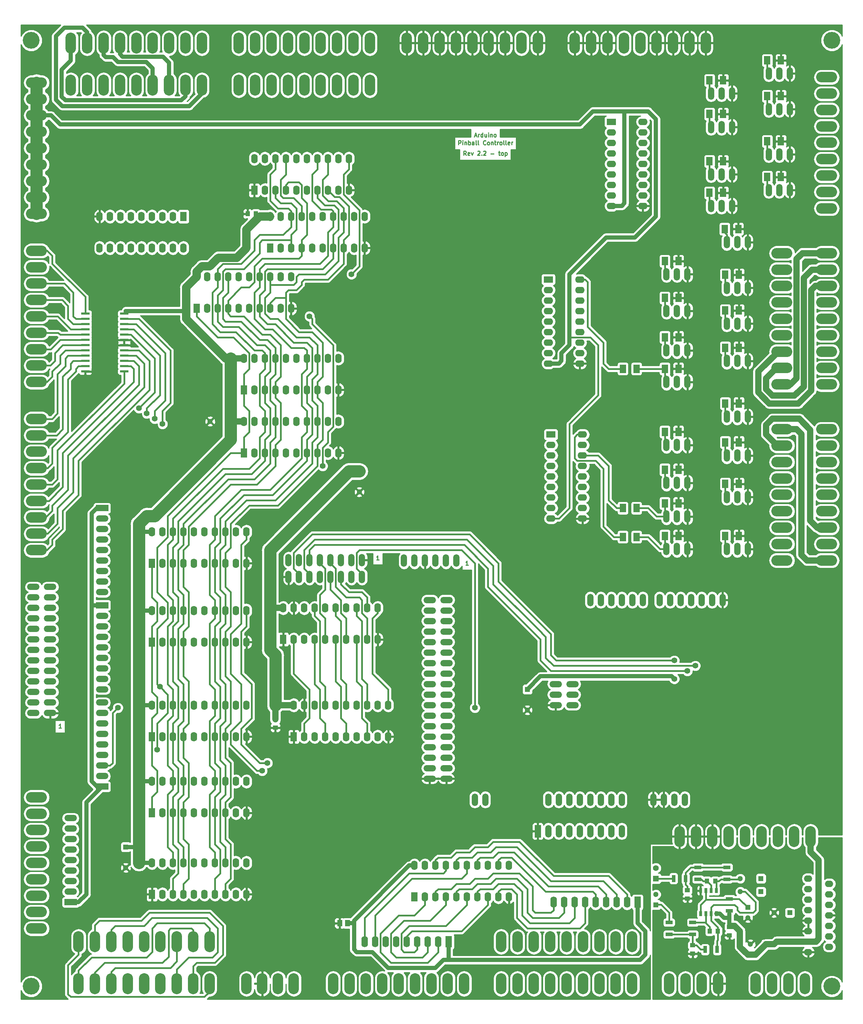
<source format=gbr>
G04 #@! TF.GenerationSoftware,KiCad,Pcbnew,5.0.2-bee76a0~70~ubuntu18.04.1*
G04 #@! TF.CreationDate,2019-01-20T13:28:30+01:00*
G04 #@! TF.ProjectId,APC,4150432e-6b69-4636-9164-5f7063625858,rev?*
G04 #@! TF.SameCoordinates,Original*
G04 #@! TF.FileFunction,Copper,L1,Top*
G04 #@! TF.FilePolarity,Positive*
%FSLAX46Y46*%
G04 Gerber Fmt 4.6, Leading zero omitted, Abs format (unit mm)*
G04 Created by KiCad (PCBNEW 5.0.2-bee76a0~70~ubuntu18.04.1) date So 20 Jan 2019 13:28:30 CET*
%MOMM*%
%LPD*%
G01*
G04 APERTURE LIST*
G04 #@! TA.AperFunction,NonConductor*
%ADD10C,0.250000*%
G04 #@! TD*
G04 #@! TA.AperFunction,ComponentPad*
%ADD11R,1.300000X1.300000*%
G04 #@! TD*
G04 #@! TA.AperFunction,ComponentPad*
%ADD12C,1.300000*%
G04 #@! TD*
G04 #@! TA.AperFunction,ComponentPad*
%ADD13R,1.574800X2.286000*%
G04 #@! TD*
G04 #@! TA.AperFunction,ComponentPad*
%ADD14O,1.574800X2.286000*%
G04 #@! TD*
G04 #@! TA.AperFunction,SMDPad,CuDef*
%ADD15R,1.250000X1.000000*%
G04 #@! TD*
G04 #@! TA.AperFunction,ComponentPad*
%ADD16O,2.540000X5.080000*%
G04 #@! TD*
G04 #@! TA.AperFunction,ComponentPad*
%ADD17R,1.397000X1.397000*%
G04 #@! TD*
G04 #@! TA.AperFunction,ComponentPad*
%ADD18C,1.397000*%
G04 #@! TD*
G04 #@! TA.AperFunction,SMDPad,CuDef*
%ADD19R,1.524000X2.032000*%
G04 #@! TD*
G04 #@! TA.AperFunction,ComponentPad*
%ADD20O,1.506220X3.014980*%
G04 #@! TD*
G04 #@! TA.AperFunction,ComponentPad*
%ADD21R,2.286000X1.574800*%
G04 #@! TD*
G04 #@! TA.AperFunction,ComponentPad*
%ADD22O,2.286000X1.574800*%
G04 #@! TD*
G04 #@! TA.AperFunction,SMDPad,CuDef*
%ADD23R,1.300480X1.498600*%
G04 #@! TD*
G04 #@! TA.AperFunction,ComponentPad*
%ADD24C,4.064000*%
G04 #@! TD*
G04 #@! TA.AperFunction,ComponentPad*
%ADD25O,5.080000X2.540000*%
G04 #@! TD*
G04 #@! TA.AperFunction,ComponentPad*
%ADD26R,3.014980X1.506220*%
G04 #@! TD*
G04 #@! TA.AperFunction,ComponentPad*
%ADD27O,3.014980X1.506220*%
G04 #@! TD*
G04 #@! TA.AperFunction,SMDPad,CuDef*
%ADD28R,0.635000X1.270000*%
G04 #@! TD*
G04 #@! TA.AperFunction,ComponentPad*
%ADD29R,1.506220X3.014980*%
G04 #@! TD*
G04 #@! TA.AperFunction,SMDPad,CuDef*
%ADD30R,1.000000X1.250000*%
G04 #@! TD*
G04 #@! TA.AperFunction,SMDPad,CuDef*
%ADD31R,0.900000X1.700000*%
G04 #@! TD*
G04 #@! TA.AperFunction,SMDPad,CuDef*
%ADD32R,1.700000X0.900000*%
G04 #@! TD*
G04 #@! TA.AperFunction,ComponentPad*
%ADD33R,1.600000X2.700000*%
G04 #@! TD*
G04 #@! TA.AperFunction,ComponentPad*
%ADD34O,1.600000X2.700000*%
G04 #@! TD*
G04 #@! TA.AperFunction,SMDPad,CuDef*
%ADD35R,2.000000X0.600000*%
G04 #@! TD*
G04 #@! TA.AperFunction,ComponentPad*
%ADD36O,2.032000X1.524000*%
G04 #@! TD*
G04 #@! TA.AperFunction,ViaPad*
%ADD37C,1.400000*%
G04 #@! TD*
G04 #@! TA.AperFunction,Conductor*
%ADD38C,1.500000*%
G04 #@! TD*
G04 #@! TA.AperFunction,Conductor*
%ADD39C,0.406400*%
G04 #@! TD*
G04 #@! TA.AperFunction,Conductor*
%ADD40C,1.000000*%
G04 #@! TD*
G04 #@! TA.AperFunction,Conductor*
%ADD41C,3.000000*%
G04 #@! TD*
G04 #@! TA.AperFunction,Conductor*
%ADD42C,2.000000*%
G04 #@! TD*
G04 #@! TA.AperFunction,Conductor*
%ADD43C,0.254000*%
G04 #@! TD*
G04 APERTURE END LIST*
D10*
X104425714Y-144597380D02*
X103854285Y-144597380D01*
X104140000Y-144597380D02*
X104140000Y-143597380D01*
X104044761Y-143740238D01*
X103949523Y-143835476D01*
X103854285Y-143883095D01*
X126015714Y-145867380D02*
X125444285Y-145867380D01*
X125730000Y-145867380D02*
X125730000Y-144867380D01*
X125634761Y-145010238D01*
X125539523Y-145105476D01*
X125444285Y-145153095D01*
X27590714Y-185237380D02*
X27019285Y-185237380D01*
X27305000Y-185237380D02*
X27305000Y-184237380D01*
X27209761Y-184380238D01*
X27114523Y-184475476D01*
X27019285Y-184523095D01*
X125532142Y-46807380D02*
X125198809Y-46331190D01*
X124960714Y-46807380D02*
X124960714Y-45807380D01*
X125341666Y-45807380D01*
X125436904Y-45855000D01*
X125484523Y-45902619D01*
X125532142Y-45997857D01*
X125532142Y-46140714D01*
X125484523Y-46235952D01*
X125436904Y-46283571D01*
X125341666Y-46331190D01*
X124960714Y-46331190D01*
X126341666Y-46759761D02*
X126246428Y-46807380D01*
X126055952Y-46807380D01*
X125960714Y-46759761D01*
X125913095Y-46664523D01*
X125913095Y-46283571D01*
X125960714Y-46188333D01*
X126055952Y-46140714D01*
X126246428Y-46140714D01*
X126341666Y-46188333D01*
X126389285Y-46283571D01*
X126389285Y-46378809D01*
X125913095Y-46474047D01*
X126722619Y-46140714D02*
X126960714Y-46807380D01*
X127198809Y-46140714D01*
X128294047Y-45902619D02*
X128341666Y-45855000D01*
X128436904Y-45807380D01*
X128675000Y-45807380D01*
X128770238Y-45855000D01*
X128817857Y-45902619D01*
X128865476Y-45997857D01*
X128865476Y-46093095D01*
X128817857Y-46235952D01*
X128246428Y-46807380D01*
X128865476Y-46807380D01*
X129294047Y-46712142D02*
X129341666Y-46759761D01*
X129294047Y-46807380D01*
X129246428Y-46759761D01*
X129294047Y-46712142D01*
X129294047Y-46807380D01*
X129722619Y-45902619D02*
X129770238Y-45855000D01*
X129865476Y-45807380D01*
X130103571Y-45807380D01*
X130198809Y-45855000D01*
X130246428Y-45902619D01*
X130294047Y-45997857D01*
X130294047Y-46093095D01*
X130246428Y-46235952D01*
X129675000Y-46807380D01*
X130294047Y-46807380D01*
X131484523Y-46426428D02*
X132246428Y-46426428D01*
X133341666Y-46140714D02*
X133722619Y-46140714D01*
X133484523Y-45807380D02*
X133484523Y-46664523D01*
X133532142Y-46759761D01*
X133627380Y-46807380D01*
X133722619Y-46807380D01*
X134198809Y-46807380D02*
X134103571Y-46759761D01*
X134055952Y-46712142D01*
X134008333Y-46616904D01*
X134008333Y-46331190D01*
X134055952Y-46235952D01*
X134103571Y-46188333D01*
X134198809Y-46140714D01*
X134341666Y-46140714D01*
X134436904Y-46188333D01*
X134484523Y-46235952D01*
X134532142Y-46331190D01*
X134532142Y-46616904D01*
X134484523Y-46712142D01*
X134436904Y-46759761D01*
X134341666Y-46807380D01*
X134198809Y-46807380D01*
X134960714Y-46140714D02*
X134960714Y-47140714D01*
X134960714Y-46188333D02*
X135055952Y-46140714D01*
X135246428Y-46140714D01*
X135341666Y-46188333D01*
X135389285Y-46235952D01*
X135436904Y-46331190D01*
X135436904Y-46616904D01*
X135389285Y-46712142D01*
X135341666Y-46759761D01*
X135246428Y-46807380D01*
X135055952Y-46807380D01*
X134960714Y-46759761D01*
X123698809Y-44267380D02*
X123698809Y-43267380D01*
X124079761Y-43267380D01*
X124175000Y-43315000D01*
X124222619Y-43362619D01*
X124270238Y-43457857D01*
X124270238Y-43600714D01*
X124222619Y-43695952D01*
X124175000Y-43743571D01*
X124079761Y-43791190D01*
X123698809Y-43791190D01*
X124698809Y-44267380D02*
X124698809Y-43600714D01*
X124698809Y-43267380D02*
X124651190Y-43315000D01*
X124698809Y-43362619D01*
X124746428Y-43315000D01*
X124698809Y-43267380D01*
X124698809Y-43362619D01*
X125175000Y-43600714D02*
X125175000Y-44267380D01*
X125175000Y-43695952D02*
X125222619Y-43648333D01*
X125317857Y-43600714D01*
X125460714Y-43600714D01*
X125555952Y-43648333D01*
X125603571Y-43743571D01*
X125603571Y-44267380D01*
X126079761Y-44267380D02*
X126079761Y-43267380D01*
X126079761Y-43648333D02*
X126175000Y-43600714D01*
X126365476Y-43600714D01*
X126460714Y-43648333D01*
X126508333Y-43695952D01*
X126555952Y-43791190D01*
X126555952Y-44076904D01*
X126508333Y-44172142D01*
X126460714Y-44219761D01*
X126365476Y-44267380D01*
X126175000Y-44267380D01*
X126079761Y-44219761D01*
X127413095Y-44267380D02*
X127413095Y-43743571D01*
X127365476Y-43648333D01*
X127270238Y-43600714D01*
X127079761Y-43600714D01*
X126984523Y-43648333D01*
X127413095Y-44219761D02*
X127317857Y-44267380D01*
X127079761Y-44267380D01*
X126984523Y-44219761D01*
X126936904Y-44124523D01*
X126936904Y-44029285D01*
X126984523Y-43934047D01*
X127079761Y-43886428D01*
X127317857Y-43886428D01*
X127413095Y-43838809D01*
X128032142Y-44267380D02*
X127936904Y-44219761D01*
X127889285Y-44124523D01*
X127889285Y-43267380D01*
X128555952Y-44267380D02*
X128460714Y-44219761D01*
X128413095Y-44124523D01*
X128413095Y-43267380D01*
X130270238Y-44172142D02*
X130222619Y-44219761D01*
X130079761Y-44267380D01*
X129984523Y-44267380D01*
X129841666Y-44219761D01*
X129746428Y-44124523D01*
X129698809Y-44029285D01*
X129651190Y-43838809D01*
X129651190Y-43695952D01*
X129698809Y-43505476D01*
X129746428Y-43410238D01*
X129841666Y-43315000D01*
X129984523Y-43267380D01*
X130079761Y-43267380D01*
X130222619Y-43315000D01*
X130270238Y-43362619D01*
X130841666Y-44267380D02*
X130746428Y-44219761D01*
X130698809Y-44172142D01*
X130651190Y-44076904D01*
X130651190Y-43791190D01*
X130698809Y-43695952D01*
X130746428Y-43648333D01*
X130841666Y-43600714D01*
X130984523Y-43600714D01*
X131079761Y-43648333D01*
X131127380Y-43695952D01*
X131175000Y-43791190D01*
X131175000Y-44076904D01*
X131127380Y-44172142D01*
X131079761Y-44219761D01*
X130984523Y-44267380D01*
X130841666Y-44267380D01*
X131603571Y-43600714D02*
X131603571Y-44267380D01*
X131603571Y-43695952D02*
X131651190Y-43648333D01*
X131746428Y-43600714D01*
X131889285Y-43600714D01*
X131984523Y-43648333D01*
X132032142Y-43743571D01*
X132032142Y-44267380D01*
X132365476Y-43600714D02*
X132746428Y-43600714D01*
X132508333Y-43267380D02*
X132508333Y-44124523D01*
X132555952Y-44219761D01*
X132651190Y-44267380D01*
X132746428Y-44267380D01*
X133079761Y-44267380D02*
X133079761Y-43600714D01*
X133079761Y-43791190D02*
X133127380Y-43695952D01*
X133175000Y-43648333D01*
X133270238Y-43600714D01*
X133365476Y-43600714D01*
X133841666Y-44267380D02*
X133746428Y-44219761D01*
X133698809Y-44172142D01*
X133651190Y-44076904D01*
X133651190Y-43791190D01*
X133698809Y-43695952D01*
X133746428Y-43648333D01*
X133841666Y-43600714D01*
X133984523Y-43600714D01*
X134079761Y-43648333D01*
X134127380Y-43695952D01*
X134175000Y-43791190D01*
X134175000Y-44076904D01*
X134127380Y-44172142D01*
X134079761Y-44219761D01*
X133984523Y-44267380D01*
X133841666Y-44267380D01*
X134746428Y-44267380D02*
X134651190Y-44219761D01*
X134603571Y-44124523D01*
X134603571Y-43267380D01*
X135270238Y-44267380D02*
X135175000Y-44219761D01*
X135127380Y-44124523D01*
X135127380Y-43267380D01*
X136032142Y-44219761D02*
X135936904Y-44267380D01*
X135746428Y-44267380D01*
X135651190Y-44219761D01*
X135603571Y-44124523D01*
X135603571Y-43743571D01*
X135651190Y-43648333D01*
X135746428Y-43600714D01*
X135936904Y-43600714D01*
X136032142Y-43648333D01*
X136079761Y-43743571D01*
X136079761Y-43838809D01*
X135603571Y-43934047D01*
X136508333Y-44267380D02*
X136508333Y-43600714D01*
X136508333Y-43791190D02*
X136555952Y-43695952D01*
X136603571Y-43648333D01*
X136698809Y-43600714D01*
X136794047Y-43600714D01*
X127579761Y-42076666D02*
X128055952Y-42076666D01*
X127484523Y-42362380D02*
X127817857Y-41362380D01*
X128151190Y-42362380D01*
X128484523Y-42362380D02*
X128484523Y-41695714D01*
X128484523Y-41886190D02*
X128532142Y-41790952D01*
X128579761Y-41743333D01*
X128675000Y-41695714D01*
X128770238Y-41695714D01*
X129532142Y-42362380D02*
X129532142Y-41362380D01*
X129532142Y-42314761D02*
X129436904Y-42362380D01*
X129246428Y-42362380D01*
X129151190Y-42314761D01*
X129103571Y-42267142D01*
X129055952Y-42171904D01*
X129055952Y-41886190D01*
X129103571Y-41790952D01*
X129151190Y-41743333D01*
X129246428Y-41695714D01*
X129436904Y-41695714D01*
X129532142Y-41743333D01*
X130436904Y-41695714D02*
X130436904Y-42362380D01*
X130008333Y-41695714D02*
X130008333Y-42219523D01*
X130055952Y-42314761D01*
X130151190Y-42362380D01*
X130294047Y-42362380D01*
X130389285Y-42314761D01*
X130436904Y-42267142D01*
X130913095Y-42362380D02*
X130913095Y-41695714D01*
X130913095Y-41362380D02*
X130865476Y-41410000D01*
X130913095Y-41457619D01*
X130960714Y-41410000D01*
X130913095Y-41362380D01*
X130913095Y-41457619D01*
X131389285Y-41695714D02*
X131389285Y-42362380D01*
X131389285Y-41790952D02*
X131436904Y-41743333D01*
X131532142Y-41695714D01*
X131675000Y-41695714D01*
X131770238Y-41743333D01*
X131817857Y-41838571D01*
X131817857Y-42362380D01*
X132436904Y-42362380D02*
X132341666Y-42314761D01*
X132294047Y-42267142D01*
X132246428Y-42171904D01*
X132246428Y-41886190D01*
X132294047Y-41790952D01*
X132341666Y-41743333D01*
X132436904Y-41695714D01*
X132579761Y-41695714D01*
X132675000Y-41743333D01*
X132722619Y-41790952D01*
X132770238Y-41886190D01*
X132770238Y-42171904D01*
X132722619Y-42267142D01*
X132675000Y-42314761D01*
X132579761Y-42362380D01*
X132436904Y-42362380D01*
D11*
G04 #@! TO.P,C11,1*
G04 #@! TO.N,Net-(C11-Pad1)*
X203835000Y-229870000D03*
D12*
G04 #@! TO.P,C11,2*
G04 #@! TO.N,GND*
X200035000Y-229870000D03*
G04 #@! TD*
D13*
G04 #@! TO.P,U3,1*
G04 #@! TO.N,Net-(U3-Pad1)*
X57150000Y-61595000D03*
D14*
G04 #@! TO.P,U3,2*
G04 #@! TO.N,Net-(U3-Pad2)*
X54610000Y-61595000D03*
G04 #@! TO.P,U3,3*
G04 #@! TO.N,Net-(U3-Pad3)*
X52070000Y-61595000D03*
G04 #@! TO.P,U3,4*
G04 #@! TO.N,Net-(U3-Pad4)*
X49530000Y-61595000D03*
G04 #@! TO.P,U3,5*
G04 #@! TO.N,Net-(U3-Pad5)*
X46990000Y-61595000D03*
G04 #@! TO.P,U3,6*
G04 #@! TO.N,Net-(U3-Pad6)*
X44450000Y-61595000D03*
G04 #@! TO.P,U3,7*
G04 #@! TO.N,Net-(U3-Pad7)*
X41910000Y-61595000D03*
G04 #@! TO.P,U3,8*
G04 #@! TO.N,Net-(U3-Pad8)*
X39370000Y-61595000D03*
G04 #@! TO.P,U3,9*
G04 #@! TO.N,GND*
X36830000Y-61595000D03*
G04 #@! TO.P,U3,10*
G04 #@! TO.N,Net-(U3-Pad10)*
X36830000Y-69215000D03*
G04 #@! TO.P,U3,11*
G04 #@! TO.N,/LampDriver/LS8*
X39370000Y-69215000D03*
G04 #@! TO.P,U3,12*
G04 #@! TO.N,/LampDriver/LS7*
X41910000Y-69215000D03*
G04 #@! TO.P,U3,13*
G04 #@! TO.N,/LampDriver/LS6*
X44450000Y-69215000D03*
G04 #@! TO.P,U3,14*
G04 #@! TO.N,/LampDriver/LS5*
X46990000Y-69215000D03*
G04 #@! TO.P,U3,15*
G04 #@! TO.N,/LampDriver/LS4*
X49530000Y-69215000D03*
G04 #@! TO.P,U3,16*
G04 #@! TO.N,/LampDriver/LS3*
X52070000Y-69215000D03*
G04 #@! TO.P,U3,17*
G04 #@! TO.N,/LampDriver/LS2*
X54610000Y-69215000D03*
G04 #@! TO.P,U3,18*
G04 #@! TO.N,/LampDriver/LS1*
X57150000Y-69215000D03*
G04 #@! TD*
D15*
G04 #@! TO.P,C3,1*
G04 #@! TO.N,Net-(C3-Pad1)*
X179070000Y-224425000D03*
G04 #@! TO.P,C3,2*
G04 #@! TO.N,GND*
X179070000Y-226425000D03*
G04 #@! TD*
D16*
G04 #@! TO.P,sys7_2J5,3*
G04 #@! TO.N,/LStr_5*
X53670200Y-19685000D03*
G04 #@! TO.P,sys7_2J5,2*
G04 #@! TO.N,/LStr_8*
X57632600Y-19685000D03*
G04 #@! TO.P,sys7_2J5,1*
G04 #@! TO.N,/LStr_7*
X61595000Y-19685000D03*
G04 #@! TO.P,sys7_2J5,4*
G04 #@! TO.N,Net-(sys7_2J5-Pad4)*
X49707800Y-19685000D03*
G04 #@! TO.P,sys7_2J5,5*
G04 #@! TO.N,/LStr_6*
X45745400Y-19685000D03*
G04 #@! TO.P,sys7_2J5,6*
G04 #@! TO.N,/LStr_3*
X41783000Y-19685000D03*
G04 #@! TO.P,sys7_2J5,7*
G04 #@! TO.N,/LStr_4*
X37820600Y-19685000D03*
G04 #@! TO.P,sys7_2J5,8*
G04 #@! TO.N,/LStr_1*
X33858200Y-19685000D03*
G04 #@! TO.P,sys7_2J5,9*
G04 #@! TO.N,/LStr_2*
X29895800Y-19685000D03*
G04 #@! TD*
D17*
G04 #@! TO.P,C1,1*
G04 #@! TO.N,Net-(C1-Pad1)*
X171450000Y-221615000D03*
D18*
G04 #@! TO.P,C1,2*
G04 #@! TO.N,/Audio/DAC_in0*
X171450000Y-219075000D03*
G04 #@! TD*
D19*
G04 #@! TO.P,R30,1*
G04 #@! TO.N,Net-(Q19-PadG)*
X173609000Y-81280000D03*
G04 #@! TO.P,R30,2*
G04 #@! TO.N,GND*
X176911000Y-81280000D03*
G04 #@! TD*
G04 #@! TO.P,R18,1*
G04 #@! TO.N,Net-(Q13-PadG)*
X173609000Y-72390000D03*
G04 #@! TO.P,R18,2*
G04 #@! TO.N,GND*
X176911000Y-72390000D03*
G04 #@! TD*
G04 #@! TO.P,R64,1*
G04 #@! TO.N,Net-(Q36-PadG)*
X198374000Y-23876000D03*
G04 #@! TO.P,R64,2*
G04 #@! TO.N,GND*
X201676000Y-23876000D03*
G04 #@! TD*
G04 #@! TO.P,R22,1*
G04 #@! TO.N,Net-(Q15-PadG)*
X173609000Y-113665000D03*
G04 #@! TO.P,R22,2*
G04 #@! TO.N,GND*
X176911000Y-113665000D03*
G04 #@! TD*
G04 #@! TO.P,R52,1*
G04 #@! TO.N,Net-(Q30-PadG)*
X198374000Y-52070000D03*
G04 #@! TO.P,R52,2*
G04 #@! TO.N,GND*
X201676000Y-52070000D03*
G04 #@! TD*
G04 #@! TO.P,R34,1*
G04 #@! TO.N,Net-(Q21-PadG)*
X173609000Y-122809000D03*
G04 #@! TO.P,R34,2*
G04 #@! TO.N,GND*
X176911000Y-122809000D03*
G04 #@! TD*
G04 #@! TO.P,R40,1*
G04 #@! TO.N,Net-(Q24-PadG)*
X184404000Y-28702000D03*
G04 #@! TO.P,R40,2*
G04 #@! TO.N,GND*
X187706000Y-28702000D03*
G04 #@! TD*
G04 #@! TO.P,R46,1*
G04 #@! TO.N,Net-(Q27-PadG)*
X173609000Y-130937000D03*
G04 #@! TO.P,R46,2*
G04 #@! TO.N,GND*
X176911000Y-130937000D03*
G04 #@! TD*
G04 #@! TO.P,R28,1*
G04 #@! TO.N,Net-(Q18-PadG)*
X184404000Y-48260000D03*
G04 #@! TO.P,R28,2*
G04 #@! TO.N,GND*
X187706000Y-48260000D03*
G04 #@! TD*
G04 #@! TO.P,R58,1*
G04 #@! TO.N,Net-(Q33-PadG)*
X173609000Y-138811000D03*
G04 #@! TO.P,R58,2*
G04 #@! TO.N,GND*
X176911000Y-138811000D03*
G04 #@! TD*
G04 #@! TO.P,R62,1*
G04 #@! TO.N,Net-(Q35-PadG)*
X184404000Y-36830000D03*
G04 #@! TO.P,R62,2*
G04 #@! TO.N,GND*
X187706000Y-36830000D03*
G04 #@! TD*
G04 #@! TO.P,R50,1*
G04 #@! TO.N,Net-(Q29-PadG)*
X184404000Y-55880000D03*
G04 #@! TO.P,R50,2*
G04 #@! TO.N,GND*
X187706000Y-55880000D03*
G04 #@! TD*
G04 #@! TO.P,R24,1*
G04 #@! TO.N,Net-(Q16-PadG)*
X188214000Y-106807000D03*
G04 #@! TO.P,R24,2*
G04 #@! TO.N,GND*
X191516000Y-106807000D03*
G04 #@! TD*
G04 #@! TO.P,R56,1*
G04 #@! TO.N,Net-(Q32-PadG)*
X188214000Y-93345000D03*
G04 #@! TO.P,R56,2*
G04 #@! TO.N,GND*
X191516000Y-93345000D03*
G04 #@! TD*
G04 #@! TO.P,R53,1*
G04 #@! TO.N,/Solenoid_Driver/S8*
X163449000Y-98425000D03*
G04 #@! TO.P,R53,2*
G04 #@! TO.N,Net-(Q31-PadG)*
X166751000Y-98425000D03*
G04 #@! TD*
G04 #@! TO.P,R42,1*
G04 #@! TO.N,Net-(Q25-PadG)*
X173609000Y-90805000D03*
G04 #@! TO.P,R42,2*
G04 #@! TO.N,GND*
X176911000Y-90805000D03*
G04 #@! TD*
G04 #@! TO.P,R44,1*
G04 #@! TO.N,Net-(Q26-PadG)*
X188214000Y-84328000D03*
G04 #@! TO.P,R44,2*
G04 #@! TO.N,GND*
X191516000Y-84328000D03*
G04 #@! TD*
G04 #@! TO.P,R32,1*
G04 #@! TO.N,Net-(Q20-PadG)*
X188214000Y-75692000D03*
G04 #@! TO.P,R32,2*
G04 #@! TO.N,GND*
X191516000Y-75692000D03*
G04 #@! TD*
G04 #@! TO.P,R20,1*
G04 #@! TO.N,Net-(Q14-PadG)*
X188087000Y-64643000D03*
G04 #@! TO.P,R20,2*
G04 #@! TO.N,GND*
X191389000Y-64643000D03*
G04 #@! TD*
G04 #@! TO.P,R54,1*
G04 #@! TO.N,Net-(Q31-PadG)*
X173609000Y-98425000D03*
G04 #@! TO.P,R54,2*
G04 #@! TO.N,GND*
X176911000Y-98425000D03*
G04 #@! TD*
G04 #@! TO.P,R36,1*
G04 #@! TO.N,Net-(Q22-PadG)*
X188214000Y-116205000D03*
G04 #@! TO.P,R36,2*
G04 #@! TO.N,GND*
X191516000Y-116205000D03*
G04 #@! TD*
G04 #@! TO.P,R48,1*
G04 #@! TO.N,Net-(Q28-PadG)*
X188214000Y-126238000D03*
G04 #@! TO.P,R48,2*
G04 #@! TO.N,GND*
X191516000Y-126238000D03*
G04 #@! TD*
G04 #@! TO.P,R60,1*
G04 #@! TO.N,Net-(Q34-PadG)*
X188214000Y-138811000D03*
G04 #@! TO.P,R60,2*
G04 #@! TO.N,GND*
X191516000Y-138811000D03*
G04 #@! TD*
G04 #@! TO.P,R45,1*
G04 #@! TO.N,/Solenoid_Driver/S14*
X163449000Y-132080000D03*
G04 #@! TO.P,R45,2*
G04 #@! TO.N,Net-(Q27-PadG)*
X166751000Y-132080000D03*
G04 #@! TD*
G04 #@! TO.P,R57,1*
G04 #@! TO.N,/Solenoid_Driver/S16*
X163449000Y-139065000D03*
G04 #@! TO.P,R57,2*
G04 #@! TO.N,Net-(Q33-PadG)*
X166751000Y-139065000D03*
G04 #@! TD*
G04 #@! TO.P,R38,1*
G04 #@! TO.N,Net-(Q23-PadG)*
X198374000Y-43434000D03*
G04 #@! TO.P,R38,2*
G04 #@! TO.N,GND*
X201676000Y-43434000D03*
G04 #@! TD*
G04 #@! TO.P,R26,1*
G04 #@! TO.N,Net-(Q17-PadG)*
X198374000Y-32512000D03*
G04 #@! TO.P,R26,2*
G04 #@! TO.N,GND*
X201676000Y-32512000D03*
G04 #@! TD*
D20*
G04 #@! TO.P,P5,8*
G04 #@! TO.N,/Sw7*
X145415000Y-202565000D03*
G04 #@! TO.P,P5,7*
G04 #@! TO.N,/Sw6*
X147955000Y-202565000D03*
G04 #@! TO.P,P5,1*
G04 #@! TO.N,/Sw0*
X163195000Y-202565000D03*
G04 #@! TO.P,P5,2*
G04 #@! TO.N,/Sw1*
X160655000Y-202565000D03*
G04 #@! TO.P,P5,3*
G04 #@! TO.N,/Sw2*
X158115000Y-202565000D03*
G04 #@! TO.P,P5,4*
G04 #@! TO.N,/Sw3*
X155575000Y-202565000D03*
G04 #@! TO.P,P5,5*
G04 #@! TO.N,/Sw4*
X153035000Y-202565000D03*
G04 #@! TO.P,P5,6*
G04 #@! TO.N,/Sw5*
X150495000Y-202565000D03*
G04 #@! TD*
G04 #@! TO.P,P2,7*
G04 #@! TO.N,GND*
X187579000Y-154305000D03*
G04 #@! TO.P,P2,1*
G04 #@! TO.N,/Sel4*
X172339000Y-154305000D03*
G04 #@! TO.P,P2,2*
G04 #@! TO.N,/Sel5*
X174879000Y-154305000D03*
G04 #@! TO.P,P2,3*
G04 #@! TO.N,/Sel6*
X177419000Y-154305000D03*
G04 #@! TO.P,P2,4*
G04 #@! TO.N,Net-(P2-Pad4)*
X179959000Y-154305000D03*
G04 #@! TO.P,P2,5*
G04 #@! TO.N,Net-(P2-Pad5)*
X182499000Y-154305000D03*
G04 #@! TO.P,P2,6*
G04 #@! TO.N,Net-(P2-Pad6)*
X185039000Y-154305000D03*
G04 #@! TD*
G04 #@! TO.P,P1,1*
G04 #@! TO.N,Net-(P1-Pad1)*
X155575000Y-154305000D03*
G04 #@! TO.P,P1,2*
G04 #@! TO.N,/Sel0*
X158115000Y-154305000D03*
G04 #@! TO.P,P1,3*
G04 #@! TO.N,/SPI_CS1*
X160655000Y-154305000D03*
G04 #@! TO.P,P1,4*
G04 #@! TO.N,/Sel1*
X163195000Y-154305000D03*
G04 #@! TO.P,P1,5*
G04 #@! TO.N,/Sel2*
X165735000Y-154305000D03*
G04 #@! TO.P,P1,6*
G04 #@! TO.N,/Sel3*
X168275000Y-154305000D03*
G04 #@! TD*
G04 #@! TO.P,P8,1*
G04 #@! TO.N,Net-(P7-Pad1)*
X123190000Y-144780000D03*
G04 #@! TO.P,P8,2*
G04 #@! TO.N,Net-(P7-Pad3)*
X120650000Y-144780000D03*
G04 #@! TO.P,P8,3*
G04 #@! TO.N,+3.3V*
X118110000Y-144780000D03*
G04 #@! TO.P,P8,4*
G04 #@! TO.N,GND*
X115570000Y-144780000D03*
G04 #@! TO.P,P8,5*
G04 #@! TO.N,Net-(P7-Pad4)*
X113030000Y-144780000D03*
G04 #@! TO.P,P8,6*
G04 #@! TO.N,/SPI_CS2*
X110490000Y-144780000D03*
G04 #@! TD*
G04 #@! TO.P,P9,4*
G04 #@! TO.N,GND*
X170815000Y-202565000D03*
G04 #@! TO.P,P9,1*
G04 #@! TO.N,+3.3V*
X178435000Y-202565000D03*
G04 #@! TO.P,P9,2*
G04 #@! TO.N,+5V*
X175895000Y-202565000D03*
G04 #@! TO.P,P9,3*
G04 #@! TO.N,GND*
X173355000Y-202565000D03*
G04 #@! TD*
G04 #@! TO.P,P6,1*
G04 #@! TO.N,/Audio/DAC_in0*
X130175000Y-202565000D03*
G04 #@! TO.P,P6,2*
G04 #@! TO.N,/Audio/DAC_in1*
X127635000Y-202565000D03*
G04 #@! TD*
D16*
G04 #@! TO.P,1J4,3*
G04 #@! TO.N,/SpcS8*
X80010000Y-247015000D03*
G04 #@! TO.P,1J4,2*
G04 #@! TO.N,GND*
X76200000Y-247015000D03*
G04 #@! TO.P,1J4,1*
G04 #@! TO.N,/SpcS7*
X72390000Y-247015000D03*
G04 #@! TO.P,1J4,4*
G04 #@! TO.N,/UpDn*
X83820000Y-247015000D03*
G04 #@! TD*
D21*
G04 #@! TO.P,U10,1*
G04 #@! TO.N,/Solenoid_Driver/I16*
X146050000Y-114300000D03*
D22*
G04 #@! TO.P,U10,2*
G04 #@! TO.N,/Solenoid_Driver/I15*
X146050000Y-116840000D03*
G04 #@! TO.P,U10,3*
G04 #@! TO.N,/Solenoid_Driver/I14*
X146050000Y-119380000D03*
G04 #@! TO.P,U10,4*
G04 #@! TO.N,/Solenoid_Driver/I13*
X146050000Y-121920000D03*
G04 #@! TO.P,U10,5*
G04 #@! TO.N,/Solenoid_Driver/I9*
X146050000Y-124460000D03*
G04 #@! TO.P,U10,6*
G04 #@! TO.N,/Solenoid_Driver/I10*
X146050000Y-127000000D03*
G04 #@! TO.P,U10,7*
G04 #@! TO.N,/Solenoid_Driver/I11*
X146050000Y-129540000D03*
G04 #@! TO.P,U10,8*
G04 #@! TO.N,/Solenoid_Driver/I12*
X146050000Y-132080000D03*
G04 #@! TO.P,U10,9*
G04 #@! TO.N,+18V*
X146050000Y-134620000D03*
G04 #@! TO.P,U10,10*
G04 #@! TO.N,GND*
X153670000Y-134620000D03*
G04 #@! TO.P,U10,11*
G04 #@! TO.N,/Solenoid_Driver/S12*
X153670000Y-132080000D03*
G04 #@! TO.P,U10,12*
G04 #@! TO.N,/Solenoid_Driver/S11*
X153670000Y-129540000D03*
G04 #@! TO.P,U10,13*
G04 #@! TO.N,/Solenoid_Driver/S10*
X153670000Y-127000000D03*
G04 #@! TO.P,U10,14*
G04 #@! TO.N,/Solenoid_Driver/S9*
X153670000Y-124460000D03*
G04 #@! TO.P,U10,15*
G04 #@! TO.N,/Solenoid_Driver/S13*
X153670000Y-121920000D03*
G04 #@! TO.P,U10,16*
G04 #@! TO.N,/Solenoid_Driver/S14*
X153670000Y-119380000D03*
G04 #@! TO.P,U10,17*
G04 #@! TO.N,/Solenoid_Driver/S15*
X153670000Y-116840000D03*
G04 #@! TO.P,U10,18*
G04 #@! TO.N,/Solenoid_Driver/S16*
X153670000Y-114300000D03*
G04 #@! TD*
D21*
G04 #@! TO.P,U9,1*
G04 #@! TO.N,/Solenoid_Driver/I8*
X145415000Y-76835000D03*
D22*
G04 #@! TO.P,U9,2*
G04 #@! TO.N,/Solenoid_Driver/I7*
X145415000Y-79375000D03*
G04 #@! TO.P,U9,3*
G04 #@! TO.N,/Solenoid_Driver/I6*
X145415000Y-81915000D03*
G04 #@! TO.P,U9,4*
G04 #@! TO.N,/Solenoid_Driver/I5*
X145415000Y-84455000D03*
G04 #@! TO.P,U9,5*
G04 #@! TO.N,/Solenoid_Driver/I1*
X145415000Y-86995000D03*
G04 #@! TO.P,U9,6*
G04 #@! TO.N,/Solenoid_Driver/I2*
X145415000Y-89535000D03*
G04 #@! TO.P,U9,7*
G04 #@! TO.N,/Solenoid_Driver/I3*
X145415000Y-92075000D03*
G04 #@! TO.P,U9,8*
G04 #@! TO.N,/Solenoid_Driver/I4*
X145415000Y-94615000D03*
G04 #@! TO.P,U9,9*
G04 #@! TO.N,+18V*
X145415000Y-97155000D03*
G04 #@! TO.P,U9,10*
G04 #@! TO.N,GND*
X153035000Y-97155000D03*
G04 #@! TO.P,U9,11*
G04 #@! TO.N,/Solenoid_Driver/S4*
X153035000Y-94615000D03*
G04 #@! TO.P,U9,12*
G04 #@! TO.N,/Solenoid_Driver/S3*
X153035000Y-92075000D03*
G04 #@! TO.P,U9,13*
G04 #@! TO.N,/Solenoid_Driver/S2*
X153035000Y-89535000D03*
G04 #@! TO.P,U9,14*
G04 #@! TO.N,/Solenoid_Driver/S1*
X153035000Y-86995000D03*
G04 #@! TO.P,U9,15*
G04 #@! TO.N,/Solenoid_Driver/S5*
X153035000Y-84455000D03*
G04 #@! TO.P,U9,16*
G04 #@! TO.N,/Solenoid_Driver/S6*
X153035000Y-81915000D03*
G04 #@! TO.P,U9,17*
G04 #@! TO.N,/Solenoid_Driver/S7*
X153035000Y-79375000D03*
G04 #@! TO.P,U9,18*
G04 #@! TO.N,/Solenoid_Driver/S8*
X153035000Y-76835000D03*
G04 #@! TD*
D21*
G04 #@! TO.P,U13,1*
G04 #@! TO.N,/Solenoid_Driver/I21*
X160655000Y-38735000D03*
D22*
G04 #@! TO.P,U13,2*
G04 #@! TO.N,/Solenoid_Driver/I22*
X160655000Y-41275000D03*
G04 #@! TO.P,U13,3*
G04 #@! TO.N,/Solenoid_Driver/I23*
X160655000Y-43815000D03*
G04 #@! TO.P,U13,4*
G04 #@! TO.N,/Solenoid_Driver/I24*
X160655000Y-46355000D03*
G04 #@! TO.P,U13,5*
G04 #@! TO.N,/Solenoid_Driver/I20*
X160655000Y-48895000D03*
G04 #@! TO.P,U13,6*
G04 #@! TO.N,/Solenoid_Driver/I19*
X160655000Y-51435000D03*
G04 #@! TO.P,U13,7*
G04 #@! TO.N,/Solenoid_Driver/I18*
X160655000Y-53975000D03*
G04 #@! TO.P,U13,8*
G04 #@! TO.N,/Solenoid_Driver/I17*
X160655000Y-56515000D03*
G04 #@! TO.P,U13,9*
G04 #@! TO.N,+18V*
X160655000Y-59055000D03*
G04 #@! TO.P,U13,10*
G04 #@! TO.N,GND*
X168275000Y-59055000D03*
G04 #@! TO.P,U13,11*
G04 #@! TO.N,/Solenoid_Driver/S17*
X168275000Y-56515000D03*
G04 #@! TO.P,U13,12*
G04 #@! TO.N,/Solenoid_Driver/S18*
X168275000Y-53975000D03*
G04 #@! TO.P,U13,13*
G04 #@! TO.N,/Solenoid_Driver/S19*
X168275000Y-51435000D03*
G04 #@! TO.P,U13,14*
G04 #@! TO.N,/Solenoid_Driver/S20*
X168275000Y-48895000D03*
G04 #@! TO.P,U13,15*
G04 #@! TO.N,/Solenoid_Driver/S24*
X168275000Y-46355000D03*
G04 #@! TO.P,U13,16*
G04 #@! TO.N,/Solenoid_Driver/S23*
X168275000Y-43815000D03*
G04 #@! TO.P,U13,17*
G04 #@! TO.N,/Solenoid_Driver/S22*
X168275000Y-41275000D03*
G04 #@! TO.P,U13,18*
G04 #@! TO.N,/Solenoid_Driver/S21*
X168275000Y-38735000D03*
G04 #@! TD*
D23*
G04 #@! TO.P,C20,1*
G04 #@! TO.N,+5V*
X96837500Y-232410000D03*
G04 #@! TO.P,C20,2*
G04 #@! TO.N,GND*
X94932500Y-232410000D03*
G04 #@! TD*
D24*
G04 #@! TO.P,1PIN,1*
G04 #@! TO.N,N/C*
X213995000Y-19050000D03*
G04 #@! TD*
G04 #@! TO.P,1PIN,1*
G04 #@! TO.N,N/C*
X213995000Y-247650000D03*
G04 #@! TD*
G04 #@! TO.P,1PIN,1*
G04 #@! TO.N,N/C*
X20320000Y-19050000D03*
G04 #@! TD*
G04 #@! TO.P,1PIN,1*
G04 #@! TO.N,N/C*
X20320000Y-247650000D03*
G04 #@! TD*
D25*
G04 #@! TO.P,2J12,3*
G04 #@! TO.N,/SDr_19*
X212725000Y-35864800D03*
G04 #@! TO.P,2J12,2*
G04 #@! TO.N,/SDr_24*
X212725000Y-31902400D03*
G04 #@! TO.P,2J12,1*
G04 #@! TO.N,/SDr_23*
X212725000Y-27940000D03*
G04 #@! TO.P,2J12,4*
G04 #@! TO.N,/SDr_18*
X212725000Y-39827200D03*
G04 #@! TO.P,2J12,5*
G04 #@! TO.N,Net-(2J12-Pad5)*
X212725000Y-43789600D03*
G04 #@! TO.P,2J12,6*
G04 #@! TO.N,/SDr_20*
X212725000Y-47752000D03*
G04 #@! TO.P,2J12,7*
G04 #@! TO.N,/SDr_17*
X212725000Y-51714400D03*
G04 #@! TO.P,2J12,8*
G04 #@! TO.N,/SDr_21*
X212725000Y-55676800D03*
G04 #@! TO.P,2J12,9*
G04 #@! TO.N,/SDr_22*
X212725000Y-59639200D03*
G04 #@! TD*
D16*
G04 #@! TO.P,10J2,3*
G04 #@! TO.N,/Audio/Speaker_N*
X203504800Y-247015000D03*
G04 #@! TO.P,10J2,2*
G04 #@! TO.N,/Audio/Speaker_P*
X199542400Y-247015000D03*
G04 #@! TO.P,10J2,1*
X195580000Y-247015000D03*
G04 #@! TO.P,10J2,4*
G04 #@! TO.N,/Audio/Speaker_N*
X207467200Y-247015000D03*
G04 #@! TD*
G04 #@! TO.P,10J4,3*
G04 #@! TO.N,Net-(10J4-Pad3)*
X182549800Y-247015000D03*
G04 #@! TO.P,10J4,2*
G04 #@! TO.N,/Audio/VolumeControl*
X178587400Y-247015000D03*
G04 #@! TO.P,10J4,1*
G04 #@! TO.N,Net-(10J4-Pad1)*
X174625000Y-247015000D03*
G04 #@! TO.P,10J4,4*
G04 #@! TO.N,GND*
X186512200Y-247015000D03*
G04 #@! TD*
D26*
G04 #@! TO.P,RR2,1*
G04 #@! TO.N,Net-(JP1-Pad2)*
X37465000Y-132080000D03*
D27*
G04 #@! TO.P,RR2,2*
G04 #@! TO.N,/1g*
X37465000Y-134620000D03*
G04 #@! TO.P,RR2,3*
G04 #@! TO.N,/1com*
X37465000Y-137160000D03*
G04 #@! TO.P,RR2,4*
G04 #@! TO.N,/1e*
X37465000Y-139700000D03*
G04 #@! TO.P,RR2,5*
G04 #@! TO.N,/1f*
X37465000Y-142240000D03*
G04 #@! TO.P,RR2,6*
G04 #@! TO.N,/1c*
X37465000Y-144780000D03*
G04 #@! TO.P,RR2,7*
G04 #@! TO.N,/1d*
X37465000Y-147320000D03*
G04 #@! TO.P,RR2,8*
G04 #@! TO.N,/1a*
X37465000Y-149860000D03*
G04 #@! TO.P,RR2,9*
G04 #@! TO.N,/1b*
X37465000Y-152400000D03*
G04 #@! TD*
D26*
G04 #@! TO.P,RR3,1*
G04 #@! TO.N,Net-(JP1-Pad2)*
X37465000Y-155575000D03*
D27*
G04 #@! TO.P,RR3,2*
G04 #@! TO.N,/1r*
X37465000Y-158115000D03*
G04 #@! TO.P,RR3,3*
G04 #@! TO.N,/1dot*
X37465000Y-160655000D03*
G04 #@! TO.P,RR3,4*
G04 #@! TO.N,/1n*
X37465000Y-163195000D03*
G04 #@! TO.P,RR3,5*
G04 #@! TO.N,/1p*
X37465000Y-165735000D03*
G04 #@! TO.P,RR3,6*
G04 #@! TO.N,/1k*
X37465000Y-168275000D03*
G04 #@! TO.P,RR3,7*
G04 #@! TO.N,/1m*
X37465000Y-170815000D03*
G04 #@! TO.P,RR3,8*
G04 #@! TO.N,/1h*
X37465000Y-173355000D03*
G04 #@! TO.P,RR3,9*
G04 #@! TO.N,/1j*
X37465000Y-175895000D03*
G04 #@! TD*
D26*
G04 #@! TO.P,RR4,1*
G04 #@! TO.N,Net-(JP1-Pad2)*
X29845000Y-227330000D03*
D27*
G04 #@! TO.P,RR4,2*
G04 #@! TO.N,/2com*
X29845000Y-224790000D03*
G04 #@! TO.P,RR4,3*
G04 #@! TO.N,/2g*
X29845000Y-222250000D03*
G04 #@! TO.P,RR4,4*
G04 #@! TO.N,/2f*
X29845000Y-219710000D03*
G04 #@! TO.P,RR4,5*
G04 #@! TO.N,/2e*
X29845000Y-217170000D03*
G04 #@! TO.P,RR4,6*
G04 #@! TO.N,/2d*
X29845000Y-214630000D03*
G04 #@! TO.P,RR4,7*
G04 #@! TO.N,/2c*
X29845000Y-212090000D03*
G04 #@! TO.P,RR4,8*
G04 #@! TO.N,/2b*
X29845000Y-209550000D03*
G04 #@! TO.P,RR4,9*
G04 #@! TO.N,/2a*
X29845000Y-207010000D03*
G04 #@! TD*
D26*
G04 #@! TO.P,RR5,1*
G04 #@! TO.N,Net-(JP1-Pad2)*
X37465000Y-199390000D03*
D27*
G04 #@! TO.P,RR5,2*
G04 #@! TO.N,/2j*
X37465000Y-196850000D03*
G04 #@! TO.P,RR5,3*
G04 #@! TO.N,/2h*
X37465000Y-194310000D03*
G04 #@! TO.P,RR5,4*
G04 #@! TO.N,/2m*
X37465000Y-191770000D03*
G04 #@! TO.P,RR5,5*
G04 #@! TO.N,/2k*
X37465000Y-189230000D03*
G04 #@! TO.P,RR5,6*
G04 #@! TO.N,/2p*
X37465000Y-186690000D03*
G04 #@! TO.P,RR5,7*
G04 #@! TO.N,/2n*
X37465000Y-184150000D03*
G04 #@! TO.P,RR5,8*
G04 #@! TO.N,/2dot*
X37465000Y-181610000D03*
G04 #@! TO.P,RR5,9*
G04 #@! TO.N,/2r*
X37465000Y-179070000D03*
G04 #@! TD*
D20*
G04 #@! TO.P,Q35,G*
G04 #@! TO.N,Net-(Q35-PadG)*
X184785000Y-40005000D03*
G04 #@! TO.P,Q35,D*
G04 #@! TO.N,/SDr_18*
X187325000Y-40005000D03*
G04 #@! TO.P,Q35,S*
G04 #@! TO.N,GND*
X189865000Y-40005000D03*
G04 #@! TD*
G04 #@! TO.P,Q34,G*
G04 #@! TO.N,Net-(Q34-PadG)*
X188595000Y-141986000D03*
G04 #@! TO.P,Q34,D*
G04 #@! TO.N,/Sol15*
X191135000Y-141986000D03*
G04 #@! TO.P,Q34,S*
G04 #@! TO.N,GND*
X193675000Y-141986000D03*
G04 #@! TD*
G04 #@! TO.P,Q17,G*
G04 #@! TO.N,Net-(Q17-PadG)*
X198755000Y-35687000D03*
G04 #@! TO.P,Q17,D*
G04 #@! TO.N,/SDr_19*
X201295000Y-35687000D03*
G04 #@! TO.P,Q17,S*
G04 #@! TO.N,GND*
X203835000Y-35687000D03*
G04 #@! TD*
G04 #@! TO.P,Q28,G*
G04 #@! TO.N,Net-(Q28-PadG)*
X188595000Y-129413000D03*
G04 #@! TO.P,Q28,D*
G04 #@! TO.N,/Sol13*
X191135000Y-129413000D03*
G04 #@! TO.P,Q28,S*
G04 #@! TO.N,GND*
X193675000Y-129413000D03*
G04 #@! TD*
G04 #@! TO.P,Q23,G*
G04 #@! TO.N,Net-(Q23-PadG)*
X198755000Y-46609000D03*
G04 #@! TO.P,Q23,D*
G04 #@! TO.N,/SDr_20*
X201295000Y-46609000D03*
G04 #@! TO.P,Q23,S*
G04 #@! TO.N,GND*
X203835000Y-46609000D03*
G04 #@! TD*
G04 #@! TO.P,Q22,G*
G04 #@! TO.N,Net-(Q22-PadG)*
X188595000Y-119380000D03*
G04 #@! TO.P,Q22,D*
G04 #@! TO.N,/Sol11*
X191135000Y-119380000D03*
G04 #@! TO.P,Q22,S*
G04 #@! TO.N,GND*
X193675000Y-119380000D03*
G04 #@! TD*
G04 #@! TO.P,Q16,G*
G04 #@! TO.N,Net-(Q16-PadG)*
X188595000Y-109982000D03*
G04 #@! TO.P,Q16,D*
G04 #@! TO.N,/Sol9*
X191135000Y-109982000D03*
G04 #@! TO.P,Q16,S*
G04 #@! TO.N,GND*
X193675000Y-109982000D03*
G04 #@! TD*
G04 #@! TO.P,Q29,G*
G04 #@! TO.N,Net-(Q29-PadG)*
X184785000Y-59055000D03*
G04 #@! TO.P,Q29,D*
G04 #@! TO.N,/SDr_22*
X187325000Y-59055000D03*
G04 #@! TO.P,Q29,S*
G04 #@! TO.N,GND*
X189865000Y-59055000D03*
G04 #@! TD*
G04 #@! TO.P,Q18,G*
G04 #@! TO.N,Net-(Q18-PadG)*
X184785000Y-51435000D03*
G04 #@! TO.P,Q18,D*
G04 #@! TO.N,/SDr_17*
X187325000Y-51435000D03*
G04 #@! TO.P,Q18,S*
G04 #@! TO.N,GND*
X189865000Y-51435000D03*
G04 #@! TD*
G04 #@! TO.P,Q33,G*
G04 #@! TO.N,Net-(Q33-PadG)*
X173990000Y-141986000D03*
G04 #@! TO.P,Q33,D*
G04 #@! TO.N,/Sol16*
X176530000Y-141986000D03*
G04 #@! TO.P,Q33,S*
G04 #@! TO.N,GND*
X179070000Y-141986000D03*
G04 #@! TD*
G04 #@! TO.P,Q24,G*
G04 #@! TO.N,Net-(Q24-PadG)*
X184785000Y-31877000D03*
G04 #@! TO.P,Q24,D*
G04 #@! TO.N,/SDr_24*
X187325000Y-31877000D03*
G04 #@! TO.P,Q24,S*
G04 #@! TO.N,GND*
X189865000Y-31877000D03*
G04 #@! TD*
G04 #@! TO.P,Q27,G*
G04 #@! TO.N,Net-(Q27-PadG)*
X173990000Y-134112000D03*
G04 #@! TO.P,Q27,D*
G04 #@! TO.N,/Sol14*
X176530000Y-134112000D03*
G04 #@! TO.P,Q27,S*
G04 #@! TO.N,GND*
X179070000Y-134112000D03*
G04 #@! TD*
G04 #@! TO.P,Q21,G*
G04 #@! TO.N,Net-(Q21-PadG)*
X173990000Y-125984000D03*
G04 #@! TO.P,Q21,D*
G04 #@! TO.N,/Sol12*
X176530000Y-125984000D03*
G04 #@! TO.P,Q21,S*
G04 #@! TO.N,GND*
X179070000Y-125984000D03*
G04 #@! TD*
G04 #@! TO.P,Q15,G*
G04 #@! TO.N,Net-(Q15-PadG)*
X173990000Y-116840000D03*
G04 #@! TO.P,Q15,D*
G04 #@! TO.N,/Sol10*
X176530000Y-116840000D03*
G04 #@! TO.P,Q15,S*
G04 #@! TO.N,GND*
X179070000Y-116840000D03*
G04 #@! TD*
G04 #@! TO.P,Q32,G*
G04 #@! TO.N,Net-(Q32-PadG)*
X188595000Y-96520000D03*
G04 #@! TO.P,Q32,D*
G04 #@! TO.N,/Sol7*
X191135000Y-96520000D03*
G04 #@! TO.P,Q32,S*
G04 #@! TO.N,GND*
X193675000Y-96520000D03*
G04 #@! TD*
G04 #@! TO.P,Q26,G*
G04 #@! TO.N,Net-(Q26-PadG)*
X188595000Y-87503000D03*
G04 #@! TO.P,Q26,D*
G04 #@! TO.N,/Sol5*
X191135000Y-87503000D03*
G04 #@! TO.P,Q26,S*
G04 #@! TO.N,GND*
X193675000Y-87503000D03*
G04 #@! TD*
G04 #@! TO.P,Q20,G*
G04 #@! TO.N,Net-(Q20-PadG)*
X188595000Y-78867000D03*
G04 #@! TO.P,Q20,D*
G04 #@! TO.N,/Sol3*
X191135000Y-78867000D03*
G04 #@! TO.P,Q20,S*
G04 #@! TO.N,GND*
X193675000Y-78867000D03*
G04 #@! TD*
G04 #@! TO.P,Q14,G*
G04 #@! TO.N,Net-(Q14-PadG)*
X188595000Y-67818000D03*
G04 #@! TO.P,Q14,D*
G04 #@! TO.N,/Sol1*
X191135000Y-67818000D03*
G04 #@! TO.P,Q14,S*
G04 #@! TO.N,GND*
X193675000Y-67818000D03*
G04 #@! TD*
G04 #@! TO.P,Q31,G*
G04 #@! TO.N,Net-(Q31-PadG)*
X173990000Y-101600000D03*
G04 #@! TO.P,Q31,D*
G04 #@! TO.N,/Sol8*
X176530000Y-101600000D03*
G04 #@! TO.P,Q31,S*
G04 #@! TO.N,GND*
X179070000Y-101600000D03*
G04 #@! TD*
G04 #@! TO.P,Q25,G*
G04 #@! TO.N,Net-(Q25-PadG)*
X173990000Y-93980000D03*
G04 #@! TO.P,Q25,D*
G04 #@! TO.N,/Sol6*
X176530000Y-93980000D03*
G04 #@! TO.P,Q25,S*
G04 #@! TO.N,GND*
X179070000Y-93980000D03*
G04 #@! TD*
G04 #@! TO.P,Q19,G*
G04 #@! TO.N,Net-(Q19-PadG)*
X173990000Y-84455000D03*
G04 #@! TO.P,Q19,D*
G04 #@! TO.N,/Sol4*
X176530000Y-84455000D03*
G04 #@! TO.P,Q19,S*
G04 #@! TO.N,GND*
X179070000Y-84455000D03*
G04 #@! TD*
G04 #@! TO.P,Q13,G*
G04 #@! TO.N,Net-(Q13-PadG)*
X173990000Y-75565000D03*
G04 #@! TO.P,Q13,D*
G04 #@! TO.N,/Sol2*
X176530000Y-75565000D03*
G04 #@! TO.P,Q13,S*
G04 #@! TO.N,GND*
X179070000Y-75565000D03*
G04 #@! TD*
G04 #@! TO.P,Q36,G*
G04 #@! TO.N,Net-(Q36-PadG)*
X198755000Y-27051000D03*
G04 #@! TO.P,Q36,D*
G04 #@! TO.N,/SDr_23*
X201295000Y-27051000D03*
G04 #@! TO.P,Q36,S*
G04 #@! TO.N,GND*
X203835000Y-27051000D03*
G04 #@! TD*
G04 #@! TO.P,Q30,G*
G04 #@! TO.N,Net-(Q30-PadG)*
X198755000Y-55245000D03*
G04 #@! TO.P,Q30,D*
G04 #@! TO.N,/SDr_21*
X201295000Y-55245000D03*
G04 #@! TO.P,Q30,S*
G04 #@! TO.N,GND*
X203835000Y-55245000D03*
G04 #@! TD*
D28*
G04 #@! TO.P,U20,1*
G04 #@! TO.N,Net-(C33-Pad2)*
X186055000Y-224536000D03*
G04 #@! TO.P,U20,2*
G04 #@! TO.N,Net-(C5-Pad2)*
X184785000Y-224536000D03*
G04 #@! TO.P,U20,3*
G04 #@! TO.N,Net-(C2-Pad1)*
X183515000Y-224536000D03*
G04 #@! TO.P,U20,4*
G04 #@! TO.N,GND*
X182245000Y-224536000D03*
G04 #@! TO.P,U20,5*
G04 #@! TO.N,Net-(C2-Pad1)*
X182245000Y-230124000D03*
G04 #@! TO.P,U20,6*
G04 #@! TO.N,Net-(C8-Pad2)*
X183515000Y-230124000D03*
G04 #@! TO.P,U20,7*
G04 #@! TO.N,Net-(C32-Pad2)*
X184785000Y-230124000D03*
G04 #@! TO.P,U20,8*
G04 #@! TO.N,+12V*
X186055000Y-230124000D03*
G04 #@! TD*
D27*
G04 #@! TO.P,1J8,1*
G04 #@! TO.N,GND*
X24880000Y-181610000D03*
G04 #@! TO.P,1J8,2*
G04 #@! TO.N,/Blanking*
X20840000Y-181610000D03*
G04 #@! TO.P,1J8,3*
G04 #@! TO.N,/2h*
X24880000Y-179070000D03*
G04 #@! TO.P,1J8,4*
G04 #@! TO.N,/2j*
X20840000Y-179070000D03*
G04 #@! TO.P,1J8,5*
G04 #@! TO.N,/2k*
X24880000Y-176530000D03*
G04 #@! TO.P,1J8,6*
G04 #@! TO.N,/2m*
X20840000Y-176530000D03*
G04 #@! TO.P,1J8,7*
G04 #@! TO.N,/2n*
X24880000Y-173990000D03*
G04 #@! TO.P,1J8,8*
G04 #@! TO.N,/2p*
X20840000Y-173990000D03*
G04 #@! TO.P,1J8,9*
G04 #@! TO.N,/2r*
X24880000Y-171450000D03*
G04 #@! TO.P,1J8,10*
G04 #@! TO.N,/2dot*
X20840000Y-171450000D03*
G04 #@! TO.P,1J8,11*
G04 #@! TO.N,/1h*
X24880000Y-168910000D03*
G04 #@! TO.P,1J8,12*
G04 #@! TO.N,/1j*
X20840000Y-168910000D03*
G04 #@! TO.P,1J8,13*
G04 #@! TO.N,/1k*
X24880000Y-166370000D03*
G04 #@! TO.P,1J8,14*
G04 #@! TO.N,/1m*
X20840000Y-166370000D03*
G04 #@! TO.P,1J8,15*
G04 #@! TO.N,/1n*
X24880000Y-163830000D03*
G04 #@! TO.P,1J8,16*
G04 #@! TO.N,/1p*
X20840000Y-163830000D03*
G04 #@! TO.P,1J8,17*
G04 #@! TO.N,/1r*
X24880000Y-161290000D03*
G04 #@! TO.P,1J8,18*
G04 #@! TO.N,/1dot*
X20840000Y-161290000D03*
G04 #@! TO.P,1J8,19*
G04 #@! TO.N,/1a*
X24880000Y-158750000D03*
G04 #@! TO.P,1J8,20*
G04 #@! TO.N,/1b*
X20840000Y-158750000D03*
G04 #@! TO.P,1J8,21*
G04 #@! TO.N,/1c*
X24880000Y-156210000D03*
G04 #@! TO.P,1J8,22*
G04 #@! TO.N,/1d*
X20840000Y-156210000D03*
G04 #@! TO.P,1J8,23*
G04 #@! TO.N,/1e*
X24880000Y-153670000D03*
G04 #@! TO.P,1J8,24*
G04 #@! TO.N,/1f*
X20840000Y-153670000D03*
G04 #@! TO.P,1J8,25*
G04 #@! TO.N,/1g*
X24880000Y-151130000D03*
G04 #@! TO.P,1J8,26*
G04 #@! TO.N,/1com*
X20840000Y-151130000D03*
G04 #@! TD*
G04 #@! TO.P,P4,36*
G04 #@! TO.N,GND*
X116725000Y-197485000D03*
G04 #@! TO.P,P4,35*
X120765000Y-197485000D03*
G04 #@! TO.P,P4,34*
G04 #@! TO.N,/UpDn*
X116725000Y-194945000D03*
G04 #@! TO.P,P4,33*
G04 #@! TO.N,/SPI_CS2*
X120765000Y-194945000D03*
G04 #@! TO.P,P4,32*
G04 #@! TO.N,Net-(P4-Pad32)*
X116725000Y-192405000D03*
G04 #@! TO.P,P4,31*
G04 #@! TO.N,/Sel14*
X120765000Y-192405000D03*
G04 #@! TO.P,P4,30*
G04 #@! TO.N,/Sel13*
X116725000Y-189865000D03*
G04 #@! TO.P,P4,29*
G04 #@! TO.N,/Sel12*
X120765000Y-189865000D03*
G04 #@! TO.P,P4,28*
G04 #@! TO.N,/Sel11*
X116725000Y-187325000D03*
G04 #@! TO.P,P4,27*
G04 #@! TO.N,/Sel10*
X120765000Y-187325000D03*
G04 #@! TO.P,P4,1*
G04 #@! TO.N,+5V*
X120765000Y-154305000D03*
G04 #@! TO.P,P4,2*
X116725000Y-154305000D03*
G04 #@! TO.P,P4,3*
G04 #@! TO.N,Net-(P4-Pad3)*
X120765000Y-156845000D03*
G04 #@! TO.P,P4,4*
G04 #@! TO.N,Net-(P4-Pad4)*
X116725000Y-156845000D03*
G04 #@! TO.P,P4,5*
G04 #@! TO.N,Net-(P4-Pad5)*
X120765000Y-159385000D03*
G04 #@! TO.P,P4,6*
G04 #@! TO.N,/StrS0*
X116725000Y-159385000D03*
G04 #@! TO.P,P4,7*
G04 #@! TO.N,/StrS1*
X120765000Y-161925000D03*
G04 #@! TO.P,P4,8*
G04 #@! TO.N,/StrS2*
X116725000Y-161925000D03*
G04 #@! TO.P,P4,9*
G04 #@! TO.N,/StrS3*
X120765000Y-164465000D03*
G04 #@! TO.P,P4,10*
G04 #@! TO.N,Net-(P4-Pad10)*
X116725000Y-164465000D03*
G04 #@! TO.P,P4,11*
G04 #@! TO.N,Net-(P4-Pad11)*
X120765000Y-167005000D03*
G04 #@! TO.P,P4,12*
G04 #@! TO.N,Net-(P4-Pad12)*
X116725000Y-167005000D03*
G04 #@! TO.P,P4,13*
G04 #@! TO.N,Net-(P4-Pad13)*
X120765000Y-169545000D03*
G04 #@! TO.P,P4,14*
G04 #@! TO.N,/arD0*
X116725000Y-169545000D03*
G04 #@! TO.P,P4,15*
G04 #@! TO.N,/arD1*
X120765000Y-172085000D03*
G04 #@! TO.P,P4,16*
G04 #@! TO.N,/arD2*
X116725000Y-172085000D03*
G04 #@! TO.P,P4,17*
G04 #@! TO.N,/arD3*
X120765000Y-174625000D03*
G04 #@! TO.P,P4,18*
G04 #@! TO.N,/arD4*
X116725000Y-174625000D03*
G04 #@! TO.P,P4,19*
G04 #@! TO.N,/arD5*
X120765000Y-177165000D03*
G04 #@! TO.P,P4,20*
G04 #@! TO.N,/arD6*
X116725000Y-177165000D03*
G04 #@! TO.P,P4,21*
G04 #@! TO.N,/arD7*
X120765000Y-179705000D03*
G04 #@! TO.P,P4,22*
G04 #@! TO.N,/Sel7*
X116725000Y-179705000D03*
G04 #@! TO.P,P4,23*
G04 #@! TO.N,/Display/Latch_OE_N*
X120765000Y-182245000D03*
G04 #@! TO.P,P4,24*
G04 #@! TO.N,Net-(P4-Pad24)*
X116725000Y-182245000D03*
G04 #@! TO.P,P4,25*
G04 #@! TO.N,/Sel8*
X120765000Y-184785000D03*
G04 #@! TO.P,P4,26*
G04 #@! TO.N,/Sel9*
X116725000Y-184785000D03*
G04 #@! TD*
D29*
G04 #@! TO.P,RR8,1*
G04 #@! TO.N,GND*
X142875000Y-210185000D03*
D20*
G04 #@! TO.P,RR8,2*
G04 #@! TO.N,/Sw7*
X145415000Y-210185000D03*
G04 #@! TO.P,RR8,3*
G04 #@! TO.N,/Sw6*
X147955000Y-210185000D03*
G04 #@! TO.P,RR8,4*
G04 #@! TO.N,/Sw5*
X150495000Y-210185000D03*
G04 #@! TO.P,RR8,5*
G04 #@! TO.N,/Sw4*
X153035000Y-210185000D03*
G04 #@! TO.P,RR8,6*
G04 #@! TO.N,/Sw3*
X155575000Y-210185000D03*
G04 #@! TO.P,RR8,7*
G04 #@! TO.N,/Sw2*
X158115000Y-210185000D03*
G04 #@! TO.P,RR8,8*
G04 #@! TO.N,/Sw1*
X160655000Y-210185000D03*
G04 #@! TO.P,RR8,9*
G04 #@! TO.N,/Sw0*
X163195000Y-210185000D03*
G04 #@! TD*
D11*
G04 #@! TO.P,C9,1*
G04 #@! TO.N,+12V*
X198120000Y-237490000D03*
D12*
G04 #@! TO.P,C9,2*
G04 #@! TO.N,GND*
X194320000Y-237490000D03*
G04 #@! TD*
D15*
G04 #@! TO.P,C12,1*
G04 #@! TO.N,GND*
X189230000Y-235315000D03*
G04 #@! TO.P,C12,2*
G04 #@! TO.N,+12V*
X189230000Y-233315000D03*
G04 #@! TD*
D11*
G04 #@! TO.P,C2,1*
G04 #@! TO.N,Net-(C2-Pad1)*
X193675000Y-228600000D03*
D12*
G04 #@! TO.P,C2,2*
G04 #@! TO.N,GND*
X193675000Y-231100000D03*
G04 #@! TD*
D30*
G04 #@! TO.P,C5,1*
G04 #@! TO.N,Net-(C33-Pad2)*
X185785000Y-222250000D03*
G04 #@! TO.P,C5,2*
G04 #@! TO.N,Net-(C5-Pad2)*
X183785000Y-222250000D03*
G04 #@! TD*
D31*
G04 #@! TO.P,R65,1*
G04 #@! TO.N,Net-(C1-Pad1)*
X175715000Y-221615000D03*
G04 #@! TO.P,R65,2*
G04 #@! TO.N,Net-(C3-Pad1)*
X178615000Y-221615000D03*
G04 #@! TD*
D32*
G04 #@! TO.P,R67,1*
G04 #@! TO.N,Net-(C33-Pad2)*
X188595000Y-221795000D03*
G04 #@! TO.P,R67,2*
G04 #@! TO.N,Net-(C3-Pad1)*
X188595000Y-218895000D03*
G04 #@! TD*
G04 #@! TO.P,R69,1*
G04 #@! TO.N,Net-(C3-Pad1)*
X181610000Y-218895000D03*
G04 #@! TO.P,R69,2*
G04 #@! TO.N,Net-(C5-Pad2)*
X181610000Y-221795000D03*
G04 #@! TD*
D27*
G04 #@! TO.P,P7,1*
G04 #@! TO.N,Net-(P7-Pad1)*
X151245000Y-174625000D03*
G04 #@! TO.P,P7,2*
G04 #@! TO.N,Net-(P7-Pad2)*
X147205000Y-174625000D03*
G04 #@! TO.P,P7,3*
G04 #@! TO.N,Net-(P7-Pad3)*
X151245000Y-177165000D03*
G04 #@! TO.P,P7,4*
G04 #@! TO.N,Net-(P7-Pad4)*
X147205000Y-177165000D03*
G04 #@! TO.P,P7,5*
G04 #@! TO.N,Net-(C14-Pad1)*
X151245000Y-179705000D03*
G04 #@! TO.P,P7,6*
G04 #@! TO.N,GND*
X147205000Y-179705000D03*
G04 #@! TD*
D16*
G04 #@! TO.P,sys7_1J2,3*
G04 #@! TO.N,GND*
X185089800Y-211455000D03*
G04 #@! TO.P,sys7_1J2,2*
X181127400Y-211455000D03*
G04 #@! TO.P,sys7_1J2,1*
X177165000Y-211455000D03*
G04 #@! TO.P,sys7_1J2,4*
G04 #@! TO.N,+5V*
X189052200Y-211455000D03*
G04 #@! TO.P,sys7_1J2,5*
X193014600Y-211455000D03*
G04 #@! TO.P,sys7_1J2,6*
X196977000Y-211455000D03*
G04 #@! TO.P,sys7_1J2,7*
G04 #@! TO.N,Net-(sys7_1J2-Pad7)*
X200939400Y-211455000D03*
G04 #@! TO.P,sys7_1J2,8*
G04 #@! TO.N,Net-(sys7_1J2-Pad8)*
X204901800Y-211455000D03*
G04 #@! TO.P,sys7_1J2,9*
G04 #@! TO.N,+12V*
X208864200Y-211455000D03*
G04 #@! TD*
G04 #@! TO.P,sys7_2J2,3*
G04 #@! TO.N,/SwDrv6*
X39674800Y-247015000D03*
G04 #@! TO.P,sys7_2J2,2*
G04 #@! TO.N,/SwDrv7*
X35712400Y-247015000D03*
G04 #@! TO.P,sys7_2J2,1*
G04 #@! TO.N,/SwDrv8*
X31750000Y-247015000D03*
G04 #@! TO.P,sys7_2J2,4*
G04 #@! TO.N,Net-(sys7_2J2-Pad4)*
X43637200Y-247015000D03*
G04 #@! TO.P,sys7_2J2,5*
G04 #@! TO.N,/SwDrv5*
X47599600Y-247015000D03*
G04 #@! TO.P,sys7_2J2,6*
G04 #@! TO.N,/SwDrv4*
X51562000Y-247015000D03*
G04 #@! TO.P,sys7_2J2,7*
G04 #@! TO.N,/SwDrv3*
X55524400Y-247015000D03*
G04 #@! TO.P,sys7_2J2,8*
G04 #@! TO.N,/SwDrv2*
X59486800Y-247015000D03*
G04 #@! TO.P,sys7_2J2,9*
G04 #@! TO.N,/SwDrv1*
X63449200Y-247015000D03*
G04 #@! TD*
G04 #@! TO.P,sys7_2J3,3*
G04 #@! TO.N,/SwIn7*
X141909800Y-247015000D03*
G04 #@! TO.P,sys7_2J3,2*
G04 #@! TO.N,Net-(sys7_2J3-Pad2)*
X137947400Y-247015000D03*
G04 #@! TO.P,sys7_2J3,1*
G04 #@! TO.N,/SwIn8*
X133985000Y-247015000D03*
G04 #@! TO.P,sys7_2J3,4*
G04 #@! TO.N,/SwIn6*
X145872200Y-247015000D03*
G04 #@! TO.P,sys7_2J3,5*
G04 #@! TO.N,/SwIn5*
X149834600Y-247015000D03*
G04 #@! TO.P,sys7_2J3,6*
G04 #@! TO.N,/SwIn4*
X153797000Y-247015000D03*
G04 #@! TO.P,sys7_2J3,7*
G04 #@! TO.N,/SwIn3*
X157759400Y-247015000D03*
G04 #@! TO.P,sys7_2J3,8*
G04 #@! TO.N,/SwIn2*
X161721800Y-247015000D03*
G04 #@! TO.P,sys7_2J3,9*
G04 #@! TO.N,/SwIn1*
X165684200Y-247015000D03*
G04 #@! TD*
D25*
G04 #@! TO.P,sys7_2J4,3*
G04 #@! TO.N,Net-(sys7_2J4-Pad3)*
X21590000Y-53035200D03*
G04 #@! TO.P,sys7_2J4,2*
G04 #@! TO.N,+18V*
X21590000Y-56997600D03*
G04 #@! TO.P,sys7_2J4,1*
X21590000Y-60960000D03*
G04 #@! TO.P,sys7_2J4,4*
X21590000Y-49072800D03*
G04 #@! TO.P,sys7_2J4,5*
X21590000Y-45110400D03*
G04 #@! TO.P,sys7_2J4,6*
G04 #@! TO.N,Net-(sys7_2J4-Pad6)*
X21590000Y-41148000D03*
G04 #@! TO.P,sys7_2J4,7*
G04 #@! TO.N,+18V*
X21590000Y-37185600D03*
G04 #@! TO.P,sys7_2J4,8*
X21590000Y-33223200D03*
G04 #@! TO.P,sys7_2J4,9*
X21590000Y-29260800D03*
G04 #@! TD*
D16*
G04 #@! TO.P,sys7_2J6,3*
G04 #@! TO.N,GND*
X134950200Y-19685000D03*
G04 #@! TO.P,sys7_2J6,2*
G04 #@! TO.N,Net-(sys7_2J6-Pad2)*
X138912600Y-19685000D03*
G04 #@! TO.P,sys7_2J6,1*
G04 #@! TO.N,GND*
X142875000Y-19685000D03*
G04 #@! TO.P,sys7_2J6,4*
X130987800Y-19685000D03*
G04 #@! TO.P,sys7_2J6,5*
X127025400Y-19685000D03*
G04 #@! TO.P,sys7_2J6,6*
X123063000Y-19685000D03*
G04 #@! TO.P,sys7_2J6,7*
X119100600Y-19685000D03*
G04 #@! TO.P,sys7_2J6,8*
X115138200Y-19685000D03*
G04 #@! TO.P,sys7_2J6,9*
X111175800Y-19685000D03*
G04 #@! TD*
G04 #@! TO.P,sys7_2J7,3*
G04 #@! TO.N,/LRow_3*
X94310200Y-19685000D03*
G04 #@! TO.P,sys7_2J7,2*
G04 #@! TO.N,/LRow_2*
X98272600Y-19685000D03*
G04 #@! TO.P,sys7_2J7,1*
G04 #@! TO.N,/LRow_1*
X102235000Y-19685000D03*
G04 #@! TO.P,sys7_2J7,4*
G04 #@! TO.N,/LRow_4*
X90347800Y-19685000D03*
G04 #@! TO.P,sys7_2J7,5*
G04 #@! TO.N,/LRow_5*
X86385400Y-19685000D03*
G04 #@! TO.P,sys7_2J7,6*
G04 #@! TO.N,/LRow_6*
X82423000Y-19685000D03*
G04 #@! TO.P,sys7_2J7,7*
G04 #@! TO.N,Net-(sys7_2J7-Pad7)*
X78460600Y-19685000D03*
G04 #@! TO.P,sys7_2J7,8*
G04 #@! TO.N,/LRow_8*
X74498200Y-19685000D03*
G04 #@! TO.P,sys7_2J7,9*
G04 #@! TO.N,/LRow_7*
X70535800Y-19685000D03*
G04 #@! TD*
D25*
G04 #@! TO.P,sys7_2J9,3*
G04 #@! TO.N,/Sol13*
X212725000Y-120954800D03*
G04 #@! TO.P,sys7_2J9,2*
G04 #@! TO.N,/Sol12*
X212725000Y-116992400D03*
G04 #@! TO.P,sys7_2J9,1*
G04 #@! TO.N,/Sol11*
X212725000Y-113030000D03*
G04 #@! TO.P,sys7_2J9,4*
G04 #@! TO.N,/Sol14*
X212725000Y-124917200D03*
G04 #@! TO.P,sys7_2J9,5*
G04 #@! TO.N,/Sol15*
X212725000Y-128879600D03*
G04 #@! TO.P,sys7_2J9,6*
G04 #@! TO.N,/Sol16*
X212725000Y-132842000D03*
G04 #@! TO.P,sys7_2J9,7*
G04 #@! TO.N,/Sol10*
X212725000Y-136804400D03*
G04 #@! TO.P,sys7_2J9,8*
G04 #@! TO.N,Net-(sys7_2J9-Pad8)*
X212725000Y-140766800D03*
G04 #@! TO.P,sys7_2J9,9*
G04 #@! TO.N,/Sol9*
X212725000Y-144729200D03*
G04 #@! TD*
D16*
G04 #@! TO.P,sys7_2J10,3*
G04 #@! TO.N,GND*
X175590200Y-19685000D03*
G04 #@! TO.P,sys7_2J10,2*
X179552600Y-19685000D03*
G04 #@! TO.P,sys7_2J10,1*
X183515000Y-19685000D03*
G04 #@! TO.P,sys7_2J10,4*
X171627800Y-19685000D03*
G04 #@! TO.P,sys7_2J10,5*
G04 #@! TO.N,Net-(sys7_2J10-Pad5)*
X167665400Y-19685000D03*
G04 #@! TO.P,sys7_2J10,6*
G04 #@! TO.N,Net-(sys7_2J10-Pad6)*
X163703000Y-19685000D03*
G04 #@! TO.P,sys7_2J10,7*
G04 #@! TO.N,GND*
X159740600Y-19685000D03*
G04 #@! TO.P,sys7_2J10,8*
X155778200Y-19685000D03*
G04 #@! TO.P,sys7_2J10,9*
X151815800Y-19685000D03*
G04 #@! TD*
D25*
G04 #@! TO.P,sys7_2J11,3*
G04 #@! TO.N,/Sol6*
X212725000Y-78409800D03*
G04 #@! TO.P,sys7_2J11,2*
G04 #@! TO.N,/Sol7*
X212725000Y-74447400D03*
G04 #@! TO.P,sys7_2J11,1*
G04 #@! TO.N,/Sol8*
X212725000Y-70485000D03*
G04 #@! TO.P,sys7_2J11,4*
G04 #@! TO.N,/Sol1*
X212725000Y-82372200D03*
G04 #@! TO.P,sys7_2J11,5*
G04 #@! TO.N,/Sol2*
X212725000Y-86334600D03*
G04 #@! TO.P,sys7_2J11,6*
G04 #@! TO.N,Net-(sys7_2J11-Pad6)*
X212725000Y-90297000D03*
G04 #@! TO.P,sys7_2J11,7*
G04 #@! TO.N,/Sol3*
X212725000Y-94259400D03*
G04 #@! TO.P,sys7_2J11,8*
G04 #@! TO.N,/Sol4*
X212725000Y-98221800D03*
G04 #@! TO.P,sys7_2J11,9*
G04 #@! TO.N,/Sol5*
X212725000Y-102184200D03*
G04 #@! TD*
D16*
G04 #@! TO.P,sys11_1J6,3*
G04 #@! TO.N,/LRow_3*
X94310200Y-29845000D03*
G04 #@! TO.P,sys11_1J6,2*
G04 #@! TO.N,/LRow_2*
X98272600Y-29845000D03*
G04 #@! TO.P,sys11_1J6,1*
G04 #@! TO.N,/LRow_1*
X102235000Y-29845000D03*
G04 #@! TO.P,sys11_1J6,4*
G04 #@! TO.N,Net-(sys11_1J6-Pad4)*
X90347800Y-29845000D03*
G04 #@! TO.P,sys11_1J6,5*
G04 #@! TO.N,/LRow_4*
X86385400Y-29845000D03*
G04 #@! TO.P,sys11_1J6,6*
G04 #@! TO.N,/LRow_5*
X82423000Y-29845000D03*
G04 #@! TO.P,sys11_1J6,7*
G04 #@! TO.N,/LRow_6*
X78460600Y-29845000D03*
G04 #@! TO.P,sys11_1J6,8*
G04 #@! TO.N,/LRow_7*
X74498200Y-29845000D03*
G04 #@! TO.P,sys11_1J6,9*
G04 #@! TO.N,/LRow_8*
X70535800Y-29845000D03*
G04 #@! TD*
G04 #@! TO.P,sys11_1J7,3*
G04 #@! TO.N,/LStr_3*
X53670200Y-29845000D03*
G04 #@! TO.P,sys11_1J7,2*
G04 #@! TO.N,/LStr_2*
X57632600Y-29845000D03*
G04 #@! TO.P,sys11_1J7,1*
G04 #@! TO.N,/LStr_1*
X61595000Y-29845000D03*
G04 #@! TO.P,sys11_1J7,4*
G04 #@! TO.N,/LStr_4*
X49707800Y-29845000D03*
G04 #@! TO.P,sys11_1J7,5*
G04 #@! TO.N,Net-(sys11_1J7-Pad5)*
X45745400Y-29845000D03*
G04 #@! TO.P,sys11_1J7,6*
G04 #@! TO.N,/LStr_5*
X41783000Y-29845000D03*
G04 #@! TO.P,sys11_1J7,7*
G04 #@! TO.N,/LStr_6*
X37820600Y-29845000D03*
G04 #@! TO.P,sys11_1J7,8*
G04 #@! TO.N,/LStr_7*
X33858200Y-29845000D03*
G04 #@! TO.P,sys11_1J7,9*
G04 #@! TO.N,/LStr_8*
X29895800Y-29845000D03*
G04 #@! TD*
G04 #@! TO.P,sys11_1J8,3*
G04 #@! TO.N,/SwDrv3*
X39674800Y-236855000D03*
G04 #@! TO.P,sys11_1J8,2*
G04 #@! TO.N,/SwDrv2*
X35712400Y-236855000D03*
G04 #@! TO.P,sys11_1J8,1*
G04 #@! TO.N,/SwDrv1*
X31750000Y-236855000D03*
G04 #@! TO.P,sys11_1J8,4*
G04 #@! TO.N,/SwDrv4*
X43637200Y-236855000D03*
G04 #@! TO.P,sys11_1J8,5*
G04 #@! TO.N,/SwDrv5*
X47599600Y-236855000D03*
G04 #@! TO.P,sys11_1J8,6*
G04 #@! TO.N,Net-(sys11_1J8-Pad6)*
X51562000Y-236855000D03*
G04 #@! TO.P,sys11_1J8,7*
G04 #@! TO.N,/SwDrv6*
X55524400Y-236855000D03*
G04 #@! TO.P,sys11_1J8,8*
G04 #@! TO.N,/SwDrv7*
X59486800Y-236855000D03*
G04 #@! TO.P,sys11_1J8,9*
G04 #@! TO.N,/SwDrv8*
X63449200Y-236855000D03*
G04 #@! TD*
G04 #@! TO.P,sys11_1J10,3*
G04 #@! TO.N,/SwIn6*
X141909800Y-236855000D03*
G04 #@! TO.P,sys11_1J10,2*
G04 #@! TO.N,/SwIn7*
X137947400Y-236855000D03*
G04 #@! TO.P,sys11_1J10,1*
G04 #@! TO.N,/SwIn8*
X133985000Y-236855000D03*
G04 #@! TO.P,sys11_1J10,4*
G04 #@! TO.N,Net-(sys11_1J10-Pad4)*
X145872200Y-236855000D03*
G04 #@! TO.P,sys11_1J10,5*
G04 #@! TO.N,/SwIn5*
X149834600Y-236855000D03*
G04 #@! TO.P,sys11_1J10,6*
G04 #@! TO.N,/SwIn4*
X153797000Y-236855000D03*
G04 #@! TO.P,sys11_1J10,7*
G04 #@! TO.N,/SwIn3*
X157759400Y-236855000D03*
G04 #@! TO.P,sys11_1J10,8*
G04 #@! TO.N,/SwIn2*
X161721800Y-236855000D03*
G04 #@! TO.P,sys11_1J10,9*
G04 #@! TO.N,/SwIn1*
X165684200Y-236855000D03*
G04 #@! TD*
D25*
G04 #@! TO.P,sys11_1J11,3*
G04 #@! TO.N,/Sol2*
X201930000Y-78409800D03*
G04 #@! TO.P,sys11_1J11,2*
G04 #@! TO.N,Net-(sys11_1J11-Pad2)*
X201930000Y-74447400D03*
G04 #@! TO.P,sys11_1J11,1*
G04 #@! TO.N,/Sol1*
X201930000Y-70485000D03*
G04 #@! TO.P,sys11_1J11,4*
G04 #@! TO.N,/Sol3*
X201930000Y-82372200D03*
G04 #@! TO.P,sys11_1J11,5*
G04 #@! TO.N,/Sol4*
X201930000Y-86334600D03*
G04 #@! TO.P,sys11_1J11,6*
G04 #@! TO.N,/Sol5*
X201930000Y-90297000D03*
G04 #@! TO.P,sys11_1J11,7*
G04 #@! TO.N,/Sol6*
X201930000Y-94259400D03*
G04 #@! TO.P,sys11_1J11,8*
G04 #@! TO.N,/Sol7*
X201930000Y-98221800D03*
G04 #@! TO.P,sys11_1J11,9*
G04 #@! TO.N,/Sol8*
X201930000Y-102184200D03*
G04 #@! TD*
G04 #@! TO.P,sys11_1J12,3*
G04 #@! TO.N,Net-(sys11_1J12-Pad3)*
X201930000Y-120954800D03*
G04 #@! TO.P,sys11_1J12,2*
G04 #@! TO.N,/Sol10*
X201930000Y-116992400D03*
G04 #@! TO.P,sys11_1J12,1*
G04 #@! TO.N,/Sol9*
X201930000Y-113030000D03*
G04 #@! TO.P,sys11_1J12,4*
G04 #@! TO.N,/Sol11*
X201930000Y-124917200D03*
G04 #@! TO.P,sys11_1J12,5*
G04 #@! TO.N,/Sol12*
X201930000Y-128879600D03*
G04 #@! TO.P,sys11_1J12,6*
G04 #@! TO.N,/Sol13*
X201930000Y-132842000D03*
G04 #@! TO.P,sys11_1J12,7*
G04 #@! TO.N,/Sol14*
X201930000Y-136804400D03*
G04 #@! TO.P,sys11_1J12,8*
G04 #@! TO.N,/Sol15*
X201930000Y-140766800D03*
G04 #@! TO.P,sys11_1J12,9*
G04 #@! TO.N,/Sol16*
X201930000Y-144729200D03*
G04 #@! TD*
G04 #@! TO.P,1J5,3*
G04 #@! TO.N,/2f*
X21590000Y-225755200D03*
G04 #@! TO.P,1J5,2*
G04 #@! TO.N,/2g*
X21590000Y-229717600D03*
G04 #@! TO.P,1J5,1*
G04 #@! TO.N,/2com*
X21590000Y-233680000D03*
G04 #@! TO.P,1J5,4*
G04 #@! TO.N,/2e*
X21590000Y-221792800D03*
G04 #@! TO.P,1J5,5*
G04 #@! TO.N,/2d*
X21590000Y-217830400D03*
G04 #@! TO.P,1J5,6*
G04 #@! TO.N,Net-(1J5-Pad6)*
X21590000Y-213868000D03*
G04 #@! TO.P,1J5,7*
G04 #@! TO.N,/2c*
X21590000Y-209905600D03*
G04 #@! TO.P,1J5,8*
G04 #@! TO.N,/2b*
X21590000Y-205943200D03*
G04 #@! TO.P,1J5,9*
G04 #@! TO.N,/2a*
X21590000Y-201980800D03*
G04 #@! TD*
G04 #@! TO.P,1J6,3*
G04 #@! TO.N,/Str14*
X21590000Y-134315200D03*
G04 #@! TO.P,1J6,2*
G04 #@! TO.N,/Str15*
X21590000Y-138277600D03*
G04 #@! TO.P,1J6,1*
G04 #@! TO.N,/Str16*
X21590000Y-142240000D03*
G04 #@! TO.P,1J6,4*
G04 #@! TO.N,/Str13*
X21590000Y-130352800D03*
G04 #@! TO.P,1J6,5*
G04 #@! TO.N,/Str12*
X21590000Y-126390400D03*
G04 #@! TO.P,1J6,6*
G04 #@! TO.N,/Str11*
X21590000Y-122428000D03*
G04 #@! TO.P,1J6,7*
G04 #@! TO.N,Net-(1J6-Pad7)*
X21590000Y-118465600D03*
G04 #@! TO.P,1J6,8*
G04 #@! TO.N,/Str10*
X21590000Y-114503200D03*
G04 #@! TO.P,1J6,9*
G04 #@! TO.N,/Str9*
X21590000Y-110540800D03*
G04 #@! TD*
G04 #@! TO.P,1J7,3*
G04 #@! TO.N,/Str6*
X21590000Y-93675200D03*
G04 #@! TO.P,1J7,2*
G04 #@! TO.N,/Str7*
X21590000Y-97637600D03*
G04 #@! TO.P,1J7,1*
G04 #@! TO.N,/Str8*
X21590000Y-101600000D03*
G04 #@! TO.P,1J7,4*
G04 #@! TO.N,/Str5*
X21590000Y-89712800D03*
G04 #@! TO.P,1J7,5*
G04 #@! TO.N,/Str4*
X21590000Y-85750400D03*
G04 #@! TO.P,1J7,6*
G04 #@! TO.N,/Str3*
X21590000Y-81788000D03*
G04 #@! TO.P,1J7,7*
G04 #@! TO.N,/Str2*
X21590000Y-77825600D03*
G04 #@! TO.P,1J7,8*
G04 #@! TO.N,Net-(1J7-Pad8)*
X21590000Y-73863200D03*
G04 #@! TO.P,1J7,9*
G04 #@! TO.N,/Str1*
X21590000Y-69900800D03*
G04 #@! TD*
D16*
G04 #@! TO.P,2J13,3*
G04 #@! TO.N,/SpcS2*
X101269800Y-247015000D03*
G04 #@! TO.P,2J13,2*
G04 #@! TO.N,/SpcS3*
X97307400Y-247015000D03*
G04 #@! TO.P,2J13,1*
G04 #@! TO.N,Net-(2J13-Pad1)*
X93345000Y-247015000D03*
G04 #@! TO.P,2J13,4*
G04 #@! TO.N,/SpcS4*
X105232200Y-247015000D03*
G04 #@! TO.P,2J13,5*
G04 #@! TO.N,/SpcS1*
X109194600Y-247015000D03*
G04 #@! TO.P,2J13,6*
G04 #@! TO.N,Net-(2J13-Pad6)*
X113157000Y-247015000D03*
G04 #@! TO.P,2J13,7*
G04 #@! TO.N,Net-(2J13-Pad7)*
X117119400Y-247015000D03*
G04 #@! TO.P,2J13,8*
G04 #@! TO.N,/SpcS5*
X121081800Y-247015000D03*
G04 #@! TO.P,2J13,9*
G04 #@! TO.N,/SpcS6*
X125044200Y-247015000D03*
G04 #@! TD*
D33*
G04 #@! TO.P,RR1,1*
G04 #@! TO.N,+5V*
X121285000Y-236855000D03*
D34*
G04 #@! TO.P,RR1,2*
G04 #@! TO.N,/SpcS1*
X118745000Y-236855000D03*
G04 #@! TO.P,RR1,3*
G04 #@! TO.N,/SpcS2*
X116205000Y-236855000D03*
G04 #@! TO.P,RR1,4*
G04 #@! TO.N,/SpcS3*
X113665000Y-236855000D03*
G04 #@! TO.P,RR1,5*
G04 #@! TO.N,/SpcS4*
X111125000Y-236855000D03*
G04 #@! TO.P,RR1,6*
G04 #@! TO.N,/SpcS5*
X108585000Y-236855000D03*
G04 #@! TO.P,RR1,7*
G04 #@! TO.N,/SpcS6*
X106045000Y-236855000D03*
G04 #@! TO.P,RR1,8*
G04 #@! TO.N,/SpcS7*
X103505000Y-236855000D03*
G04 #@! TO.P,RR1,9*
G04 #@! TO.N,/SpcS8*
X100965000Y-236855000D03*
G04 #@! TD*
D33*
G04 #@! TO.P,RR7,1*
G04 #@! TO.N,+5V*
X167005000Y-227330000D03*
D34*
G04 #@! TO.P,RR7,2*
G04 #@! TO.N,/SwIn1*
X164465000Y-227330000D03*
G04 #@! TO.P,RR7,3*
G04 #@! TO.N,/SwIn2*
X161925000Y-227330000D03*
G04 #@! TO.P,RR7,4*
G04 #@! TO.N,/SwIn3*
X159385000Y-227330000D03*
G04 #@! TO.P,RR7,5*
G04 #@! TO.N,/SwIn4*
X156845000Y-227330000D03*
G04 #@! TO.P,RR7,6*
G04 #@! TO.N,/SwIn5*
X154305000Y-227330000D03*
G04 #@! TO.P,RR7,7*
G04 #@! TO.N,/SwIn6*
X151765000Y-227330000D03*
G04 #@! TO.P,RR7,8*
G04 #@! TO.N,/SwIn7*
X149225000Y-227330000D03*
G04 #@! TO.P,RR7,9*
G04 #@! TO.N,/SwIn8*
X146685000Y-227330000D03*
G04 #@! TD*
D11*
G04 #@! TO.P,C19,1*
G04 #@! TO.N,+5V*
X99695000Y-123190000D03*
D12*
G04 #@! TO.P,C19,2*
G04 #@! TO.N,GND*
X99695000Y-128190000D03*
G04 #@! TD*
D11*
G04 #@! TO.P,C23,1*
G04 #@! TO.N,+5V*
X43180000Y-213995000D03*
D12*
G04 #@! TO.P,C23,2*
G04 #@! TO.N,GND*
X43180000Y-218995000D03*
G04 #@! TD*
D11*
G04 #@! TO.P,C25,1*
G04 #@! TO.N,+5V*
X140335000Y-175895000D03*
D12*
G04 #@! TO.P,C25,2*
G04 #@! TO.N,GND*
X140335000Y-180895000D03*
G04 #@! TD*
D15*
G04 #@! TO.P,C26,1*
G04 #@! TO.N,+5V*
X79375000Y-183150000D03*
G04 #@! TO.P,C26,2*
G04 #@! TO.N,GND*
X79375000Y-185150000D03*
G04 #@! TD*
D11*
G04 #@! TO.P,C27,1*
G04 #@! TO.N,+5V*
X68580000Y-111125000D03*
D12*
G04 #@! TO.P,C27,2*
G04 #@! TO.N,GND*
X63580000Y-111125000D03*
G04 #@! TD*
D32*
G04 #@! TO.P,R87,1*
G04 #@! TO.N,Net-(C7-Pad1)*
X180340000Y-235130000D03*
G04 #@! TO.P,R87,2*
G04 #@! TO.N,Net-(C8-Pad2)*
X180340000Y-232230000D03*
G04 #@! TD*
D31*
G04 #@! TO.P,R90,1*
G04 #@! TO.N,Net-(C32-Pad2)*
X186235000Y-238760000D03*
G04 #@! TO.P,R90,2*
G04 #@! TO.N,Net-(C7-Pad1)*
X183335000Y-238760000D03*
G04 #@! TD*
D11*
G04 #@! TO.P,C6,1*
G04 #@! TO.N,Net-(C6-Pad1)*
X171450000Y-227965000D03*
D12*
G04 #@! TO.P,C6,2*
G04 #@! TO.N,/Audio/DAC_in1*
X171450000Y-225465000D03*
G04 #@! TD*
D15*
G04 #@! TO.P,C7,1*
G04 #@! TO.N,Net-(C7-Pad1)*
X180340000Y-237760000D03*
G04 #@! TO.P,C7,2*
G04 #@! TO.N,GND*
X180340000Y-239760000D03*
G04 #@! TD*
D30*
G04 #@! TO.P,C8,1*
G04 #@! TO.N,Net-(C32-Pad2)*
X186420000Y-234315000D03*
G04 #@! TO.P,C8,2*
G04 #@! TO.N,Net-(C8-Pad2)*
X184420000Y-234315000D03*
G04 #@! TD*
D32*
G04 #@! TO.P,R66,1*
G04 #@! TO.N,+12V*
X189230000Y-229415000D03*
G04 #@! TO.P,R66,2*
G04 #@! TO.N,Net-(C2-Pad1)*
X189230000Y-226515000D03*
G04 #@! TD*
G04 #@! TO.P,R74,1*
G04 #@! TO.N,Net-(C6-Pad1)*
X174625000Y-232230000D03*
G04 #@! TO.P,R74,2*
G04 #@! TO.N,Net-(C7-Pad1)*
X174625000Y-235130000D03*
G04 #@! TD*
D20*
G04 #@! TO.P,P11,15*
G04 #@! TO.N,+5V*
X82550000Y-144665000D03*
G04 #@! TO.P,P11,16*
G04 #@! TO.N,GND*
X82550000Y-148705000D03*
G04 #@! TO.P,P11,14*
G04 #@! TO.N,/SPI_CS1*
X85090000Y-148705000D03*
G04 #@! TO.P,P11,13*
G04 #@! TO.N,Net-(P11-Pad13)*
X85090000Y-144665000D03*
G04 #@! TO.P,P11,1*
G04 #@! TO.N,GND*
X100330000Y-144665000D03*
G04 #@! TO.P,P11,2*
G04 #@! TO.N,/Blanking*
X100330000Y-148705000D03*
G04 #@! TO.P,P11,3*
G04 #@! TO.N,/expD0*
X97790000Y-144665000D03*
G04 #@! TO.P,P11,4*
G04 #@! TO.N,/expD1*
X97790000Y-148705000D03*
G04 #@! TO.P,P11,5*
G04 #@! TO.N,/expD2*
X95250000Y-144665000D03*
G04 #@! TO.P,P11,6*
G04 #@! TO.N,/expD3*
X95250000Y-148705000D03*
G04 #@! TO.P,P11,7*
G04 #@! TO.N,/expD4*
X92710000Y-144665000D03*
G04 #@! TO.P,P11,8*
G04 #@! TO.N,/expD5*
X92710000Y-148705000D03*
G04 #@! TO.P,P11,9*
G04 #@! TO.N,/expD6*
X90170000Y-144665000D03*
G04 #@! TO.P,P11,10*
G04 #@! TO.N,/expD7*
X90170000Y-148705000D03*
G04 #@! TO.P,P11,11*
G04 #@! TO.N,/Sel5*
X87630000Y-144665000D03*
G04 #@! TO.P,P11,12*
G04 #@! TO.N,/Sel6*
X87630000Y-148705000D03*
G04 #@! TO.P,P11,13*
G04 #@! TO.N,Net-(P11-Pad13)*
X85090000Y-144665000D03*
G04 #@! TO.P,P11,14*
G04 #@! TO.N,/SPI_CS1*
X85090000Y-148705000D03*
G04 #@! TD*
D11*
G04 #@! TO.P,C32,1*
G04 #@! TO.N,Net-(C32-Pad1)*
X196850000Y-224790000D03*
D12*
G04 #@! TO.P,C32,2*
G04 #@! TO.N,Net-(C32-Pad2)*
X191850000Y-224790000D03*
G04 #@! TD*
D11*
G04 #@! TO.P,C33,1*
G04 #@! TO.N,Net-(C33-Pad1)*
X196850000Y-221615000D03*
D12*
G04 #@! TO.P,C33,2*
G04 #@! TO.N,Net-(C33-Pad2)*
X191850000Y-221615000D03*
G04 #@! TD*
D35*
G04 #@! TO.P,U14,1*
G04 #@! TO.N,/Str1*
X33400000Y-85090000D03*
G04 #@! TO.P,U14,2*
G04 #@! TO.N,/Str2*
X33400000Y-86360000D03*
G04 #@! TO.P,U14,3*
G04 #@! TO.N,/Str3*
X33400000Y-87630000D03*
G04 #@! TO.P,U14,4*
G04 #@! TO.N,/Str4*
X33400000Y-88900000D03*
G04 #@! TO.P,U14,5*
G04 #@! TO.N,/Str5*
X33400000Y-90170000D03*
G04 #@! TO.P,U14,6*
G04 #@! TO.N,/Str6*
X33400000Y-91440000D03*
G04 #@! TO.P,U14,7*
G04 #@! TO.N,/Str7*
X33400000Y-92710000D03*
G04 #@! TO.P,U14,8*
G04 #@! TO.N,/Str8*
X33400000Y-93980000D03*
G04 #@! TO.P,U14,9*
G04 #@! TO.N,/Str9*
X33400000Y-95250000D03*
G04 #@! TO.P,U14,10*
G04 #@! TO.N,/Str10*
X33400000Y-96520000D03*
G04 #@! TO.P,U14,11*
G04 #@! TO.N,/Str11*
X33400000Y-97790000D03*
G04 #@! TO.P,U14,12*
G04 #@! TO.N,GND*
X33400000Y-99060000D03*
G04 #@! TO.P,U14,13*
G04 #@! TO.N,/Str12*
X42800000Y-99060000D03*
G04 #@! TO.P,U14,14*
G04 #@! TO.N,/Str13*
X42800000Y-97790000D03*
G04 #@! TO.P,U14,15*
G04 #@! TO.N,/Str14*
X42800000Y-96520000D03*
G04 #@! TO.P,U14,16*
G04 #@! TO.N,/Str15*
X42800000Y-95250000D03*
G04 #@! TO.P,U14,17*
G04 #@! TO.N,/Str16*
X42800000Y-93980000D03*
G04 #@! TO.P,U14,18*
G04 #@! TO.N,GND*
X42800000Y-92710000D03*
G04 #@! TO.P,U14,19*
X42800000Y-91440000D03*
G04 #@! TO.P,U14,20*
G04 #@! TO.N,/StrS3*
X42800000Y-90170000D03*
G04 #@! TO.P,U14,21*
G04 #@! TO.N,/StrS2*
X42800000Y-88900000D03*
G04 #@! TO.P,U14,22*
G04 #@! TO.N,/StrS1*
X42800000Y-87630000D03*
G04 #@! TO.P,U14,23*
G04 #@! TO.N,/StrS0*
X42800000Y-86360000D03*
G04 #@! TO.P,U14,24*
G04 #@! TO.N,+5V*
X42800000Y-85090000D03*
G04 #@! TD*
D36*
G04 #@! TO.P,U21,1*
G04 #@! TO.N,Net-(C33-Pad1)*
X208280000Y-221615000D03*
G04 #@! TO.P,U21,2*
G04 #@! TO.N,Net-(U21-Pad2)*
X213360000Y-222885000D03*
G04 #@! TO.P,U21,3*
G04 #@! TO.N,Net-(C10-Pad2)*
X208280000Y-224155000D03*
G04 #@! TO.P,U21,4*
G04 #@! TO.N,Net-(U21-Pad4)*
X213360000Y-225425000D03*
G04 #@! TO.P,U21,5*
G04 #@! TO.N,Net-(C32-Pad1)*
X208280000Y-226695000D03*
G04 #@! TO.P,U21,6*
G04 #@! TO.N,Net-(U21-Pad6)*
X213360000Y-227965000D03*
G04 #@! TO.P,U21,7*
G04 #@! TO.N,Net-(C11-Pad1)*
X208280000Y-229235000D03*
G04 #@! TO.P,U21,8*
G04 #@! TO.N,GND*
X213360000Y-230505000D03*
G04 #@! TO.P,U21,9*
X208280000Y-231775000D03*
G04 #@! TO.P,U21,10*
G04 #@! TO.N,Net-(U21-Pad10)*
X213360000Y-233045000D03*
G04 #@! TO.P,U21,11*
G04 #@! TO.N,GND*
X208280000Y-234315000D03*
G04 #@! TO.P,U21,12*
G04 #@! TO.N,/Audio/Speaker_N*
X213360000Y-235585000D03*
G04 #@! TO.P,U21,13*
G04 #@! TO.N,+12V*
X208280000Y-236855000D03*
G04 #@! TO.P,U21,14*
G04 #@! TO.N,/Audio/Speaker_P*
X213360000Y-238125000D03*
G04 #@! TO.P,U21,15*
G04 #@! TO.N,GND*
X208280000Y-239395000D03*
G04 #@! TD*
D13*
G04 #@! TO.P,U1,1*
G04 #@! TO.N,GND*
X81280000Y-163830000D03*
D14*
G04 #@! TO.P,U1,2*
G04 #@! TO.N,/arD0*
X83820000Y-163830000D03*
G04 #@! TO.P,U1,3*
G04 #@! TO.N,/expD7*
X86360000Y-163830000D03*
G04 #@! TO.P,U1,4*
G04 #@! TO.N,/arD1*
X88900000Y-163830000D03*
G04 #@! TO.P,U1,5*
G04 #@! TO.N,/expD6*
X91440000Y-163830000D03*
G04 #@! TO.P,U1,6*
G04 #@! TO.N,/arD2*
X93980000Y-163830000D03*
G04 #@! TO.P,U1,7*
G04 #@! TO.N,/expD5*
X96520000Y-163830000D03*
G04 #@! TO.P,U1,8*
G04 #@! TO.N,/arD3*
X99060000Y-163830000D03*
G04 #@! TO.P,U1,9*
G04 #@! TO.N,/expD4*
X101600000Y-163830000D03*
G04 #@! TO.P,U1,10*
G04 #@! TO.N,GND*
X104140000Y-163830000D03*
G04 #@! TO.P,U1,11*
G04 #@! TO.N,/arD4*
X104140000Y-156210000D03*
G04 #@! TO.P,U1,12*
G04 #@! TO.N,/expD3*
X101600000Y-156210000D03*
G04 #@! TO.P,U1,13*
G04 #@! TO.N,/arD5*
X99060000Y-156210000D03*
G04 #@! TO.P,U1,14*
G04 #@! TO.N,/expD2*
X96520000Y-156210000D03*
G04 #@! TO.P,U1,15*
G04 #@! TO.N,/arD6*
X93980000Y-156210000D03*
G04 #@! TO.P,U1,16*
G04 #@! TO.N,/expD1*
X91440000Y-156210000D03*
G04 #@! TO.P,U1,17*
G04 #@! TO.N,/arD7*
X88900000Y-156210000D03*
G04 #@! TO.P,U1,18*
G04 #@! TO.N,/expD0*
X86360000Y-156210000D03*
G04 #@! TO.P,U1,19*
G04 #@! TO.N,GND*
X83820000Y-156210000D03*
G04 #@! TO.P,U1,20*
G04 #@! TO.N,+5V*
X81280000Y-156210000D03*
G04 #@! TD*
D13*
G04 #@! TO.P,U2,1*
G04 #@! TO.N,GND*
X83820000Y-187325000D03*
D14*
G04 #@! TO.P,U2,2*
G04 #@! TO.N,/arD0*
X86360000Y-187325000D03*
G04 #@! TO.P,U2,3*
G04 #@! TO.N,/D7*
X88900000Y-187325000D03*
G04 #@! TO.P,U2,4*
G04 #@! TO.N,/arD1*
X91440000Y-187325000D03*
G04 #@! TO.P,U2,5*
G04 #@! TO.N,/D6*
X93980000Y-187325000D03*
G04 #@! TO.P,U2,6*
G04 #@! TO.N,/arD2*
X96520000Y-187325000D03*
G04 #@! TO.P,U2,7*
G04 #@! TO.N,/D5*
X99060000Y-187325000D03*
G04 #@! TO.P,U2,8*
G04 #@! TO.N,/arD3*
X101600000Y-187325000D03*
G04 #@! TO.P,U2,9*
G04 #@! TO.N,/D4*
X104140000Y-187325000D03*
G04 #@! TO.P,U2,10*
G04 #@! TO.N,GND*
X106680000Y-187325000D03*
G04 #@! TO.P,U2,11*
G04 #@! TO.N,/arD4*
X106680000Y-179705000D03*
G04 #@! TO.P,U2,12*
G04 #@! TO.N,/D3*
X104140000Y-179705000D03*
G04 #@! TO.P,U2,13*
G04 #@! TO.N,/arD5*
X101600000Y-179705000D03*
G04 #@! TO.P,U2,14*
G04 #@! TO.N,/D2*
X99060000Y-179705000D03*
G04 #@! TO.P,U2,15*
G04 #@! TO.N,/arD6*
X96520000Y-179705000D03*
G04 #@! TO.P,U2,16*
G04 #@! TO.N,/D1*
X93980000Y-179705000D03*
G04 #@! TO.P,U2,17*
G04 #@! TO.N,/arD7*
X91440000Y-179705000D03*
G04 #@! TO.P,U2,18*
G04 #@! TO.N,/D0*
X88900000Y-179705000D03*
G04 #@! TO.P,U2,19*
G04 #@! TO.N,GND*
X86360000Y-179705000D03*
G04 #@! TO.P,U2,20*
G04 #@! TO.N,+5V*
X83820000Y-179705000D03*
G04 #@! TD*
D13*
G04 #@! TO.P,U5,1*
G04 #@! TO.N,/Blanking*
X60325000Y-83820000D03*
D14*
G04 #@! TO.P,U5,2*
G04 #@! TO.N,Net-(U3-Pad1)*
X62865000Y-83820000D03*
G04 #@! TO.P,U5,3*
G04 #@! TO.N,/D0*
X65405000Y-83820000D03*
G04 #@! TO.P,U5,4*
G04 #@! TO.N,/D1*
X67945000Y-83820000D03*
G04 #@! TO.P,U5,5*
G04 #@! TO.N,Net-(U3-Pad2)*
X70485000Y-83820000D03*
G04 #@! TO.P,U5,6*
G04 #@! TO.N,Net-(U3-Pad3)*
X73025000Y-83820000D03*
G04 #@! TO.P,U5,7*
G04 #@! TO.N,/D2*
X75565000Y-83820000D03*
G04 #@! TO.P,U5,8*
G04 #@! TO.N,/D3*
X78105000Y-83820000D03*
G04 #@! TO.P,U5,9*
G04 #@! TO.N,Net-(U3-Pad4)*
X80645000Y-83820000D03*
G04 #@! TO.P,U5,10*
G04 #@! TO.N,GND*
X83185000Y-83820000D03*
G04 #@! TO.P,U5,11*
G04 #@! TO.N,/Sel0*
X83185000Y-76200000D03*
G04 #@! TO.P,U5,12*
G04 #@! TO.N,Net-(U3-Pad5)*
X80645000Y-76200000D03*
G04 #@! TO.P,U5,13*
G04 #@! TO.N,/D4*
X78105000Y-76200000D03*
G04 #@! TO.P,U5,14*
G04 #@! TO.N,/D5*
X75565000Y-76200000D03*
G04 #@! TO.P,U5,15*
G04 #@! TO.N,Net-(U3-Pad6)*
X73025000Y-76200000D03*
G04 #@! TO.P,U5,16*
G04 #@! TO.N,Net-(U3-Pad7)*
X70485000Y-76200000D03*
G04 #@! TO.P,U5,17*
G04 #@! TO.N,/D6*
X67945000Y-76200000D03*
G04 #@! TO.P,U5,18*
G04 #@! TO.N,/D7*
X65405000Y-76200000D03*
G04 #@! TO.P,U5,19*
G04 #@! TO.N,Net-(U3-Pad8)*
X62865000Y-76200000D03*
G04 #@! TO.P,U5,20*
G04 #@! TO.N,+5V*
X60325000Y-76200000D03*
G04 #@! TD*
D13*
G04 #@! TO.P,U6,1*
G04 #@! TO.N,GND*
X74295000Y-55245000D03*
D14*
G04 #@! TO.P,U6,2*
G04 #@! TO.N,Net-(Q9-Pad2)*
X76835000Y-55245000D03*
G04 #@! TO.P,U6,3*
G04 #@! TO.N,/D0*
X79375000Y-55245000D03*
G04 #@! TO.P,U6,4*
G04 #@! TO.N,/D1*
X81915000Y-55245000D03*
G04 #@! TO.P,U6,5*
G04 #@! TO.N,Net-(Q9-Pad4)*
X84455000Y-55245000D03*
G04 #@! TO.P,U6,6*
G04 #@! TO.N,Net-(Q10-Pad2)*
X86995000Y-55245000D03*
G04 #@! TO.P,U6,7*
G04 #@! TO.N,/D2*
X89535000Y-55245000D03*
G04 #@! TO.P,U6,8*
G04 #@! TO.N,/D3*
X92075000Y-55245000D03*
G04 #@! TO.P,U6,9*
G04 #@! TO.N,Net-(Q10-Pad4)*
X94615000Y-55245000D03*
G04 #@! TO.P,U6,10*
G04 #@! TO.N,GND*
X97155000Y-55245000D03*
G04 #@! TO.P,U6,11*
G04 #@! TO.N,/Sel1*
X97155000Y-47625000D03*
G04 #@! TO.P,U6,12*
G04 #@! TO.N,Net-(Q11-Pad2)*
X94615000Y-47625000D03*
G04 #@! TO.P,U6,13*
G04 #@! TO.N,/D4*
X92075000Y-47625000D03*
G04 #@! TO.P,U6,14*
G04 #@! TO.N,/D5*
X89535000Y-47625000D03*
G04 #@! TO.P,U6,15*
G04 #@! TO.N,Net-(Q11-Pad4)*
X86995000Y-47625000D03*
G04 #@! TO.P,U6,16*
G04 #@! TO.N,Net-(Q12-Pad2)*
X84455000Y-47625000D03*
G04 #@! TO.P,U6,17*
G04 #@! TO.N,/D6*
X81915000Y-47625000D03*
G04 #@! TO.P,U6,18*
G04 #@! TO.N,/D7*
X79375000Y-47625000D03*
G04 #@! TO.P,U6,19*
G04 #@! TO.N,Net-(Q12-Pad4)*
X76835000Y-47625000D03*
G04 #@! TO.P,U6,20*
G04 #@! TO.N,+5V*
X74295000Y-47625000D03*
G04 #@! TD*
D13*
G04 #@! TO.P,U8,1*
G04 #@! TO.N,/Display/Latch_OE_N*
X49530000Y-145415000D03*
D14*
G04 #@! TO.P,U8,2*
G04 #@! TO.N,/1d*
X52070000Y-145415000D03*
G04 #@! TO.P,U8,3*
G04 #@! TO.N,/D0*
X54610000Y-145415000D03*
G04 #@! TO.P,U8,4*
G04 #@! TO.N,/D1*
X57150000Y-145415000D03*
G04 #@! TO.P,U8,5*
G04 #@! TO.N,/1c*
X59690000Y-145415000D03*
G04 #@! TO.P,U8,6*
G04 #@! TO.N,/1b*
X62230000Y-145415000D03*
G04 #@! TO.P,U8,7*
G04 #@! TO.N,/D2*
X64770000Y-145415000D03*
G04 #@! TO.P,U8,8*
G04 #@! TO.N,/D3*
X67310000Y-145415000D03*
G04 #@! TO.P,U8,9*
G04 #@! TO.N,/1a*
X69850000Y-145415000D03*
G04 #@! TO.P,U8,10*
G04 #@! TO.N,GND*
X72390000Y-145415000D03*
G04 #@! TO.P,U8,11*
G04 #@! TO.N,/Sel8*
X72390000Y-137795000D03*
G04 #@! TO.P,U8,12*
G04 #@! TO.N,/1e*
X69850000Y-137795000D03*
G04 #@! TO.P,U8,13*
G04 #@! TO.N,/D4*
X67310000Y-137795000D03*
G04 #@! TO.P,U8,14*
G04 #@! TO.N,/D5*
X64770000Y-137795000D03*
G04 #@! TO.P,U8,15*
G04 #@! TO.N,/1f*
X62230000Y-137795000D03*
G04 #@! TO.P,U8,16*
G04 #@! TO.N,/1g*
X59690000Y-137795000D03*
G04 #@! TO.P,U8,17*
G04 #@! TO.N,/D6*
X57150000Y-137795000D03*
G04 #@! TO.P,U8,18*
G04 #@! TO.N,/D7*
X54610000Y-137795000D03*
G04 #@! TO.P,U8,19*
G04 #@! TO.N,/1com*
X52070000Y-137795000D03*
G04 #@! TO.P,U8,20*
G04 #@! TO.N,+5V*
X49530000Y-137795000D03*
G04 #@! TD*
D13*
G04 #@! TO.P,U11,1*
G04 #@! TO.N,/Display/Latch_OE_N*
X49530000Y-164465000D03*
D14*
G04 #@! TO.P,U11,2*
G04 #@! TO.N,/1j*
X52070000Y-164465000D03*
G04 #@! TO.P,U11,3*
G04 #@! TO.N,/D0*
X54610000Y-164465000D03*
G04 #@! TO.P,U11,4*
G04 #@! TO.N,/D1*
X57150000Y-164465000D03*
G04 #@! TO.P,U11,5*
G04 #@! TO.N,/1h*
X59690000Y-164465000D03*
G04 #@! TO.P,U11,6*
G04 #@! TO.N,/1m*
X62230000Y-164465000D03*
G04 #@! TO.P,U11,7*
G04 #@! TO.N,/D2*
X64770000Y-164465000D03*
G04 #@! TO.P,U11,8*
G04 #@! TO.N,/D3*
X67310000Y-164465000D03*
G04 #@! TO.P,U11,9*
G04 #@! TO.N,/1k*
X69850000Y-164465000D03*
G04 #@! TO.P,U11,10*
G04 #@! TO.N,GND*
X72390000Y-164465000D03*
G04 #@! TO.P,U11,11*
G04 #@! TO.N,/Sel9*
X72390000Y-156845000D03*
G04 #@! TO.P,U11,12*
G04 #@! TO.N,/1p*
X69850000Y-156845000D03*
G04 #@! TO.P,U11,13*
G04 #@! TO.N,/D4*
X67310000Y-156845000D03*
G04 #@! TO.P,U11,14*
G04 #@! TO.N,/D5*
X64770000Y-156845000D03*
G04 #@! TO.P,U11,15*
G04 #@! TO.N,/1r*
X62230000Y-156845000D03*
G04 #@! TO.P,U11,16*
G04 #@! TO.N,/1dot*
X59690000Y-156845000D03*
G04 #@! TO.P,U11,17*
G04 #@! TO.N,/D6*
X57150000Y-156845000D03*
G04 #@! TO.P,U11,18*
G04 #@! TO.N,/D7*
X54610000Y-156845000D03*
G04 #@! TO.P,U11,19*
G04 #@! TO.N,/1n*
X52070000Y-156845000D03*
G04 #@! TO.P,U11,20*
G04 #@! TO.N,+5V*
X49530000Y-156845000D03*
G04 #@! TD*
D13*
G04 #@! TO.P,U12,1*
G04 #@! TO.N,/Display/Latch_OE_N*
X49530000Y-205740000D03*
D14*
G04 #@! TO.P,U12,2*
G04 #@! TO.N,/2com*
X52070000Y-205740000D03*
G04 #@! TO.P,U12,3*
G04 #@! TO.N,/D0*
X54610000Y-205740000D03*
G04 #@! TO.P,U12,4*
G04 #@! TO.N,/D1*
X57150000Y-205740000D03*
G04 #@! TO.P,U12,5*
G04 #@! TO.N,/2g*
X59690000Y-205740000D03*
G04 #@! TO.P,U12,6*
G04 #@! TO.N,/2f*
X62230000Y-205740000D03*
G04 #@! TO.P,U12,7*
G04 #@! TO.N,/D2*
X64770000Y-205740000D03*
G04 #@! TO.P,U12,8*
G04 #@! TO.N,/D3*
X67310000Y-205740000D03*
G04 #@! TO.P,U12,9*
G04 #@! TO.N,/2b*
X69850000Y-205740000D03*
G04 #@! TO.P,U12,10*
G04 #@! TO.N,GND*
X72390000Y-205740000D03*
G04 #@! TO.P,U12,11*
G04 #@! TO.N,/Sel10*
X72390000Y-198120000D03*
G04 #@! TO.P,U12,12*
G04 #@! TO.N,/2a*
X69850000Y-198120000D03*
G04 #@! TO.P,U12,13*
G04 #@! TO.N,/D4*
X67310000Y-198120000D03*
G04 #@! TO.P,U12,14*
G04 #@! TO.N,/D5*
X64770000Y-198120000D03*
G04 #@! TO.P,U12,15*
G04 #@! TO.N,/2d*
X62230000Y-198120000D03*
G04 #@! TO.P,U12,16*
G04 #@! TO.N,/2e*
X59690000Y-198120000D03*
G04 #@! TO.P,U12,17*
G04 #@! TO.N,/D6*
X57150000Y-198120000D03*
G04 #@! TO.P,U12,18*
G04 #@! TO.N,/D7*
X54610000Y-198120000D03*
G04 #@! TO.P,U12,19*
G04 #@! TO.N,/2c*
X52070000Y-198120000D03*
G04 #@! TO.P,U12,20*
G04 #@! TO.N,+5V*
X49530000Y-198120000D03*
G04 #@! TD*
D13*
G04 #@! TO.P,U15,1*
G04 #@! TO.N,/Display/Latch_OE_N*
X49530000Y-187325000D03*
D14*
G04 #@! TO.P,U15,2*
G04 #@! TO.N,/2j*
X52070000Y-187325000D03*
G04 #@! TO.P,U15,3*
G04 #@! TO.N,/D0*
X54610000Y-187325000D03*
G04 #@! TO.P,U15,4*
G04 #@! TO.N,/D1*
X57150000Y-187325000D03*
G04 #@! TO.P,U15,5*
G04 #@! TO.N,/2m*
X59690000Y-187325000D03*
G04 #@! TO.P,U15,6*
G04 #@! TO.N,/2n*
X62230000Y-187325000D03*
G04 #@! TO.P,U15,7*
G04 #@! TO.N,/D2*
X64770000Y-187325000D03*
G04 #@! TO.P,U15,8*
G04 #@! TO.N,/D3*
X67310000Y-187325000D03*
G04 #@! TO.P,U15,9*
G04 #@! TO.N,/2dot*
X69850000Y-187325000D03*
G04 #@! TO.P,U15,10*
G04 #@! TO.N,GND*
X72390000Y-187325000D03*
G04 #@! TO.P,U15,11*
G04 #@! TO.N,/Sel11*
X72390000Y-179705000D03*
G04 #@! TO.P,U15,12*
G04 #@! TO.N,/2r*
X69850000Y-179705000D03*
G04 #@! TO.P,U15,13*
G04 #@! TO.N,/D4*
X67310000Y-179705000D03*
G04 #@! TO.P,U15,14*
G04 #@! TO.N,/D5*
X64770000Y-179705000D03*
G04 #@! TO.P,U15,15*
G04 #@! TO.N,/2p*
X62230000Y-179705000D03*
G04 #@! TO.P,U15,16*
G04 #@! TO.N,/2k*
X59690000Y-179705000D03*
G04 #@! TO.P,U15,17*
G04 #@! TO.N,/D6*
X57150000Y-179705000D03*
G04 #@! TO.P,U15,18*
G04 #@! TO.N,/D7*
X54610000Y-179705000D03*
G04 #@! TO.P,U15,19*
G04 #@! TO.N,/2h*
X52070000Y-179705000D03*
G04 #@! TO.P,U15,20*
G04 #@! TO.N,+5V*
X49530000Y-179705000D03*
G04 #@! TD*
D13*
G04 #@! TO.P,U16,1*
G04 #@! TO.N,/Blanking*
X71755000Y-103505000D03*
D14*
G04 #@! TO.P,U16,2*
G04 #@! TO.N,/Solenoid_Driver/I1*
X74295000Y-103505000D03*
G04 #@! TO.P,U16,3*
G04 #@! TO.N,/D0*
X76835000Y-103505000D03*
G04 #@! TO.P,U16,4*
G04 #@! TO.N,/D1*
X79375000Y-103505000D03*
G04 #@! TO.P,U16,5*
G04 #@! TO.N,/Solenoid_Driver/I2*
X81915000Y-103505000D03*
G04 #@! TO.P,U16,6*
G04 #@! TO.N,/Solenoid_Driver/I3*
X84455000Y-103505000D03*
G04 #@! TO.P,U16,7*
G04 #@! TO.N,/D2*
X86995000Y-103505000D03*
G04 #@! TO.P,U16,8*
G04 #@! TO.N,/D3*
X89535000Y-103505000D03*
G04 #@! TO.P,U16,9*
G04 #@! TO.N,/Solenoid_Driver/I4*
X92075000Y-103505000D03*
G04 #@! TO.P,U16,10*
G04 #@! TO.N,GND*
X94615000Y-103505000D03*
G04 #@! TO.P,U16,11*
G04 #@! TO.N,/Sel2*
X94615000Y-95885000D03*
G04 #@! TO.P,U16,12*
G04 #@! TO.N,/Solenoid_Driver/I5*
X92075000Y-95885000D03*
G04 #@! TO.P,U16,13*
G04 #@! TO.N,/D4*
X89535000Y-95885000D03*
G04 #@! TO.P,U16,14*
G04 #@! TO.N,/D5*
X86995000Y-95885000D03*
G04 #@! TO.P,U16,15*
G04 #@! TO.N,/Solenoid_Driver/I6*
X84455000Y-95885000D03*
G04 #@! TO.P,U16,16*
G04 #@! TO.N,/Solenoid_Driver/I7*
X81915000Y-95885000D03*
G04 #@! TO.P,U16,17*
G04 #@! TO.N,/D6*
X79375000Y-95885000D03*
G04 #@! TO.P,U16,18*
G04 #@! TO.N,/D7*
X76835000Y-95885000D03*
G04 #@! TO.P,U16,19*
G04 #@! TO.N,/Solenoid_Driver/I8*
X74295000Y-95885000D03*
G04 #@! TO.P,U16,20*
G04 #@! TO.N,+5V*
X71755000Y-95885000D03*
G04 #@! TD*
D13*
G04 #@! TO.P,U17,1*
G04 #@! TO.N,/Blanking*
X71755000Y-118745000D03*
D14*
G04 #@! TO.P,U17,2*
G04 #@! TO.N,/Solenoid_Driver/I9*
X74295000Y-118745000D03*
G04 #@! TO.P,U17,3*
G04 #@! TO.N,/D0*
X76835000Y-118745000D03*
G04 #@! TO.P,U17,4*
G04 #@! TO.N,/D1*
X79375000Y-118745000D03*
G04 #@! TO.P,U17,5*
G04 #@! TO.N,/Solenoid_Driver/I10*
X81915000Y-118745000D03*
G04 #@! TO.P,U17,6*
G04 #@! TO.N,/Solenoid_Driver/I11*
X84455000Y-118745000D03*
G04 #@! TO.P,U17,7*
G04 #@! TO.N,/D2*
X86995000Y-118745000D03*
G04 #@! TO.P,U17,8*
G04 #@! TO.N,/D3*
X89535000Y-118745000D03*
G04 #@! TO.P,U17,9*
G04 #@! TO.N,/Solenoid_Driver/I12*
X92075000Y-118745000D03*
G04 #@! TO.P,U17,10*
G04 #@! TO.N,GND*
X94615000Y-118745000D03*
G04 #@! TO.P,U17,11*
G04 #@! TO.N,/Sel3*
X94615000Y-111125000D03*
G04 #@! TO.P,U17,12*
G04 #@! TO.N,/Solenoid_Driver/I13*
X92075000Y-111125000D03*
G04 #@! TO.P,U17,13*
G04 #@! TO.N,/D4*
X89535000Y-111125000D03*
G04 #@! TO.P,U17,14*
G04 #@! TO.N,/D5*
X86995000Y-111125000D03*
G04 #@! TO.P,U17,15*
G04 #@! TO.N,/Solenoid_Driver/I14*
X84455000Y-111125000D03*
G04 #@! TO.P,U17,16*
G04 #@! TO.N,/Solenoid_Driver/I15*
X81915000Y-111125000D03*
G04 #@! TO.P,U17,17*
G04 #@! TO.N,/D6*
X79375000Y-111125000D03*
G04 #@! TO.P,U17,18*
G04 #@! TO.N,/D7*
X76835000Y-111125000D03*
G04 #@! TO.P,U17,19*
G04 #@! TO.N,/Solenoid_Driver/I16*
X74295000Y-111125000D03*
G04 #@! TO.P,U17,20*
G04 #@! TO.N,+5V*
X71755000Y-111125000D03*
G04 #@! TD*
D13*
G04 #@! TO.P,U18,1*
G04 #@! TO.N,/Blanking*
X78105000Y-69215000D03*
D14*
G04 #@! TO.P,U18,2*
G04 #@! TO.N,/Solenoid_Driver/I17*
X80645000Y-69215000D03*
G04 #@! TO.P,U18,3*
G04 #@! TO.N,/D0*
X83185000Y-69215000D03*
G04 #@! TO.P,U18,4*
G04 #@! TO.N,/D1*
X85725000Y-69215000D03*
G04 #@! TO.P,U18,5*
G04 #@! TO.N,/Solenoid_Driver/I18*
X88265000Y-69215000D03*
G04 #@! TO.P,U18,6*
G04 #@! TO.N,/Solenoid_Driver/I19*
X90805000Y-69215000D03*
G04 #@! TO.P,U18,7*
G04 #@! TO.N,/D2*
X93345000Y-69215000D03*
G04 #@! TO.P,U18,8*
G04 #@! TO.N,/D3*
X95885000Y-69215000D03*
G04 #@! TO.P,U18,9*
G04 #@! TO.N,/Solenoid_Driver/I20*
X98425000Y-69215000D03*
G04 #@! TO.P,U18,10*
G04 #@! TO.N,GND*
X100965000Y-69215000D03*
G04 #@! TO.P,U18,11*
G04 #@! TO.N,/Sel4*
X100965000Y-61595000D03*
G04 #@! TO.P,U18,12*
G04 #@! TO.N,/Solenoid_Driver/I21*
X98425000Y-61595000D03*
G04 #@! TO.P,U18,13*
G04 #@! TO.N,/D4*
X95885000Y-61595000D03*
G04 #@! TO.P,U18,14*
G04 #@! TO.N,/D5*
X93345000Y-61595000D03*
G04 #@! TO.P,U18,15*
G04 #@! TO.N,/Solenoid_Driver/I22*
X90805000Y-61595000D03*
G04 #@! TO.P,U18,16*
G04 #@! TO.N,/Solenoid_Driver/I23*
X88265000Y-61595000D03*
G04 #@! TO.P,U18,17*
G04 #@! TO.N,/D6*
X85725000Y-61595000D03*
G04 #@! TO.P,U18,18*
G04 #@! TO.N,/D7*
X83185000Y-61595000D03*
G04 #@! TO.P,U18,19*
G04 #@! TO.N,/Solenoid_Driver/I24*
X80645000Y-61595000D03*
G04 #@! TO.P,U18,20*
G04 #@! TO.N,+5V*
X78105000Y-61595000D03*
G04 #@! TD*
D13*
G04 #@! TO.P,U19,1*
G04 #@! TO.N,/Sel13*
X113030000Y-226060000D03*
D14*
G04 #@! TO.P,U19,2*
G04 #@! TO.N,/SpcS1*
X115570000Y-226060000D03*
G04 #@! TO.P,U19,3*
G04 #@! TO.N,/SwIn8*
X118110000Y-226060000D03*
G04 #@! TO.P,U19,4*
G04 #@! TO.N,/SpcS2*
X120650000Y-226060000D03*
G04 #@! TO.P,U19,5*
G04 #@! TO.N,/SwIn7*
X123190000Y-226060000D03*
G04 #@! TO.P,U19,6*
G04 #@! TO.N,/SpcS3*
X125730000Y-226060000D03*
G04 #@! TO.P,U19,7*
G04 #@! TO.N,/SwIn6*
X128270000Y-226060000D03*
G04 #@! TO.P,U19,8*
G04 #@! TO.N,/SpcS4*
X130810000Y-226060000D03*
G04 #@! TO.P,U19,9*
G04 #@! TO.N,/SwIn5*
X133350000Y-226060000D03*
G04 #@! TO.P,U19,10*
G04 #@! TO.N,GND*
X135890000Y-226060000D03*
G04 #@! TO.P,U19,11*
G04 #@! TO.N,/SpcS5*
X135890000Y-218440000D03*
G04 #@! TO.P,U19,12*
G04 #@! TO.N,/SwIn4*
X133350000Y-218440000D03*
G04 #@! TO.P,U19,13*
G04 #@! TO.N,/SpcS6*
X130810000Y-218440000D03*
G04 #@! TO.P,U19,14*
G04 #@! TO.N,/SwIn3*
X128270000Y-218440000D03*
G04 #@! TO.P,U19,15*
G04 #@! TO.N,/SpcS7*
X125730000Y-218440000D03*
G04 #@! TO.P,U19,16*
G04 #@! TO.N,/SwIn2*
X123190000Y-218440000D03*
G04 #@! TO.P,U19,17*
G04 #@! TO.N,/SpcS8*
X120650000Y-218440000D03*
G04 #@! TO.P,U19,18*
G04 #@! TO.N,/SwIn1*
X118110000Y-218440000D03*
G04 #@! TO.P,U19,19*
G04 #@! TO.N,/Sel13*
X115570000Y-218440000D03*
G04 #@! TO.P,U19,20*
G04 #@! TO.N,+5V*
X113030000Y-218440000D03*
G04 #@! TD*
D13*
G04 #@! TO.P,U23,1*
G04 #@! TO.N,GND*
X49530000Y-225425000D03*
D14*
G04 #@! TO.P,U23,2*
G04 #@! TO.N,/SwDrv1*
X52070000Y-225425000D03*
G04 #@! TO.P,U23,3*
G04 #@! TO.N,/D0*
X54610000Y-225425000D03*
G04 #@! TO.P,U23,4*
G04 #@! TO.N,/D1*
X57150000Y-225425000D03*
G04 #@! TO.P,U23,5*
G04 #@! TO.N,/SwDrv2*
X59690000Y-225425000D03*
G04 #@! TO.P,U23,6*
G04 #@! TO.N,/SwDrv3*
X62230000Y-225425000D03*
G04 #@! TO.P,U23,7*
G04 #@! TO.N,/D2*
X64770000Y-225425000D03*
G04 #@! TO.P,U23,8*
G04 #@! TO.N,/D3*
X67310000Y-225425000D03*
G04 #@! TO.P,U23,9*
G04 #@! TO.N,/SwDrv4*
X69850000Y-225425000D03*
G04 #@! TO.P,U23,10*
G04 #@! TO.N,GND*
X72390000Y-225425000D03*
G04 #@! TO.P,U23,11*
G04 #@! TO.N,/Sel12*
X72390000Y-217805000D03*
G04 #@! TO.P,U23,12*
G04 #@! TO.N,/SwDrv5*
X69850000Y-217805000D03*
G04 #@! TO.P,U23,13*
G04 #@! TO.N,/D4*
X67310000Y-217805000D03*
G04 #@! TO.P,U23,14*
G04 #@! TO.N,/D5*
X64770000Y-217805000D03*
G04 #@! TO.P,U23,15*
G04 #@! TO.N,/SwDrv6*
X62230000Y-217805000D03*
G04 #@! TO.P,U23,16*
G04 #@! TO.N,/SwDrv7*
X59690000Y-217805000D03*
G04 #@! TO.P,U23,17*
G04 #@! TO.N,/D6*
X57150000Y-217805000D03*
G04 #@! TO.P,U23,18*
G04 #@! TO.N,/D7*
X54610000Y-217805000D03*
G04 #@! TO.P,U23,19*
G04 #@! TO.N,/SwDrv8*
X52070000Y-217805000D03*
G04 #@! TO.P,U23,20*
G04 #@! TO.N,+5V*
X49530000Y-217805000D03*
G04 #@! TD*
D30*
G04 #@! TO.P,C22,1*
G04 #@! TO.N,+5V*
X74660000Y-60960000D03*
G04 #@! TO.P,C22,2*
G04 #@! TO.N,GND*
X72660000Y-60960000D03*
G04 #@! TD*
D37*
G04 #@! TO.N,+5V*
X175895000Y-173355000D03*
G04 #@! TO.N,GND*
X100965000Y-75565000D03*
G04 #@! TO.N,/Sel5*
X179070000Y-171450000D03*
G04 #@! TO.N,/Sel6*
X180975000Y-170180000D03*
G04 #@! TO.N,/SPI_CS1*
X175895000Y-168910000D03*
G04 #@! TO.N,/Blanking*
X51435000Y-175260000D03*
X127635000Y-180340000D03*
X50800000Y-190500000D03*
G04 #@! TO.N,/2h*
X41275000Y-180340000D03*
G04 #@! TO.N,/Sel0*
X90805000Y-121920000D03*
X87630000Y-85725000D03*
G04 #@! TO.N,/Sel1*
X97790000Y-75565000D03*
G04 #@! TO.N,/StrS0*
X52070000Y-111760000D03*
G04 #@! TO.N,/StrS1*
X50165000Y-110490000D03*
G04 #@! TO.N,/StrS2*
X48260000Y-109220000D03*
G04 #@! TO.N,/StrS3*
X46355000Y-107950000D03*
G04 #@! TO.N,/Sel8*
X76200000Y-195580000D03*
G04 #@! TO.N,/Sel9*
X77470000Y-193675000D03*
G04 #@! TD*
D38*
G04 #@! TO.N,+12V*
X198120000Y-237490000D02*
X195580000Y-240030000D01*
D39*
X189865000Y-233045000D02*
X189595000Y-233315000D01*
D38*
X190500000Y-233045000D02*
X189865000Y-233045000D01*
X191770000Y-234315000D02*
X190500000Y-233045000D01*
X191770000Y-238125000D02*
X191770000Y-234315000D01*
X193675000Y-240030000D02*
X191770000Y-238125000D01*
X195580000Y-240030000D02*
X193675000Y-240030000D01*
D39*
X189595000Y-233315000D02*
X189230000Y-233315000D01*
X189595000Y-233315000D02*
X189230000Y-233315000D01*
D38*
X208864200Y-211455000D02*
X208864200Y-215214200D01*
X210185000Y-236855000D02*
X208280000Y-236855000D01*
X210820000Y-236220000D02*
X210185000Y-236855000D01*
X210820000Y-217170000D02*
X210820000Y-236220000D01*
X208864200Y-215214200D02*
X210820000Y-217170000D01*
X208280000Y-236855000D02*
X200660000Y-236855000D01*
X200660000Y-236855000D02*
X200025000Y-237490000D01*
X200025000Y-237490000D02*
X198120000Y-237490000D01*
D40*
X186055000Y-230124000D02*
X186944000Y-230124000D01*
X187960000Y-231140000D02*
X189230000Y-231140000D01*
X186944000Y-230124000D02*
X187960000Y-231140000D01*
D39*
X189230000Y-229415000D02*
X189230000Y-231140000D01*
D40*
X189230000Y-231140000D02*
X189230000Y-233315000D01*
X189230000Y-231140000D02*
X189230000Y-230505000D01*
X189230000Y-230505000D02*
X189230000Y-230124000D01*
D41*
G04 #@! TO.N,+18V*
X21590000Y-29260800D02*
X21590000Y-33223200D01*
X21590000Y-33223200D02*
X21590000Y-37185600D01*
D39*
X157480000Y-104775000D02*
X157480000Y-92710000D01*
X147955000Y-134620000D02*
X150495000Y-132080000D01*
X150495000Y-132080000D02*
X150495000Y-111760000D01*
X150495000Y-111760000D02*
X157480000Y-104775000D01*
X146050000Y-134620000D02*
X147955000Y-134620000D01*
X155575000Y-90805000D02*
X150495000Y-90805000D01*
X157480000Y-92710000D02*
X155575000Y-90805000D01*
D40*
X150495000Y-92710000D02*
X148590000Y-94615000D01*
X150495000Y-92710000D02*
X150495000Y-90805000D01*
X150495000Y-90805000D02*
X150495000Y-75565000D01*
X150495000Y-75565000D02*
X159385000Y-66675000D01*
X159385000Y-66675000D02*
X166370000Y-66675000D01*
X166370000Y-66675000D02*
X171450000Y-61595000D01*
X171450000Y-61595000D02*
X171450000Y-57785000D01*
X171450000Y-57785000D02*
X171450000Y-38100000D01*
X171450000Y-38100000D02*
X169545000Y-36195000D01*
X169545000Y-36195000D02*
X165735000Y-36195000D01*
X165735000Y-36195000D02*
X163830000Y-36195000D01*
X163830000Y-36195000D02*
X163830000Y-37465000D01*
X163830000Y-37465000D02*
X163830000Y-58420000D01*
X163830000Y-58420000D02*
X163195000Y-59055000D01*
X160655000Y-59055000D02*
X163195000Y-59055000D01*
X147955000Y-97155000D02*
X145415000Y-97155000D01*
X148590000Y-96520000D02*
X147955000Y-97155000D01*
X148590000Y-94615000D02*
X148590000Y-96520000D01*
D41*
X21590000Y-37185600D02*
X21590000Y-41148000D01*
X21590000Y-41148000D02*
X21590000Y-45110400D01*
X21590000Y-45110400D02*
X21590000Y-49072800D01*
X21590000Y-49072800D02*
X21590000Y-56997600D01*
X21590000Y-56997600D02*
X21590000Y-60960000D01*
D40*
X163830000Y-36195000D02*
X156210000Y-36195000D01*
X25120600Y-37185600D02*
X21590000Y-37185600D01*
X27305000Y-39370000D02*
X25120600Y-37185600D01*
X153035000Y-39370000D02*
X27305000Y-39370000D01*
X156210000Y-36195000D02*
X153035000Y-39370000D01*
G04 #@! TO.N,+5V*
X175260000Y-172720000D02*
X143510000Y-172720000D01*
X143510000Y-172720000D02*
X140335000Y-175895000D01*
X175895000Y-173355000D02*
X175260000Y-172720000D01*
D42*
X75565000Y-61595000D02*
X72390000Y-64770000D01*
X60325000Y-74930000D02*
X60325000Y-76200000D01*
X72390000Y-69215000D02*
X72390000Y-64770000D01*
X70037202Y-71567798D02*
X72390000Y-69215000D01*
X65592202Y-71567798D02*
X70037202Y-71567798D01*
X63500000Y-73660000D02*
X65592202Y-71567798D01*
X61595000Y-73660000D02*
X63500000Y-73660000D01*
X60325000Y-74930000D02*
X61595000Y-73660000D01*
D40*
X57785000Y-84455000D02*
X43180000Y-84455000D01*
D39*
X43180000Y-84455000D02*
X42800000Y-84835000D01*
X42800000Y-84835000D02*
X42800000Y-85090000D01*
D42*
X68580000Y-95885000D02*
X67310000Y-95885000D01*
X67310000Y-95885000D02*
X57785000Y-86360000D01*
X57785000Y-86360000D02*
X57785000Y-84455000D01*
X57785000Y-84455000D02*
X57785000Y-78740000D01*
X57785000Y-78740000D02*
X60325000Y-76200000D01*
D38*
X79375000Y-183150000D02*
X79375000Y-179705000D01*
X83820000Y-179705000D02*
X79375000Y-179705000D01*
D41*
X78105000Y-166370000D02*
X79375000Y-167640000D01*
X78105000Y-166370000D02*
X78105000Y-156210000D01*
X79375000Y-167640000D02*
X79375000Y-179705000D01*
D40*
X96837500Y-232410000D02*
X98425000Y-232410000D01*
X121285000Y-241300000D02*
X120015000Y-241300000D01*
X111760000Y-218440000D02*
X113030000Y-218440000D01*
X98425000Y-231775000D02*
X111760000Y-218440000D01*
X98425000Y-238760000D02*
X98425000Y-232410000D01*
X98425000Y-232410000D02*
X98425000Y-231775000D01*
X99060000Y-239395000D02*
X98425000Y-238760000D01*
X102870000Y-239395000D02*
X99060000Y-239395000D01*
X106680000Y-243205000D02*
X102870000Y-239395000D01*
X118110000Y-243205000D02*
X106680000Y-243205000D01*
X120015000Y-241300000D02*
X118110000Y-243205000D01*
X167005000Y-227330000D02*
X167005000Y-232410000D01*
X121285000Y-241300000D02*
X121285000Y-236855000D01*
X167640000Y-241300000D02*
X121285000Y-241300000D01*
X168910000Y-240030000D02*
X167640000Y-241300000D01*
X168910000Y-234315000D02*
X168910000Y-240030000D01*
X167005000Y-232410000D02*
X168910000Y-234315000D01*
X43180000Y-213995000D02*
X46355000Y-213995000D01*
D38*
X81280000Y-156210000D02*
X78105000Y-156210000D01*
D41*
X78105000Y-142240000D02*
X97155000Y-123190000D01*
X78105000Y-142240000D02*
X78105000Y-156210000D01*
X99695000Y-123190000D02*
X97155000Y-123190000D01*
D38*
X71755000Y-95885000D02*
X68580000Y-95885000D01*
X71755000Y-111125000D02*
X68580000Y-111125000D01*
D40*
X49530000Y-137795000D02*
X46355000Y-137795000D01*
X49530000Y-156845000D02*
X46355000Y-156845000D01*
X49530000Y-179705000D02*
X46355000Y-179705000D01*
X49530000Y-198120000D02*
X46355000Y-198120000D01*
D41*
X48260000Y-133985000D02*
X46355000Y-135890000D01*
X46355000Y-135890000D02*
X46355000Y-137795000D01*
X46355000Y-137795000D02*
X46355000Y-156845000D01*
X46355000Y-156845000D02*
X46355000Y-179705000D01*
X46355000Y-179705000D02*
X46355000Y-198120000D01*
X46355000Y-198120000D02*
X46355000Y-213995000D01*
X46355000Y-213995000D02*
X46355000Y-217805000D01*
X68580000Y-95885000D02*
X68580000Y-111125000D01*
X68580000Y-111125000D02*
X68580000Y-115570000D01*
X68580000Y-115570000D02*
X50165000Y-133985000D01*
X50165000Y-133985000D02*
X48260000Y-133985000D01*
D40*
X49530000Y-217805000D02*
X46355000Y-217805000D01*
D42*
X75565000Y-61595000D02*
X78105000Y-61595000D01*
D39*
G04 #@! TO.N,/Display/Latch_OE_N*
X49530000Y-182880000D02*
X49530000Y-194310000D01*
X49530000Y-201930000D02*
X49530000Y-205740000D01*
X50800000Y-200660000D02*
X49530000Y-201930000D01*
X50800000Y-195580000D02*
X50800000Y-200660000D01*
X49530000Y-194310000D02*
X50800000Y-195580000D01*
X49530000Y-164465000D02*
X49530000Y-176530000D01*
X49530000Y-182880000D02*
X49530000Y-187325000D01*
X50800000Y-181610000D02*
X49530000Y-182880000D01*
X50800000Y-177800000D02*
X50800000Y-181610000D01*
X49530000Y-176530000D02*
X50800000Y-177800000D01*
X49530000Y-145415000D02*
X49530000Y-153670000D01*
X49530000Y-160655000D02*
X49530000Y-164465000D01*
X50800000Y-159385000D02*
X49530000Y-160655000D01*
X50800000Y-154940000D02*
X50800000Y-159385000D01*
X49530000Y-153670000D02*
X50800000Y-154940000D01*
G04 #@! TO.N,/Solenoid_Driver/S14*
X153670000Y-119380000D02*
X157480000Y-119380000D01*
X161925000Y-132080000D02*
X163449000Y-132080000D01*
X160020000Y-130175000D02*
X161925000Y-132080000D01*
X160020000Y-121920000D02*
X160020000Y-130175000D01*
X157480000Y-119380000D02*
X160020000Y-121920000D01*
G04 #@! TO.N,/Solenoid_Driver/S16*
X153670000Y-114300000D02*
X152400000Y-114300000D01*
X161290000Y-139065000D02*
X163449000Y-139065000D01*
X158750000Y-136525000D02*
X161290000Y-139065000D01*
X158750000Y-122555000D02*
X158750000Y-136525000D01*
X156845000Y-120650000D02*
X158750000Y-122555000D01*
X152400000Y-120650000D02*
X156845000Y-120650000D01*
X151765000Y-120015000D02*
X152400000Y-120650000D01*
X151765000Y-114935000D02*
X151765000Y-120015000D01*
X152400000Y-114300000D02*
X151765000Y-114935000D01*
G04 #@! TO.N,/Solenoid_Driver/S8*
X153035000Y-76835000D02*
X154305000Y-76835000D01*
X160020000Y-98425000D02*
X163449000Y-98425000D01*
X158750000Y-97155000D02*
X160020000Y-98425000D01*
X158750000Y-92075000D02*
X158750000Y-97155000D01*
X154940000Y-88265000D02*
X158750000Y-92075000D01*
X154940000Y-77470000D02*
X154940000Y-88265000D01*
X154305000Y-76835000D02*
X154940000Y-77470000D01*
G04 #@! TO.N,GND*
X100965000Y-69215000D02*
X100965000Y-75565000D01*
G04 #@! TO.N,Net-(C2-Pad1)*
X189230000Y-226515000D02*
X191590000Y-226515000D01*
X191590000Y-226515000D02*
X193675000Y-228600000D01*
X183515000Y-226695000D02*
X189050000Y-226695000D01*
X189050000Y-226695000D02*
X189230000Y-226515000D01*
X182245000Y-230124000D02*
X182245000Y-227965000D01*
X182245000Y-227965000D02*
X183515000Y-226695000D01*
X183515000Y-226695000D02*
X183515000Y-224536000D01*
G04 #@! TO.N,Net-(C3-Pad1)*
X178615000Y-221615000D02*
X178615000Y-220165000D01*
X179885000Y-218895000D02*
X181610000Y-218895000D01*
X178615000Y-220165000D02*
X179885000Y-218895000D01*
X179070000Y-224425000D02*
X179070000Y-223520000D01*
X178615000Y-223065000D02*
X178615000Y-221615000D01*
X179070000Y-223520000D02*
X178615000Y-223065000D01*
X181610000Y-218895000D02*
X188595000Y-218895000D01*
G04 #@! TO.N,Net-(C33-Pad2)*
X188595000Y-221795000D02*
X191670000Y-221795000D01*
X191670000Y-221795000D02*
X191850000Y-221615000D01*
X185785000Y-222250000D02*
X186690000Y-222250000D01*
X187145000Y-221795000D02*
X188595000Y-221795000D01*
X186690000Y-222250000D02*
X187145000Y-221795000D01*
X186055000Y-224536000D02*
X186055000Y-222520000D01*
X186055000Y-222520000D02*
X185785000Y-222250000D01*
G04 #@! TO.N,Net-(C5-Pad2)*
X181610000Y-221795000D02*
X182425000Y-221795000D01*
X182425000Y-221795000D02*
X182880000Y-222250000D01*
X182880000Y-222250000D02*
X183785000Y-222250000D01*
X183605000Y-222430000D02*
X183785000Y-222250000D01*
X184785000Y-224536000D02*
X184785000Y-223250000D01*
X184785000Y-223250000D02*
X183785000Y-222250000D01*
D40*
G04 #@! TO.N,Net-(JP1-Pad2)*
X33655000Y-203200000D02*
X33655000Y-225425000D01*
X37465000Y-199390000D02*
X33655000Y-203200000D01*
X31750000Y-227330000D02*
X29845000Y-227330000D01*
X33655000Y-225425000D02*
X31750000Y-227330000D01*
X36195000Y-199390000D02*
X37465000Y-199390000D01*
X34925000Y-198120000D02*
X36195000Y-199390000D01*
X37465000Y-155575000D02*
X34925000Y-155575000D01*
X37465000Y-132080000D02*
X36195000Y-132080000D01*
X34925000Y-133350000D02*
X34925000Y-155575000D01*
X34925000Y-155575000D02*
X34925000Y-198120000D01*
X36195000Y-132080000D02*
X34925000Y-133350000D01*
D39*
G04 #@! TO.N,Net-(Q13-PadG)*
X173609000Y-72644000D02*
X173609000Y-75438000D01*
X173609000Y-75438000D02*
X173990000Y-75819000D01*
G04 #@! TO.N,Net-(Q14-PadG)*
X188595000Y-67818000D02*
X188595000Y-66040000D01*
X188595000Y-66040000D02*
X188087000Y-65532000D01*
X188087000Y-65532000D02*
X188087000Y-64643000D01*
G04 #@! TO.N,Net-(Q15-PadG)*
X173609000Y-113665000D02*
X173609000Y-116459000D01*
X173609000Y-116459000D02*
X173990000Y-116840000D01*
G04 #@! TO.N,Net-(Q16-PadG)*
X188214000Y-106807000D02*
X188214000Y-109601000D01*
X188214000Y-109601000D02*
X188595000Y-109982000D01*
G04 #@! TO.N,Net-(Q17-PadG)*
X198374000Y-32512000D02*
X198374000Y-35306000D01*
X198374000Y-35306000D02*
X198755000Y-35687000D01*
G04 #@! TO.N,Net-(Q18-PadG)*
X184404000Y-48260000D02*
X184404000Y-51054000D01*
X184404000Y-51054000D02*
X184785000Y-51435000D01*
G04 #@! TO.N,Net-(Q19-PadG)*
X173609000Y-80772000D02*
X173609000Y-83566000D01*
X173609000Y-84074000D02*
X173990000Y-84455000D01*
G04 #@! TO.N,Net-(Q20-PadG)*
X188214000Y-75692000D02*
X188214000Y-78486000D01*
X188214000Y-78486000D02*
X188595000Y-78867000D01*
G04 #@! TO.N,Net-(Q21-PadG)*
X173609000Y-122809000D02*
X173609000Y-125603000D01*
X173609000Y-125603000D02*
X173990000Y-125984000D01*
G04 #@! TO.N,Net-(Q22-PadG)*
X188214000Y-116205000D02*
X188214000Y-118999000D01*
X188214000Y-118999000D02*
X188595000Y-119380000D01*
G04 #@! TO.N,Net-(Q23-PadG)*
X198374000Y-43434000D02*
X198374000Y-46228000D01*
X198374000Y-46228000D02*
X198755000Y-46609000D01*
G04 #@! TO.N,Net-(Q24-PadG)*
X184404000Y-28702000D02*
X184404000Y-31496000D01*
X184404000Y-31496000D02*
X184785000Y-31877000D01*
G04 #@! TO.N,Net-(Q25-PadG)*
X173609000Y-90805000D02*
X173609000Y-93599000D01*
X173609000Y-93599000D02*
X173990000Y-93980000D01*
G04 #@! TO.N,Net-(Q26-PadG)*
X188214000Y-84328000D02*
X188214000Y-87122000D01*
X188214000Y-87122000D02*
X188595000Y-87503000D01*
G04 #@! TO.N,Net-(Q27-PadG)*
X166751000Y-132080000D02*
X169545000Y-132080000D01*
X171577000Y-134112000D02*
X173990000Y-134112000D01*
X169545000Y-132080000D02*
X171577000Y-134112000D01*
X173609000Y-130937000D02*
X173609000Y-133731000D01*
X173609000Y-133731000D02*
X173990000Y-134112000D01*
G04 #@! TO.N,Net-(Q28-PadG)*
X188214000Y-126238000D02*
X188214000Y-129032000D01*
X188214000Y-129032000D02*
X188595000Y-129413000D01*
G04 #@! TO.N,Net-(Q29-PadG)*
X184404000Y-55880000D02*
X184404000Y-58674000D01*
X184404000Y-58674000D02*
X184785000Y-59055000D01*
G04 #@! TO.N,Net-(Q30-PadG)*
X198374000Y-52070000D02*
X198374000Y-54864000D01*
X198374000Y-54864000D02*
X198755000Y-55245000D01*
G04 #@! TO.N,Net-(Q31-PadG)*
X173609000Y-98425000D02*
X166751000Y-98425000D01*
X173609000Y-98425000D02*
X173609000Y-101219000D01*
X173609000Y-101219000D02*
X173990000Y-101600000D01*
G04 #@! TO.N,Net-(Q32-PadG)*
X188214000Y-93345000D02*
X188214000Y-96139000D01*
X188214000Y-96139000D02*
X188595000Y-96520000D01*
G04 #@! TO.N,Net-(Q33-PadG)*
X166751000Y-139065000D02*
X169545000Y-139065000D01*
X172466000Y-141986000D02*
X173990000Y-141986000D01*
X169545000Y-139065000D02*
X172466000Y-141986000D01*
X173609000Y-138811000D02*
X173609000Y-141605000D01*
X173609000Y-141605000D02*
X173990000Y-141986000D01*
G04 #@! TO.N,Net-(Q34-PadG)*
X188214000Y-138811000D02*
X188214000Y-141605000D01*
X188214000Y-141605000D02*
X188595000Y-141986000D01*
G04 #@! TO.N,Net-(Q35-PadG)*
X184404000Y-37465000D02*
X184404000Y-39624000D01*
X184404000Y-39624000D02*
X184785000Y-40005000D01*
G04 #@! TO.N,Net-(Q36-PadG)*
X198374000Y-23876000D02*
X198374000Y-26670000D01*
X198374000Y-26670000D02*
X198755000Y-27051000D01*
G04 #@! TO.N,/Sel5*
X146050000Y-171450000D02*
X179070000Y-171450000D01*
X143510000Y-168910000D02*
X146050000Y-171450000D01*
X143510000Y-163830000D02*
X143510000Y-168910000D01*
X142240000Y-162560000D02*
X143510000Y-163830000D01*
X142240000Y-162560000D02*
X142240000Y-162560000D01*
X142240000Y-162560000D02*
X130810000Y-151130000D01*
X130810000Y-151130000D02*
X130810000Y-146685000D01*
X130810000Y-146685000D02*
X125095000Y-140970000D01*
X87630000Y-145415000D02*
X87630000Y-142240000D01*
X88900000Y-140970000D02*
X87630000Y-142240000D01*
X125095000Y-140970000D02*
X88900000Y-140970000D01*
G04 #@! TO.N,/Sel6*
X142875000Y-161290000D02*
X142875000Y-161290000D01*
X86360000Y-146685000D02*
X86360000Y-142240000D01*
X86360000Y-142240000D02*
X88900000Y-139700000D01*
X88900000Y-139700000D02*
X125730000Y-139700000D01*
X125730000Y-139700000D02*
X132080000Y-146050000D01*
X132080000Y-146050000D02*
X132080000Y-150495000D01*
X132080000Y-150495000D02*
X142875000Y-161290000D01*
X87630000Y-147955000D02*
X86360000Y-146685000D01*
X146685000Y-170180000D02*
X180975000Y-170180000D01*
X144780000Y-168275000D02*
X146685000Y-170180000D01*
X144780000Y-163195000D02*
X144780000Y-168275000D01*
X142875000Y-161290000D02*
X144780000Y-163195000D01*
G04 #@! TO.N,/arD0*
X83820000Y-163830000D02*
X83820000Y-172085000D01*
X86360000Y-184150000D02*
X86360000Y-187325000D01*
X87630000Y-182880000D02*
X86360000Y-184150000D01*
X87630000Y-175895000D02*
X87630000Y-182880000D01*
X83820000Y-172085000D02*
X87630000Y-175895000D01*
G04 #@! TO.N,/arD1*
X88900000Y-163830000D02*
X88900000Y-174625000D01*
X91440000Y-184150000D02*
X91440000Y-187325000D01*
X90170000Y-182880000D02*
X91440000Y-184150000D01*
X90170000Y-175895000D02*
X90170000Y-182880000D01*
X88900000Y-174625000D02*
X90170000Y-175895000D01*
G04 #@! TO.N,/arD2*
X93980000Y-163830000D02*
X93980000Y-173990000D01*
X96520000Y-184150000D02*
X96520000Y-187325000D01*
X95250000Y-182880000D02*
X96520000Y-184150000D01*
X95250000Y-175260000D02*
X95250000Y-182880000D01*
X93980000Y-173990000D02*
X95250000Y-175260000D01*
G04 #@! TO.N,/arD3*
X101600000Y-187325000D02*
X101600000Y-184150000D01*
X99060000Y-173990000D02*
X99060000Y-163830000D01*
X100330000Y-175260000D02*
X99060000Y-173990000D01*
X100330000Y-182880000D02*
X100330000Y-175260000D01*
X101600000Y-184150000D02*
X100330000Y-182880000D01*
G04 #@! TO.N,/arD4*
X104140000Y-156210000D02*
X104140000Y-157480000D01*
X106680000Y-175895000D02*
X106680000Y-179705000D01*
X102870000Y-172085000D02*
X106680000Y-175895000D01*
X102870000Y-158750000D02*
X102870000Y-172085000D01*
X104140000Y-157480000D02*
X102870000Y-158750000D01*
G04 #@! TO.N,/arD5*
X99060000Y-156210000D02*
X99060000Y-158115000D01*
X101600000Y-174625000D02*
X101600000Y-179705000D01*
X100330000Y-173355000D02*
X101600000Y-174625000D01*
X100330000Y-159385000D02*
X100330000Y-173355000D01*
X99060000Y-158115000D02*
X100330000Y-159385000D01*
G04 #@! TO.N,/arD6*
X93980000Y-156210000D02*
X93980000Y-158115000D01*
X96520000Y-174625000D02*
X96520000Y-179705000D01*
X95250000Y-173355000D02*
X96520000Y-174625000D01*
X95250000Y-159385000D02*
X95250000Y-173355000D01*
X93980000Y-158115000D02*
X95250000Y-159385000D01*
G04 #@! TO.N,/arD7*
X88900000Y-156210000D02*
X88900000Y-158115000D01*
X91440000Y-175260000D02*
X91440000Y-179705000D01*
X90170000Y-173990000D02*
X91440000Y-175260000D01*
X90170000Y-159385000D02*
X90170000Y-173990000D01*
X88900000Y-158115000D02*
X90170000Y-159385000D01*
G04 #@! TO.N,/expD3*
X101600000Y-156210000D02*
X101600000Y-153670000D01*
X95250000Y-150495000D02*
X95250000Y-147955000D01*
X97155000Y-152400000D02*
X95250000Y-150495000D01*
X100330000Y-152400000D02*
X97155000Y-152400000D01*
X101600000Y-153670000D02*
X100330000Y-152400000D01*
G04 #@! TO.N,/expD4*
X101600000Y-163830000D02*
X101600000Y-158750000D01*
X93980000Y-146685000D02*
X92710000Y-145415000D01*
X93980000Y-151130000D02*
X93980000Y-146685000D01*
X96520000Y-153670000D02*
X93980000Y-151130000D01*
X99695000Y-153670000D02*
X96520000Y-153670000D01*
X100330000Y-154305000D02*
X99695000Y-153670000D01*
X100330000Y-157480000D02*
X100330000Y-154305000D01*
X101600000Y-158750000D02*
X100330000Y-157480000D01*
G04 #@! TO.N,/expD5*
X96520000Y-163830000D02*
X96520000Y-158750000D01*
X92710000Y-151765000D02*
X92710000Y-147955000D01*
X95250000Y-154305000D02*
X92710000Y-151765000D01*
X95250000Y-157480000D02*
X95250000Y-154305000D01*
X96520000Y-158750000D02*
X95250000Y-157480000D01*
G04 #@! TO.N,/expD6*
X91440000Y-163830000D02*
X91440000Y-158750000D01*
X91440000Y-146685000D02*
X90170000Y-145415000D01*
X91440000Y-151765000D02*
X91440000Y-146685000D01*
X90170000Y-153035000D02*
X91440000Y-151765000D01*
X90170000Y-157480000D02*
X90170000Y-153035000D01*
X91440000Y-158750000D02*
X90170000Y-157480000D01*
G04 #@! TO.N,/SPI_CS1*
X85090000Y-147955000D02*
X83820000Y-146685000D01*
X147320000Y-168910000D02*
X175895000Y-168910000D01*
X146050000Y-167640000D02*
X147320000Y-168910000D01*
X146050000Y-162560000D02*
X146050000Y-167640000D01*
X133350000Y-149860000D02*
X146050000Y-162560000D01*
X133350000Y-145415000D02*
X133350000Y-149860000D01*
X126365000Y-138430000D02*
X133350000Y-145415000D01*
X88265000Y-138430000D02*
X126365000Y-138430000D01*
X83820000Y-142875000D02*
X88265000Y-138430000D01*
X83820000Y-146685000D02*
X83820000Y-142875000D01*
G04 #@! TO.N,Net-(C32-Pad2)*
X184785000Y-230124000D02*
X184785000Y-228600000D01*
X193040000Y-224790000D02*
X191850000Y-224790000D01*
X195580000Y-227330000D02*
X193040000Y-224790000D01*
X195580000Y-229235000D02*
X195580000Y-227330000D01*
X194945000Y-229870000D02*
X195580000Y-229235000D01*
X191770000Y-229870000D02*
X194945000Y-229870000D01*
X191135000Y-229235000D02*
X191770000Y-229870000D01*
X191135000Y-228600000D02*
X191135000Y-229235000D01*
X190500000Y-227965000D02*
X191135000Y-228600000D01*
X185420000Y-227965000D02*
X190500000Y-227965000D01*
X184785000Y-228600000D02*
X185420000Y-227965000D01*
X186420000Y-234315000D02*
X186420000Y-233410000D01*
X184785000Y-231775000D02*
X184785000Y-230124000D01*
X186420000Y-233410000D02*
X184785000Y-231775000D01*
X186235000Y-238760000D02*
X186235000Y-236675000D01*
X186420000Y-236490000D02*
X186420000Y-234315000D01*
X186235000Y-236675000D02*
X186420000Y-236490000D01*
G04 #@! TO.N,Net-(C7-Pad1)*
X180340000Y-237760000D02*
X181245000Y-237760000D01*
X182245000Y-238760000D02*
X183335000Y-238760000D01*
X181245000Y-237760000D02*
X182245000Y-238760000D01*
X174625000Y-235130000D02*
X180340000Y-235130000D01*
X180340000Y-237760000D02*
X180340000Y-235130000D01*
G04 #@! TO.N,Net-(C8-Pad2)*
X183515000Y-232050000D02*
X183515000Y-232410000D01*
X184420000Y-233315000D02*
X184420000Y-234315000D01*
X183515000Y-232410000D02*
X184420000Y-233315000D01*
X180340000Y-232230000D02*
X183335000Y-232230000D01*
X183515000Y-232050000D02*
X183515000Y-230124000D01*
X183335000Y-232230000D02*
X183515000Y-232050000D01*
G04 #@! TO.N,Net-(C1-Pad1)*
X171450000Y-221615000D02*
X175715000Y-221615000D01*
G04 #@! TO.N,Net-(C6-Pad1)*
X171450000Y-227925000D02*
X172680000Y-227925000D01*
X172680000Y-227925000D02*
X174625000Y-229870000D01*
X171450000Y-227965000D02*
X171450000Y-227925000D01*
X174625000Y-229870000D02*
X174625000Y-232230000D01*
G04 #@! TO.N,/SpcS8*
X100965000Y-236855000D02*
X100965000Y-231140000D01*
X120650000Y-219710000D02*
X120650000Y-218440000D01*
X120015000Y-220345000D02*
X120650000Y-219710000D01*
X111760000Y-220345000D02*
X120015000Y-220345000D01*
X100965000Y-231140000D02*
X111760000Y-220345000D01*
G04 #@! TO.N,/SpcS7*
X103505000Y-236855000D02*
X103505000Y-230505000D01*
X125730000Y-220345000D02*
X125730000Y-218440000D01*
X124460000Y-221615000D02*
X125730000Y-220345000D01*
X112395000Y-221615000D02*
X124460000Y-221615000D01*
X103505000Y-230505000D02*
X112395000Y-221615000D01*
G04 #@! TO.N,/Str14*
X42800000Y-96520000D02*
X45085000Y-96520000D01*
X25400000Y-132715000D02*
X23799800Y-134315200D01*
X25400000Y-131445000D02*
X25400000Y-132715000D01*
X29210000Y-127635000D02*
X25400000Y-131445000D01*
X29210000Y-119380000D02*
X29210000Y-127635000D01*
X46355000Y-102235000D02*
X29210000Y-119380000D01*
X46355000Y-97790000D02*
X46355000Y-102235000D01*
X45085000Y-96520000D02*
X46355000Y-97790000D01*
X23799800Y-134315200D02*
X21590000Y-134315200D01*
G04 #@! TO.N,/Str15*
X42800000Y-95250000D02*
X45720000Y-95250000D01*
X24282400Y-138277600D02*
X21590000Y-138277600D01*
X25400000Y-137160000D02*
X24282400Y-138277600D01*
X25400000Y-137160000D02*
X25400000Y-137160000D01*
X26670000Y-135890000D02*
X25400000Y-137160000D01*
X26670000Y-132080000D02*
X26670000Y-135890000D01*
X30480000Y-128270000D02*
X26670000Y-132080000D01*
X30480000Y-120015000D02*
X30480000Y-128270000D01*
X47625000Y-102870000D02*
X30480000Y-120015000D01*
X47625000Y-97155000D02*
X47625000Y-102870000D01*
X45720000Y-95250000D02*
X47625000Y-97155000D01*
G04 #@! TO.N,/Str16*
X42800000Y-93980000D02*
X46355000Y-93980000D01*
X25400000Y-140970000D02*
X24130000Y-142240000D01*
X25400000Y-139700000D02*
X25400000Y-140970000D01*
X27940000Y-137160000D02*
X25400000Y-139700000D01*
X27940000Y-132715000D02*
X27940000Y-137160000D01*
X31750000Y-128905000D02*
X27940000Y-132715000D01*
X31750000Y-120650000D02*
X31750000Y-128905000D01*
X48895000Y-103505000D02*
X31750000Y-120650000D01*
X48895000Y-96520000D02*
X48895000Y-103505000D01*
X46355000Y-93980000D02*
X48895000Y-96520000D01*
X24130000Y-142240000D02*
X21590000Y-142240000D01*
G04 #@! TO.N,/Str13*
X42800000Y-97790000D02*
X44450000Y-97790000D01*
X24587200Y-130352800D02*
X21590000Y-130352800D01*
X27940000Y-127000000D02*
X24587200Y-130352800D01*
X27940000Y-118745000D02*
X27940000Y-127000000D01*
X45085000Y-101600000D02*
X27940000Y-118745000D01*
X45085000Y-98425000D02*
X45085000Y-101600000D01*
X44450000Y-97790000D02*
X45085000Y-98425000D01*
G04 #@! TO.N,/Str12*
X42800000Y-99060000D02*
X42800000Y-101980000D01*
X25374600Y-126390400D02*
X21590000Y-126390400D01*
X26670000Y-125095000D02*
X25374600Y-126390400D01*
X26670000Y-118110000D02*
X26670000Y-125095000D01*
X42800000Y-101980000D02*
X26670000Y-118110000D01*
G04 #@! TO.N,/Str11*
X33400000Y-97790000D02*
X31750000Y-97790000D01*
X24257000Y-122428000D02*
X21590000Y-122428000D01*
X25400000Y-121285000D02*
X24257000Y-122428000D01*
X25400000Y-117475000D02*
X25400000Y-121285000D01*
X29210000Y-113665000D02*
X25400000Y-117475000D01*
X29210000Y-100965000D02*
X29210000Y-113665000D01*
X31115000Y-99060000D02*
X29210000Y-100965000D01*
X31115000Y-98425000D02*
X31115000Y-99060000D01*
X31750000Y-97790000D02*
X31115000Y-98425000D01*
G04 #@! TO.N,/Str10*
X33400000Y-96520000D02*
X30480000Y-96520000D01*
X26466800Y-114503200D02*
X21590000Y-114503200D01*
X27940000Y-113030000D02*
X26466800Y-114503200D01*
X27940000Y-100330000D02*
X27940000Y-113030000D01*
X29845000Y-98425000D02*
X27940000Y-100330000D01*
X29845000Y-97155000D02*
X29845000Y-98425000D01*
X30480000Y-96520000D02*
X29845000Y-97155000D01*
G04 #@! TO.N,/Str9*
X33400000Y-95250000D02*
X29210000Y-95250000D01*
X25349200Y-110540800D02*
X21590000Y-110540800D01*
X26670000Y-109220000D02*
X25349200Y-110540800D01*
X26670000Y-99695000D02*
X26670000Y-109220000D01*
X28575000Y-97790000D02*
X26670000Y-99695000D01*
X28575000Y-95885000D02*
X28575000Y-97790000D01*
X29210000Y-95250000D02*
X28575000Y-95885000D01*
G04 #@! TO.N,/Str6*
X33400000Y-91440000D02*
X27305000Y-91440000D01*
X25069800Y-93675200D02*
X21590000Y-93675200D01*
X27305000Y-91440000D02*
X25069800Y-93675200D01*
G04 #@! TO.N,/Str7*
X33400000Y-92710000D02*
X27940000Y-92710000D01*
X24917400Y-97637600D02*
X21590000Y-97637600D01*
X26035000Y-96520000D02*
X24917400Y-97637600D01*
X26035000Y-94615000D02*
X26035000Y-96520000D01*
X27940000Y-92710000D02*
X26035000Y-94615000D01*
G04 #@! TO.N,/Str8*
X33400000Y-93980000D02*
X28575000Y-93980000D01*
X25400000Y-100330000D02*
X24130000Y-101600000D01*
X25400000Y-99060000D02*
X25400000Y-100330000D01*
X27305000Y-97155000D02*
X25400000Y-99060000D01*
X27305000Y-95250000D02*
X27305000Y-97155000D01*
X28575000Y-93980000D02*
X27305000Y-95250000D01*
X24130000Y-101600000D02*
X21590000Y-101600000D01*
G04 #@! TO.N,/Str5*
X33400000Y-90170000D02*
X27305000Y-90170000D01*
X26847800Y-89712800D02*
X21590000Y-89712800D01*
X27305000Y-90170000D02*
X26847800Y-89712800D01*
G04 #@! TO.N,/Str4*
X33400000Y-88900000D02*
X29845000Y-88900000D01*
X26695400Y-85750400D02*
X21590000Y-85750400D01*
X29845000Y-88900000D02*
X26695400Y-85750400D01*
G04 #@! TO.N,/Str3*
X33400000Y-87630000D02*
X30480000Y-87630000D01*
X27813000Y-81788000D02*
X21590000Y-81788000D01*
X29210000Y-83185000D02*
X27813000Y-81788000D01*
X29210000Y-86360000D02*
X29210000Y-83185000D01*
X30480000Y-87630000D02*
X29210000Y-86360000D01*
G04 #@! TO.N,/Str2*
X33400000Y-86360000D02*
X31115000Y-86360000D01*
X28295600Y-77825600D02*
X21590000Y-77825600D01*
X30480000Y-80010000D02*
X28295600Y-77825600D01*
X30480000Y-85725000D02*
X30480000Y-80010000D01*
X31115000Y-86360000D02*
X30480000Y-85725000D01*
G04 #@! TO.N,/Str1*
X33400000Y-85090000D02*
X33400000Y-81025000D01*
X24130000Y-69850000D02*
X21590000Y-69900800D01*
X25400000Y-71120000D02*
X24130000Y-69850000D01*
X25400000Y-73025000D02*
X25400000Y-71120000D01*
X33400000Y-81025000D02*
X25400000Y-73025000D01*
G04 #@! TO.N,/Blanking*
X100330000Y-147955000D02*
X99060000Y-146685000D01*
X99060000Y-146685000D02*
X99060000Y-142875000D01*
X99060000Y-142875000D02*
X99695000Y-142240000D01*
X99695000Y-142240000D02*
X124460000Y-142240000D01*
X124460000Y-142240000D02*
X127635000Y-145415000D01*
X127635000Y-145415000D02*
X127635000Y-180340000D01*
X73025000Y-98425000D02*
X73025000Y-94615000D01*
X73025000Y-98425000D02*
X71755000Y-99695000D01*
X71755000Y-103505000D02*
X71755000Y-99695000D01*
X60325000Y-85725000D02*
X60325000Y-83820000D01*
X65405000Y-90805000D02*
X60325000Y-85725000D01*
X69215000Y-90805000D02*
X65405000Y-90805000D01*
X73025000Y-94615000D02*
X69215000Y-90805000D01*
X53340000Y-181610000D02*
X53340000Y-177165000D01*
X53340000Y-177165000D02*
X51435000Y-175260000D01*
X53340000Y-181610000D02*
X50800000Y-184150000D01*
X50800000Y-184150000D02*
X50800000Y-190500000D01*
X50800000Y-166370000D02*
X50800000Y-174625000D01*
X50800000Y-161290000D02*
X50800000Y-166370000D01*
X53340000Y-158750000D02*
X50800000Y-161290000D01*
X53340000Y-154940000D02*
X53340000Y-158750000D01*
X52070000Y-153670000D02*
X53340000Y-154940000D01*
X50800000Y-174625000D02*
X51435000Y-175260000D01*
X68580000Y-118745000D02*
X53340000Y-133985000D01*
X53340000Y-133985000D02*
X53340000Y-139065000D01*
X53340000Y-139065000D02*
X50800000Y-141605000D01*
X50800000Y-141605000D02*
X50800000Y-152400000D01*
X50800000Y-152400000D02*
X52070000Y-153670000D01*
X52070000Y-153670000D02*
X52070000Y-153670000D01*
X68580000Y-118745000D02*
X71755000Y-118745000D01*
X71755000Y-103505000D02*
X71755000Y-107315000D01*
X71755000Y-114935000D02*
X71755000Y-118745000D01*
X73025000Y-113665000D02*
X71755000Y-114935000D01*
X73025000Y-108585000D02*
X73025000Y-113665000D01*
X71755000Y-107315000D02*
X73025000Y-108585000D01*
G04 #@! TO.N,/2h*
X39370000Y-194310000D02*
X37465000Y-194310000D01*
X40005000Y-193675000D02*
X39370000Y-194310000D01*
X40005000Y-181610000D02*
X40005000Y-193675000D01*
X41275000Y-180340000D02*
X40005000Y-181610000D01*
X38735000Y-194310000D02*
X37465000Y-194310000D01*
G04 #@! TO.N,/SpcS2*
X116205000Y-236855000D02*
X116205000Y-239395000D01*
X120650000Y-227965000D02*
X120650000Y-226060000D01*
X116840000Y-231775000D02*
X120650000Y-227965000D01*
X110490000Y-231775000D02*
X116840000Y-231775000D01*
X107315000Y-234950000D02*
X110490000Y-231775000D01*
X107315000Y-239395000D02*
X107315000Y-234950000D01*
X108585000Y-240665000D02*
X107315000Y-239395000D01*
X114935000Y-240665000D02*
X108585000Y-240665000D01*
X116205000Y-239395000D02*
X114935000Y-240665000D01*
G04 #@! TO.N,/SpcS3*
X113665000Y-236855000D02*
X113665000Y-238760000D01*
X125730000Y-227965000D02*
X125730000Y-226060000D01*
X120650000Y-233045000D02*
X125730000Y-227965000D01*
X111760000Y-233045000D02*
X120650000Y-233045000D01*
X109855000Y-234950000D02*
X111760000Y-233045000D01*
X109855000Y-238760000D02*
X109855000Y-234950000D01*
X110490000Y-239395000D02*
X109855000Y-238760000D01*
X113030000Y-239395000D02*
X110490000Y-239395000D01*
X113665000Y-238760000D02*
X113030000Y-239395000D01*
G04 #@! TO.N,/SpcS4*
X111125000Y-236855000D02*
X111125000Y-235585000D01*
X111125000Y-235585000D02*
X112395000Y-234315000D01*
X130810000Y-227965000D02*
X130810000Y-226060000D01*
X124460000Y-234315000D02*
X130810000Y-227965000D01*
X112395000Y-234315000D02*
X124460000Y-234315000D01*
G04 #@! TO.N,/SpcS1*
X118745000Y-236855000D02*
X118745000Y-239395000D01*
X115570000Y-227965000D02*
X115570000Y-226060000D01*
X113030000Y-230505000D02*
X115570000Y-227965000D01*
X109220000Y-230505000D02*
X113030000Y-230505000D01*
X104775000Y-234950000D02*
X109220000Y-230505000D01*
X104775000Y-239395000D02*
X104775000Y-234950000D01*
X107315000Y-241935000D02*
X104775000Y-239395000D01*
X116205000Y-241935000D02*
X107315000Y-241935000D01*
X118745000Y-239395000D02*
X116205000Y-241935000D01*
G04 #@! TO.N,/Sel0*
X88265000Y-87630000D02*
X93345000Y-92710000D01*
X92075000Y-113665000D02*
X93345000Y-112395000D01*
X92075000Y-116205000D02*
X92075000Y-113665000D01*
X90805000Y-117475000D02*
X92075000Y-116205000D01*
X90805000Y-121920000D02*
X90805000Y-117475000D01*
X88265000Y-86360000D02*
X87630000Y-85725000D01*
X88265000Y-87630000D02*
X88265000Y-86360000D01*
X93345000Y-92710000D02*
X93345000Y-112395000D01*
G04 #@! TO.N,/Sel1*
X99695000Y-73660000D02*
X97790000Y-75565000D01*
X99695000Y-60071000D02*
X99695000Y-73660000D01*
X95885000Y-56261000D02*
X99695000Y-60071000D01*
X95885000Y-51435000D02*
X95885000Y-56261000D01*
X97155000Y-50165000D02*
X95885000Y-51435000D01*
X97155000Y-50165000D02*
X97155000Y-47625000D01*
G04 #@! TO.N,/StrS0*
X42800000Y-86360000D02*
X46355000Y-86360000D01*
X52070000Y-108585000D02*
X52070000Y-111760000D01*
X53975000Y-106680000D02*
X52070000Y-108585000D01*
X53975000Y-93980000D02*
X53975000Y-106680000D01*
X46355000Y-86360000D02*
X53975000Y-93980000D01*
G04 #@! TO.N,/StrS1*
X42800000Y-87630000D02*
X45720000Y-87630000D01*
X50165000Y-108585000D02*
X50165000Y-110490000D01*
X52705000Y-106045000D02*
X50165000Y-108585000D01*
X52705000Y-94615000D02*
X52705000Y-106045000D01*
X45720000Y-87630000D02*
X52705000Y-94615000D01*
G04 #@! TO.N,/StrS2*
X42800000Y-88900000D02*
X45085000Y-88900000D01*
X48260000Y-107950000D02*
X48260000Y-109220000D01*
X51435000Y-104775000D02*
X48260000Y-107950000D01*
X51435000Y-95250000D02*
X51435000Y-104775000D01*
X45085000Y-88900000D02*
X51435000Y-95250000D01*
G04 #@! TO.N,/StrS3*
X42800000Y-90170000D02*
X44450000Y-90170000D01*
X50165000Y-104140000D02*
X46355000Y-107950000D01*
X50165000Y-95885000D02*
X50165000Y-104140000D01*
X44450000Y-90170000D02*
X50165000Y-95885000D01*
G04 #@! TO.N,/Sel8*
X72390000Y-139700000D02*
X72390000Y-137795000D01*
X71120000Y-140970000D02*
X72390000Y-139700000D01*
X71120000Y-160020000D02*
X71120000Y-140970000D01*
X68580000Y-162560000D02*
X71120000Y-160020000D01*
X68580000Y-172085000D02*
X68580000Y-162560000D01*
X71120000Y-174625000D02*
X68580000Y-172085000D01*
X71120000Y-183515000D02*
X71120000Y-174625000D01*
X68580000Y-186055000D02*
X71120000Y-183515000D01*
X68580000Y-189230000D02*
X68580000Y-186055000D01*
X74930000Y-195580000D02*
X68580000Y-189230000D01*
X76200000Y-195580000D02*
X74930000Y-195580000D01*
G04 #@! TO.N,/Sel9*
X73660000Y-182880000D02*
X73660000Y-174625000D01*
X77470000Y-193675000D02*
X75565000Y-193675000D01*
X75565000Y-193675000D02*
X71120000Y-189230000D01*
X71120000Y-189230000D02*
X71120000Y-185420000D01*
X71120000Y-185420000D02*
X73660000Y-182880000D01*
X72390000Y-160655000D02*
X72390000Y-156845000D01*
X71120000Y-161925000D02*
X72390000Y-160655000D01*
X71120000Y-172085000D02*
X71120000Y-161925000D01*
X73660000Y-174625000D02*
X71120000Y-172085000D01*
D40*
G04 #@! TO.N,/LStr_1*
X61595000Y-29845000D02*
X61595000Y-31877000D01*
X61595000Y-31877000D02*
X58547000Y-34925000D01*
X58547000Y-34925000D02*
X27813000Y-34925000D01*
X27813000Y-34925000D02*
X26289000Y-33401000D01*
X26289000Y-33401000D02*
X26289000Y-18034000D01*
X26289000Y-18034000D02*
X28321000Y-16002000D01*
X28321000Y-16002000D02*
X32766000Y-16002000D01*
X32766000Y-16002000D02*
X33858200Y-17094200D01*
X33858200Y-17094200D02*
X33858200Y-19685000D01*
G04 #@! TO.N,/LStr_2*
X57632600Y-29845000D02*
X57632600Y-32537400D01*
X29895800Y-23952200D02*
X29895800Y-19685000D01*
X27686000Y-26162000D02*
X29895800Y-23952200D01*
X27686000Y-32639000D02*
X27686000Y-26162000D01*
X28575000Y-33528000D02*
X27686000Y-32639000D01*
X56642000Y-33528000D02*
X28575000Y-33528000D01*
X57632600Y-32537400D02*
X56642000Y-33528000D01*
G04 #@! TO.N,/LStr_3*
X53670200Y-29845000D02*
X53670200Y-24460200D01*
X41783000Y-22352000D02*
X41783000Y-19685000D01*
X42418000Y-22987000D02*
X41783000Y-22352000D01*
X52197000Y-22987000D02*
X42418000Y-22987000D01*
X53670200Y-24460200D02*
X52197000Y-22987000D01*
X53670200Y-29845000D02*
X53670200Y-28270200D01*
G04 #@! TO.N,/LStr_4*
X49707800Y-29845000D02*
X49707800Y-25815802D01*
X37820600Y-22580600D02*
X37820600Y-19685000D01*
X38354000Y-23114000D02*
X37820600Y-22580600D01*
X40132000Y-23114000D02*
X38354000Y-23114000D01*
X41275000Y-24257000D02*
X40132000Y-23114000D01*
X48148998Y-24257000D02*
X41275000Y-24257000D01*
X49707800Y-25815802D02*
X48148998Y-24257000D01*
D38*
G04 #@! TO.N,/Sol10*
X201930000Y-116992400D02*
X200812400Y-116992400D01*
X200812400Y-116992400D02*
X198120000Y-114300000D01*
X208788000Y-135128000D02*
X210464400Y-136804400D01*
X208788000Y-113157000D02*
X208788000Y-135128000D01*
X206121000Y-110490000D02*
X208788000Y-113157000D01*
X199644000Y-110490000D02*
X206121000Y-110490000D01*
X198120000Y-112014000D02*
X199644000Y-110490000D01*
X198120000Y-114300000D02*
X198120000Y-112014000D01*
X210464400Y-136804400D02*
X212725000Y-136804400D01*
G04 #@! TO.N,/Sol9*
X201930000Y-113030000D02*
X205486000Y-113030000D01*
X207975200Y-144729200D02*
X212725000Y-144729200D01*
X206629000Y-143383000D02*
X207975200Y-144729200D01*
X206629000Y-114173000D02*
X206629000Y-143383000D01*
X205486000Y-113030000D02*
X206629000Y-114173000D01*
G04 #@! TO.N,/Sol6*
X201930000Y-94259400D02*
X201015600Y-94259400D01*
X201015600Y-94259400D02*
X196215000Y-99060000D01*
X210007200Y-78409800D02*
X212725000Y-78409800D01*
X209018002Y-79398998D02*
X210007200Y-78409800D01*
X209018002Y-103655998D02*
X209018002Y-79398998D01*
X205867000Y-106807000D02*
X209018002Y-103655998D01*
X198882000Y-106807000D02*
X205867000Y-106807000D01*
X196215000Y-104140000D02*
X198882000Y-106807000D01*
X196215000Y-99060000D02*
X196215000Y-104140000D01*
G04 #@! TO.N,/Sol8*
X201930000Y-102184200D02*
X204012800Y-102184200D01*
X204012800Y-102184200D02*
X205486000Y-100711000D01*
X206883000Y-70485000D02*
X212725000Y-70485000D01*
X205486000Y-71882000D02*
X206883000Y-70485000D01*
X205486000Y-100711000D02*
X205486000Y-71882000D01*
G04 #@! TO.N,/Sol7*
X201930000Y-98221800D02*
X200609200Y-98221800D01*
X200609200Y-98221800D02*
X198120000Y-100711000D01*
X209143600Y-74447400D02*
X212725000Y-74447400D01*
X207264000Y-76454000D02*
X209143600Y-74447400D01*
X207264000Y-102743000D02*
X207264000Y-76454000D01*
X204978000Y-104902000D02*
X207264000Y-102743000D01*
X199644000Y-104902000D02*
X204978000Y-104902000D01*
X198120000Y-103378000D02*
X199644000Y-104902000D01*
X198120000Y-100711000D02*
X198120000Y-103378000D01*
D39*
G04 #@! TO.N,/SwIn1*
X118110000Y-218440000D02*
X118110000Y-217170000D01*
X164465000Y-225425000D02*
X164465000Y-227330000D01*
X160020000Y-220980000D02*
X164465000Y-225425000D01*
X146685000Y-220980000D02*
X160020000Y-220980000D01*
X138430000Y-212725000D02*
X146685000Y-220980000D01*
X132080000Y-212725000D02*
X138430000Y-212725000D01*
X130810000Y-213995000D02*
X132080000Y-212725000D01*
X127635000Y-213995000D02*
X130810000Y-213995000D01*
X126365000Y-215265000D02*
X127635000Y-213995000D01*
X123190000Y-215265000D02*
X126365000Y-215265000D01*
X121920000Y-216535000D02*
X123190000Y-215265000D01*
X118745000Y-216535000D02*
X121920000Y-216535000D01*
X118110000Y-217170000D02*
X118745000Y-216535000D01*
G04 #@! TO.N,/SwIn3*
X128270000Y-218440000D02*
X128270000Y-217170000D01*
X159385000Y-225425000D02*
X159385000Y-227330000D01*
X157480000Y-223520000D02*
X159385000Y-225425000D01*
X145415000Y-223520000D02*
X157480000Y-223520000D01*
X137160000Y-215265000D02*
X145415000Y-223520000D01*
X133350000Y-215265000D02*
X137160000Y-215265000D01*
X132080000Y-216535000D02*
X133350000Y-215265000D01*
X128905000Y-216535000D02*
X132080000Y-216535000D01*
X128270000Y-217170000D02*
X128905000Y-216535000D01*
G04 #@! TO.N,/SwIn5*
X133350000Y-226060000D02*
X133350000Y-224790000D01*
X154305000Y-232410000D02*
X154305000Y-227330000D01*
X153035000Y-233680000D02*
X154305000Y-232410000D01*
X140335000Y-233680000D02*
X153035000Y-233680000D01*
X137795000Y-231140000D02*
X140335000Y-233680000D01*
X137795000Y-225425000D02*
X137795000Y-231140000D01*
X136525000Y-224155000D02*
X137795000Y-225425000D01*
X133985000Y-224155000D02*
X136525000Y-224155000D01*
X133350000Y-224790000D02*
X133985000Y-224155000D01*
G04 #@! TO.N,/SwIn7*
X123190000Y-226060000D02*
X123190000Y-224790000D01*
X149225000Y-229870000D02*
X149225000Y-227330000D01*
X147955000Y-231140000D02*
X149225000Y-229870000D01*
X141605000Y-231140000D02*
X147955000Y-231140000D01*
X140335000Y-229870000D02*
X141605000Y-231140000D01*
X140335000Y-224155000D02*
X140335000Y-229870000D01*
X137795000Y-221615000D02*
X140335000Y-224155000D01*
X132715000Y-221615000D02*
X137795000Y-221615000D01*
X131445000Y-222885000D02*
X132715000Y-221615000D01*
X128270000Y-222885000D02*
X131445000Y-222885000D01*
X127000000Y-224155000D02*
X128270000Y-222885000D01*
X123825000Y-224155000D02*
X127000000Y-224155000D01*
X123190000Y-224790000D02*
X123825000Y-224155000D01*
G04 #@! TO.N,/SwIn2*
X123190000Y-218440000D02*
X123190000Y-217170000D01*
X161925000Y-225425000D02*
X161925000Y-227330000D01*
X158750000Y-222250000D02*
X161925000Y-225425000D01*
X146050000Y-222250000D02*
X158750000Y-222250000D01*
X137795000Y-213995000D02*
X146050000Y-222250000D01*
X132715000Y-213995000D02*
X137795000Y-213995000D01*
X131445000Y-215265000D02*
X132715000Y-213995000D01*
X128270000Y-215265000D02*
X131445000Y-215265000D01*
X127000000Y-216535000D02*
X128270000Y-215265000D01*
X123825000Y-216535000D02*
X127000000Y-216535000D01*
X123190000Y-217170000D02*
X123825000Y-216535000D01*
G04 #@! TO.N,/SwIn4*
X133350000Y-218440000D02*
X133350000Y-217170000D01*
X156845000Y-225425000D02*
X156845000Y-227330000D01*
X156210000Y-224790000D02*
X156845000Y-225425000D01*
X144780000Y-224790000D02*
X156210000Y-224790000D01*
X136525000Y-216535000D02*
X144780000Y-224790000D01*
X133985000Y-216535000D02*
X136525000Y-216535000D01*
X133350000Y-217170000D02*
X133985000Y-216535000D01*
G04 #@! TO.N,/SwIn6*
X128270000Y-226060000D02*
X128270000Y-224790000D01*
X151765000Y-231140000D02*
X151765000Y-227330000D01*
X150495000Y-232410000D02*
X151765000Y-231140000D01*
X140970000Y-232410000D02*
X150495000Y-232410000D01*
X139065000Y-230505000D02*
X140970000Y-232410000D01*
X139065000Y-224790000D02*
X139065000Y-230505000D01*
X137160000Y-222885000D02*
X139065000Y-224790000D01*
X133350000Y-222885000D02*
X137160000Y-222885000D01*
X132080000Y-224155000D02*
X133350000Y-222885000D01*
X128905000Y-224155000D02*
X132080000Y-224155000D01*
X128270000Y-224790000D02*
X128905000Y-224155000D01*
G04 #@! TO.N,/SwIn8*
X118110000Y-226060000D02*
X118110000Y-224790000D01*
X146685000Y-229235000D02*
X146685000Y-227330000D01*
X146050000Y-229870000D02*
X146685000Y-229235000D01*
X142240000Y-229870000D02*
X146050000Y-229870000D01*
X141605000Y-229235000D02*
X142240000Y-229870000D01*
X141605000Y-223520000D02*
X141605000Y-229235000D01*
X138430000Y-220345000D02*
X141605000Y-223520000D01*
X132080000Y-220345000D02*
X138430000Y-220345000D01*
X130810000Y-221615000D02*
X132080000Y-220345000D01*
X127635000Y-221615000D02*
X130810000Y-221615000D01*
X126365000Y-222885000D02*
X127635000Y-221615000D01*
X123190000Y-222885000D02*
X126365000Y-222885000D01*
X121920000Y-224155000D02*
X123190000Y-222885000D01*
X118745000Y-224155000D02*
X121920000Y-224155000D01*
X118110000Y-224790000D02*
X118745000Y-224155000D01*
G04 #@! TO.N,/SwDrv3*
X55524400Y-247015000D02*
X55524400Y-243560600D01*
X39674800Y-234010200D02*
X39674800Y-236855000D01*
X40640000Y-233045000D02*
X39674800Y-234010200D01*
X47625000Y-233045000D02*
X40640000Y-233045000D01*
X49530000Y-231140000D02*
X47625000Y-233045000D01*
X62865000Y-231140000D02*
X49530000Y-231140000D01*
X65405000Y-233680000D02*
X62865000Y-231140000D01*
X65405000Y-239395000D02*
X65405000Y-233680000D01*
X64135000Y-240665000D02*
X65405000Y-239395000D01*
X58420000Y-240665000D02*
X64135000Y-240665000D01*
X55524400Y-243560600D02*
X58420000Y-240665000D01*
X55524400Y-247015000D02*
X55524400Y-249275600D01*
G04 #@! TO.N,/SwDrv2*
X59486800Y-247015000D02*
X59486800Y-242773200D01*
X35712400Y-232892600D02*
X35712400Y-236855000D01*
X36830000Y-231775000D02*
X35712400Y-232892600D01*
X46990000Y-231775000D02*
X36830000Y-231775000D01*
X48895000Y-229870000D02*
X46990000Y-231775000D01*
X63500000Y-229870000D02*
X48895000Y-229870000D01*
X66675000Y-233045000D02*
X63500000Y-229870000D01*
X66675000Y-240030000D02*
X66675000Y-233045000D01*
X64770000Y-241935000D02*
X66675000Y-240030000D01*
X60325000Y-241935000D02*
X64770000Y-241935000D01*
X59486800Y-242773200D02*
X60325000Y-241935000D01*
G04 #@! TO.N,/SwDrv1*
X63449200Y-247015000D02*
X63449200Y-248970800D01*
X63449200Y-248970800D02*
X62230000Y-250190000D01*
X62230000Y-250190000D02*
X29845000Y-250190000D01*
X29845000Y-250190000D02*
X29210000Y-249555000D01*
X29210000Y-249555000D02*
X29210000Y-242570000D01*
X29210000Y-242570000D02*
X31750000Y-240030000D01*
X31750000Y-240030000D02*
X31750000Y-236855000D01*
G04 #@! TO.N,/SwDrv6*
X39674800Y-247015000D02*
X39674800Y-244170200D01*
X55524400Y-241655600D02*
X55524400Y-236855000D01*
X53975000Y-243205000D02*
X55524400Y-241655600D01*
X40640000Y-243205000D02*
X53975000Y-243205000D01*
X39674800Y-244170200D02*
X40640000Y-243205000D01*
X39674800Y-247015000D02*
X39674800Y-244805200D01*
G04 #@! TO.N,/SwDrv7*
X35712400Y-247015000D02*
X35712400Y-244322600D01*
X59486800Y-234111800D02*
X59486800Y-236855000D01*
X59055000Y-233680000D02*
X59486800Y-234111800D01*
X53975000Y-233680000D02*
X59055000Y-233680000D01*
X53530500Y-234124500D02*
X53975000Y-233680000D01*
X53530500Y-240474500D02*
X53530500Y-234124500D01*
X52070000Y-241935000D02*
X53530500Y-240474500D01*
X38100000Y-241935000D02*
X52070000Y-241935000D01*
X35712400Y-244322600D02*
X38100000Y-241935000D01*
G04 #@! TO.N,/SwDrv8*
X31750000Y-247015000D02*
X31750000Y-243840000D01*
X63449200Y-233629200D02*
X63449200Y-236855000D01*
X62230000Y-232410000D02*
X63449200Y-233629200D01*
X50800000Y-232410000D02*
X62230000Y-232410000D01*
X49593500Y-233616500D02*
X50800000Y-232410000D01*
X49593500Y-239331500D02*
X49593500Y-233616500D01*
X48260000Y-240665000D02*
X49593500Y-239331500D01*
X34925000Y-240665000D02*
X48260000Y-240665000D01*
X31750000Y-243840000D02*
X34925000Y-240665000D01*
G04 #@! TO.N,/D7*
X65405000Y-76200000D02*
X65405000Y-74295000D01*
X83185000Y-64135000D02*
X83185000Y-61595000D01*
X81280000Y-66040000D02*
X83185000Y-64135000D01*
X75565000Y-66040000D02*
X81280000Y-66040000D01*
X74295000Y-67310000D02*
X75565000Y-66040000D01*
X74295000Y-69850000D02*
X74295000Y-67310000D01*
X71120000Y-73025000D02*
X74295000Y-69850000D01*
X66675000Y-73025000D02*
X71120000Y-73025000D01*
X65405000Y-74295000D02*
X66675000Y-73025000D01*
X69850000Y-89535000D02*
X74295000Y-93980000D01*
X69850000Y-89535000D02*
X66040000Y-89535000D01*
X66040000Y-89535000D02*
X64135000Y-87630000D01*
X64135000Y-87630000D02*
X64135000Y-80010000D01*
X64135000Y-80010000D02*
X65405000Y-78740000D01*
X65405000Y-76200000D02*
X65405000Y-78740000D01*
X76835000Y-94615000D02*
X76835000Y-95885000D01*
X76200000Y-93980000D02*
X76835000Y-94615000D01*
X74295000Y-93980000D02*
X76200000Y-93980000D01*
X83185000Y-61595000D02*
X83185000Y-60325000D01*
X83185000Y-60325000D02*
X82550000Y-59690000D01*
X82550000Y-59690000D02*
X80010000Y-59690000D01*
X80010000Y-59690000D02*
X78105000Y-57785000D01*
X78105000Y-57785000D02*
X78105000Y-51435000D01*
X78105000Y-51435000D02*
X79375000Y-50165000D01*
X79375000Y-50165000D02*
X79375000Y-47625000D01*
X76835000Y-111125000D02*
X76835000Y-108585000D01*
X76835000Y-98425000D02*
X76835000Y-95885000D01*
X75565000Y-99695000D02*
X76835000Y-98425000D01*
X75565000Y-107315000D02*
X75565000Y-99695000D01*
X76835000Y-108585000D02*
X75565000Y-107315000D01*
X54610000Y-137795000D02*
X54610000Y-134620000D01*
X76835000Y-113665000D02*
X76835000Y-111125000D01*
X75565000Y-114935000D02*
X76835000Y-113665000D01*
X75565000Y-120015000D02*
X75565000Y-114935000D01*
X73025000Y-122555000D02*
X75565000Y-120015000D01*
X66675000Y-122555000D02*
X73025000Y-122555000D01*
X54610000Y-134620000D02*
X66675000Y-122555000D01*
X54610000Y-198120000D02*
X54610000Y-200025000D01*
X54610000Y-200025000D02*
X53340000Y-201295000D01*
X54610000Y-156845000D02*
X54610000Y-159385000D01*
X54610000Y-175895000D02*
X54610000Y-179705000D01*
X53340000Y-174625000D02*
X54610000Y-175895000D01*
X53340000Y-160655000D02*
X53340000Y-174625000D01*
X54610000Y-159385000D02*
X53340000Y-160655000D01*
X53340000Y-183515000D02*
X53340000Y-194310000D01*
X53340000Y-194310000D02*
X54610000Y-195580000D01*
X54610000Y-195580000D02*
X54610000Y-198120000D01*
X54610000Y-179705000D02*
X54610000Y-182245000D01*
X54610000Y-182245000D02*
X53340000Y-183515000D01*
X54610000Y-137795000D02*
X54610000Y-139700000D01*
X54610000Y-154305000D02*
X54610000Y-156845000D01*
X53340000Y-153035000D02*
X54610000Y-154305000D01*
X53340000Y-140970000D02*
X53340000Y-153035000D01*
X54610000Y-139700000D02*
X53340000Y-140970000D01*
X54610000Y-215265000D02*
X54610000Y-217805000D01*
X53340000Y-213995000D02*
X54610000Y-215265000D01*
X53340000Y-201295000D02*
X53340000Y-213995000D01*
G04 #@! TO.N,/D6*
X57150000Y-213995000D02*
X57150000Y-217805000D01*
X55880000Y-212725000D02*
X57150000Y-213995000D01*
X55880000Y-202565000D02*
X55880000Y-212725000D01*
X85725000Y-61595000D02*
X85725000Y-59055000D01*
X81915000Y-51435000D02*
X81915000Y-47625000D01*
X80645000Y-52705000D02*
X81915000Y-51435000D01*
X80645000Y-56515000D02*
X80645000Y-52705000D01*
X81280000Y-57150000D02*
X80645000Y-56515000D01*
X83820000Y-57150000D02*
X81280000Y-57150000D01*
X85725000Y-59055000D02*
X83820000Y-57150000D01*
X79375000Y-95885000D02*
X79375000Y-93345000D01*
X67945000Y-80010000D02*
X67945000Y-76200000D01*
X66675000Y-81280000D02*
X67945000Y-80010000D01*
X66675000Y-86360000D02*
X66675000Y-81280000D01*
X67310000Y-86995000D02*
X66675000Y-86360000D01*
X71120000Y-86995000D02*
X67310000Y-86995000D01*
X75565000Y-91440000D02*
X71120000Y-86995000D01*
X77470000Y-91440000D02*
X75565000Y-91440000D01*
X79375000Y-93345000D02*
X77470000Y-91440000D01*
X79375000Y-111125000D02*
X79375000Y-107315000D01*
X79375000Y-99695000D02*
X79375000Y-95885000D01*
X78105000Y-100965000D02*
X79375000Y-99695000D01*
X78105000Y-106045000D02*
X78105000Y-100965000D01*
X79375000Y-107315000D02*
X78105000Y-106045000D01*
X57150000Y-137795000D02*
X57150000Y-135890000D01*
X79375000Y-114935000D02*
X79375000Y-111125000D01*
X78105000Y-116205000D02*
X79375000Y-114935000D01*
X78105000Y-121285000D02*
X78105000Y-116205000D01*
X74295000Y-125095000D02*
X78105000Y-121285000D01*
X67945000Y-125095000D02*
X74295000Y-125095000D01*
X57150000Y-135890000D02*
X67945000Y-125095000D01*
X57150000Y-198120000D02*
X57150000Y-201295000D01*
X57150000Y-201295000D02*
X55880000Y-202565000D01*
X55880000Y-184785000D02*
X55880000Y-193040000D01*
X57150000Y-183515000D02*
X55880000Y-184785000D01*
X57150000Y-179705000D02*
X57150000Y-183515000D01*
X57150000Y-194310000D02*
X57150000Y-198120000D01*
X55880000Y-193040000D02*
X57150000Y-194310000D01*
X57150000Y-156845000D02*
X57150000Y-160020000D01*
X57150000Y-174625000D02*
X57150000Y-179705000D01*
X55880000Y-173355000D02*
X57150000Y-174625000D01*
X55880000Y-161290000D02*
X55880000Y-173355000D01*
X57150000Y-160020000D02*
X55880000Y-161290000D01*
X57150000Y-137795000D02*
X57150000Y-140970000D01*
X57150000Y-153035000D02*
X57150000Y-156845000D01*
X55880000Y-151765000D02*
X57150000Y-153035000D01*
X55880000Y-142240000D02*
X55880000Y-151765000D01*
X57150000Y-140970000D02*
X55880000Y-142240000D01*
G04 #@! TO.N,/D5*
X64770000Y-215265000D02*
X64770000Y-217805000D01*
X63500000Y-213995000D02*
X64770000Y-215265000D01*
X63500000Y-201295000D02*
X63500000Y-213995000D01*
X75565000Y-76200000D02*
X75565000Y-74295000D01*
X92075000Y-65405000D02*
X93345000Y-64135000D01*
X93345000Y-64135000D02*
X93345000Y-61595000D01*
X92075000Y-71120000D02*
X92075000Y-65405000D01*
X90170000Y-73025000D02*
X92075000Y-71120000D01*
X76835000Y-73025000D02*
X90170000Y-73025000D01*
X75565000Y-74295000D02*
X76835000Y-73025000D01*
X86995000Y-95885000D02*
X86995000Y-93980000D01*
X75565000Y-78740000D02*
X75565000Y-76200000D01*
X74295000Y-80010000D02*
X75565000Y-78740000D01*
X74295000Y-86360000D02*
X74295000Y-80010000D01*
X76835000Y-88900000D02*
X74295000Y-86360000D01*
X78740000Y-88900000D02*
X76835000Y-88900000D01*
X83185000Y-93345000D02*
X78740000Y-88900000D01*
X86360000Y-93345000D02*
X83185000Y-93345000D01*
X86995000Y-93980000D02*
X86360000Y-93345000D01*
X93345000Y-61595000D02*
X93345000Y-60325000D01*
X93345000Y-60325000D02*
X92964000Y-59944000D01*
X92964000Y-59944000D02*
X90424000Y-59944000D01*
X90424000Y-59944000D02*
X88265000Y-57785000D01*
X88265000Y-57785000D02*
X88265000Y-51435000D01*
X88265000Y-51435000D02*
X89535000Y-50165000D01*
X89535000Y-50165000D02*
X89535000Y-47625000D01*
X86995000Y-111125000D02*
X86995000Y-108585000D01*
X86995000Y-98425000D02*
X86995000Y-95885000D01*
X85725000Y-99695000D02*
X86995000Y-98425000D01*
X85725000Y-107315000D02*
X85725000Y-99695000D01*
X86995000Y-108585000D02*
X85725000Y-107315000D01*
X64770000Y-137795000D02*
X64770000Y-133985000D01*
X86995000Y-113665000D02*
X86995000Y-111125000D01*
X85725000Y-114935000D02*
X86995000Y-113665000D01*
X85725000Y-120015000D02*
X85725000Y-114935000D01*
X78105000Y-127635000D02*
X85725000Y-120015000D01*
X71120000Y-127635000D02*
X78105000Y-127635000D01*
X64770000Y-133985000D02*
X71120000Y-127635000D01*
X64770000Y-198120000D02*
X64770000Y-200025000D01*
X64770000Y-200025000D02*
X63500000Y-201295000D01*
X64770000Y-179705000D02*
X64770000Y-182245000D01*
X64770000Y-195580000D02*
X64770000Y-198120000D01*
X63500000Y-194310000D02*
X64770000Y-195580000D01*
X63500000Y-183515000D02*
X63500000Y-194310000D01*
X64770000Y-182245000D02*
X63500000Y-183515000D01*
X64770000Y-156845000D02*
X64770000Y-158750000D01*
X64770000Y-175895000D02*
X64770000Y-179705000D01*
X63500000Y-174625000D02*
X64770000Y-175895000D01*
X63500000Y-160020000D02*
X63500000Y-174625000D01*
X64770000Y-158750000D02*
X63500000Y-160020000D01*
X64770000Y-137795000D02*
X64770000Y-139700000D01*
X64770000Y-154305000D02*
X64770000Y-156845000D01*
X63500000Y-153035000D02*
X64770000Y-154305000D01*
X63500000Y-140970000D02*
X63500000Y-153035000D01*
X64770000Y-139700000D02*
X63500000Y-140970000D01*
G04 #@! TO.N,/D4*
X91440000Y-75565000D02*
X85090000Y-75565000D01*
X91440000Y-75565000D02*
X94615000Y-72390000D01*
X94615000Y-66675000D02*
X95885000Y-65405000D01*
X95885000Y-61595000D02*
X95885000Y-65405000D01*
X94615000Y-72390000D02*
X94615000Y-66675000D01*
X83820000Y-78105000D02*
X78105000Y-78105000D01*
X84455000Y-77470000D02*
X83820000Y-78105000D01*
X84455000Y-76200000D02*
X84455000Y-77470000D01*
X85090000Y-75565000D02*
X84455000Y-76200000D01*
X89535000Y-95885000D02*
X89535000Y-92710000D01*
X89535000Y-92710000D02*
X87630000Y-90805000D01*
X87630000Y-90805000D02*
X84455000Y-90805000D01*
X84455000Y-90805000D02*
X80010000Y-86360000D01*
X80010000Y-86360000D02*
X78105000Y-86360000D01*
X78105000Y-86360000D02*
X76835000Y-85090000D01*
X76835000Y-85090000D02*
X76835000Y-81280000D01*
X76835000Y-81280000D02*
X78105000Y-80010000D01*
X78105000Y-80010000D02*
X78105000Y-78105000D01*
X78105000Y-78105000D02*
X78105000Y-76200000D01*
X95885000Y-61595000D02*
X95885000Y-59563000D01*
X92075000Y-51435000D02*
X92075000Y-47625000D01*
X90805000Y-52705000D02*
X92075000Y-51435000D01*
X90805000Y-56515000D02*
X90805000Y-52705000D01*
X92202000Y-57912000D02*
X90805000Y-56515000D01*
X94234000Y-57912000D02*
X92202000Y-57912000D01*
X95885000Y-59563000D02*
X94234000Y-57912000D01*
X89535000Y-111125000D02*
X89535000Y-107315000D01*
X89535000Y-99695000D02*
X89535000Y-95885000D01*
X88265000Y-100965000D02*
X89535000Y-99695000D01*
X88265000Y-106045000D02*
X88265000Y-100965000D01*
X89535000Y-107315000D02*
X88265000Y-106045000D01*
X67310000Y-137795000D02*
X67310000Y-135255000D01*
X89535000Y-114935000D02*
X89535000Y-111125000D01*
X88265000Y-116205000D02*
X89535000Y-114935000D01*
X88265000Y-121285000D02*
X88265000Y-116205000D01*
X79375000Y-130175000D02*
X88265000Y-121285000D01*
X72390000Y-130175000D02*
X79375000Y-130175000D01*
X67310000Y-135255000D02*
X72390000Y-130175000D01*
X67310000Y-198120000D02*
X67310000Y-201295000D01*
X67310000Y-201295000D02*
X66040000Y-202565000D01*
X67310000Y-179705000D02*
X67310000Y-183515000D01*
X67310000Y-194310000D02*
X67310000Y-198120000D01*
X66040000Y-193040000D02*
X67310000Y-194310000D01*
X66040000Y-184785000D02*
X66040000Y-193040000D01*
X67310000Y-183515000D02*
X66040000Y-184785000D01*
X67310000Y-156845000D02*
X67310000Y-160020000D01*
X67310000Y-174625000D02*
X67310000Y-179705000D01*
X66040000Y-173355000D02*
X67310000Y-174625000D01*
X66040000Y-161290000D02*
X66040000Y-173355000D01*
X67310000Y-160020000D02*
X66040000Y-161290000D01*
X67310000Y-137795000D02*
X67310000Y-140970000D01*
X67310000Y-153035000D02*
X67310000Y-156845000D01*
X66040000Y-151765000D02*
X67310000Y-153035000D01*
X66040000Y-142240000D02*
X66040000Y-151765000D01*
X67310000Y-140970000D02*
X66040000Y-142240000D01*
X67310000Y-213995000D02*
X67310000Y-217805000D01*
X66040000Y-212725000D02*
X67310000Y-213995000D01*
X66040000Y-202565000D02*
X66040000Y-212725000D01*
G04 #@! TO.N,/D3*
X67310000Y-222885000D02*
X67310000Y-225425000D01*
X68580000Y-221615000D02*
X67310000Y-222885000D01*
X68580000Y-213360000D02*
X68580000Y-221615000D01*
X92075000Y-76835000D02*
X86360000Y-76835000D01*
X95885000Y-69215000D02*
X95885000Y-73025000D01*
X95885000Y-73025000D02*
X92075000Y-76835000D01*
X81915000Y-80010000D02*
X81915000Y-81280000D01*
X82550000Y-79375000D02*
X81915000Y-80010000D01*
X84455000Y-79375000D02*
X82550000Y-79375000D01*
X85725000Y-78105000D02*
X84455000Y-79375000D01*
X85725000Y-77470000D02*
X85725000Y-78105000D01*
X86360000Y-76835000D02*
X85725000Y-77470000D01*
X81915000Y-81280000D02*
X79375000Y-81280000D01*
X78105000Y-82550000D02*
X78105000Y-83820000D01*
X79375000Y-81280000D02*
X78105000Y-82550000D01*
X90805000Y-92075000D02*
X88265000Y-89535000D01*
X88265000Y-89535000D02*
X85090000Y-89535000D01*
X85090000Y-89535000D02*
X81915000Y-86360000D01*
X81915000Y-86360000D02*
X81915000Y-81280000D01*
X89535000Y-103505000D02*
X89535000Y-101600000D01*
X89535000Y-101600000D02*
X90805000Y-100330000D01*
X90805000Y-100330000D02*
X90805000Y-92075000D01*
X95885000Y-69215000D02*
X95885000Y-67310000D01*
X93726000Y-56896000D02*
X92075000Y-55245000D01*
X94869000Y-56896000D02*
X93726000Y-56896000D01*
X97155000Y-59182000D02*
X94869000Y-56896000D01*
X97155000Y-66040000D02*
X97155000Y-59182000D01*
X95885000Y-67310000D02*
X97155000Y-66040000D01*
X89535000Y-118745000D02*
X89535000Y-116840000D01*
X89535000Y-105410000D02*
X89535000Y-103505000D01*
X90805000Y-106680000D02*
X89535000Y-105410000D01*
X90805000Y-115570000D02*
X90805000Y-106680000D01*
X89535000Y-116840000D02*
X90805000Y-115570000D01*
X67310000Y-145415000D02*
X67310000Y-142875000D01*
X89535000Y-121920000D02*
X89535000Y-118745000D01*
X80010000Y-131445000D02*
X89535000Y-121920000D01*
X73025000Y-131445000D02*
X80010000Y-131445000D01*
X68580000Y-135890000D02*
X73025000Y-131445000D01*
X68580000Y-141605000D02*
X68580000Y-135890000D01*
X67310000Y-142875000D02*
X68580000Y-141605000D01*
X67310000Y-205740000D02*
X67310000Y-212090000D01*
X67310000Y-212090000D02*
X68580000Y-213360000D01*
X67310000Y-187325000D02*
X67310000Y-192405000D01*
X67310000Y-203200000D02*
X67310000Y-205740000D01*
X68580000Y-201930000D02*
X67310000Y-203200000D01*
X68580000Y-193675000D02*
X68580000Y-201930000D01*
X67310000Y-192405000D02*
X68580000Y-193675000D01*
X67310000Y-164465000D02*
X67310000Y-172720000D01*
X67310000Y-185420000D02*
X67310000Y-187325000D01*
X68580000Y-184150000D02*
X67310000Y-185420000D01*
X68580000Y-173990000D02*
X68580000Y-184150000D01*
X67310000Y-172720000D02*
X68580000Y-173990000D01*
X67310000Y-145415000D02*
X67310000Y-151130000D01*
X67310000Y-161925000D02*
X67310000Y-164465000D01*
X68580000Y-160655000D02*
X67310000Y-161925000D01*
X68580000Y-152400000D02*
X68580000Y-160655000D01*
X67310000Y-151130000D02*
X68580000Y-152400000D01*
G04 #@! TO.N,/D2*
X75565000Y-83820000D02*
X75565000Y-80645000D01*
X93345000Y-71755000D02*
X93345000Y-69215000D01*
X90805000Y-74295000D02*
X93345000Y-71755000D01*
X77470000Y-74295000D02*
X90805000Y-74295000D01*
X76835000Y-74930000D02*
X77470000Y-74295000D01*
X76835000Y-79375000D02*
X76835000Y-74930000D01*
X75565000Y-80645000D02*
X76835000Y-79375000D01*
X88265000Y-99060000D02*
X88265000Y-93345000D01*
X86995000Y-100330000D02*
X88265000Y-99060000D01*
X86995000Y-103505000D02*
X86995000Y-100330000D01*
X75565000Y-85725000D02*
X75565000Y-83820000D01*
X77470000Y-87630000D02*
X75565000Y-85725000D01*
X79375000Y-87630000D02*
X77470000Y-87630000D01*
X83820000Y-92075000D02*
X79375000Y-87630000D01*
X86995000Y-92075000D02*
X83820000Y-92075000D01*
X88265000Y-93345000D02*
X86995000Y-92075000D01*
X93345000Y-69215000D02*
X93345000Y-66040000D01*
X93345000Y-66040000D02*
X94615000Y-64770000D01*
X94615000Y-64770000D02*
X94615000Y-59944000D01*
X94615000Y-59944000D02*
X93599000Y-58928000D01*
X93599000Y-58928000D02*
X91313000Y-58928000D01*
X91313000Y-58928000D02*
X89535000Y-57150000D01*
X89535000Y-57150000D02*
X89535000Y-55245000D01*
X86995000Y-118745000D02*
X86995000Y-115570000D01*
X86995000Y-106680000D02*
X86995000Y-103505000D01*
X88265000Y-107950000D02*
X86995000Y-106680000D01*
X88265000Y-114300000D02*
X88265000Y-107950000D01*
X86995000Y-115570000D02*
X88265000Y-114300000D01*
X64770000Y-145415000D02*
X64770000Y-141605000D01*
X86995000Y-120650000D02*
X86995000Y-118745000D01*
X78740000Y-128905000D02*
X86995000Y-120650000D01*
X71755000Y-128905000D02*
X78740000Y-128905000D01*
X66040000Y-134620000D02*
X71755000Y-128905000D01*
X66040000Y-140335000D02*
X66040000Y-134620000D01*
X64770000Y-141605000D02*
X66040000Y-140335000D01*
X64770000Y-205740000D02*
X64770000Y-213360000D01*
X64770000Y-213360000D02*
X66040000Y-214630000D01*
X64770000Y-187325000D02*
X64770000Y-193675000D01*
X64770000Y-201930000D02*
X64770000Y-205740000D01*
X66040000Y-200660000D02*
X64770000Y-201930000D01*
X66040000Y-194945000D02*
X66040000Y-200660000D01*
X64770000Y-193675000D02*
X66040000Y-194945000D01*
X64770000Y-164465000D02*
X64770000Y-173990000D01*
X64770000Y-184150000D02*
X64770000Y-187325000D01*
X66040000Y-182880000D02*
X64770000Y-184150000D01*
X66040000Y-175260000D02*
X66040000Y-182880000D01*
X64770000Y-173990000D02*
X66040000Y-175260000D01*
X64770000Y-145415000D02*
X64770000Y-152400000D01*
X64770000Y-160655000D02*
X64770000Y-164465000D01*
X66040000Y-159385000D02*
X64770000Y-160655000D01*
X66040000Y-153670000D02*
X66040000Y-159385000D01*
X64770000Y-152400000D02*
X66040000Y-153670000D01*
X64770000Y-221615000D02*
X64770000Y-225425000D01*
X66040000Y-220345000D02*
X64770000Y-221615000D01*
X66040000Y-214630000D02*
X66040000Y-220345000D01*
G04 #@! TO.N,/D1*
X67945000Y-83820000D02*
X67945000Y-81915000D01*
X85725000Y-71120000D02*
X85725000Y-69215000D01*
X85090000Y-71755000D02*
X85725000Y-71120000D01*
X76200000Y-71755000D02*
X85090000Y-71755000D01*
X74295000Y-73660000D02*
X76200000Y-71755000D01*
X74295000Y-77470000D02*
X74295000Y-73660000D01*
X73025000Y-78740000D02*
X74295000Y-77470000D01*
X71120000Y-78740000D02*
X73025000Y-78740000D01*
X67945000Y-81915000D02*
X71120000Y-78740000D01*
X80645000Y-100330000D02*
X80645000Y-92710000D01*
X79375000Y-101600000D02*
X80645000Y-100330000D01*
X79375000Y-103505000D02*
X79375000Y-101600000D01*
X67945000Y-85090000D02*
X67945000Y-83820000D01*
X68580000Y-85725000D02*
X67945000Y-85090000D01*
X71755000Y-85725000D02*
X68580000Y-85725000D01*
X76200000Y-90170000D02*
X71755000Y-85725000D01*
X78105000Y-90170000D02*
X76200000Y-90170000D01*
X80645000Y-92710000D02*
X78105000Y-90170000D01*
X85725000Y-69215000D02*
X85725000Y-67310000D01*
X85725000Y-67310000D02*
X86995000Y-66040000D01*
X86995000Y-66040000D02*
X86995000Y-58420000D01*
X86995000Y-58420000D02*
X85725000Y-57150000D01*
X85725000Y-57150000D02*
X85725000Y-53975000D01*
X85725000Y-53975000D02*
X85090000Y-53340000D01*
X85090000Y-53340000D02*
X82550000Y-53340000D01*
X82550000Y-53340000D02*
X81915000Y-53975000D01*
X81915000Y-53975000D02*
X81915000Y-55245000D01*
X79375000Y-118745000D02*
X79375000Y-116840000D01*
X79375000Y-105410000D02*
X79375000Y-103505000D01*
X80645000Y-106680000D02*
X79375000Y-105410000D01*
X80645000Y-115570000D02*
X80645000Y-106680000D01*
X79375000Y-116840000D02*
X80645000Y-115570000D01*
X57150000Y-145415000D02*
X57150000Y-142240000D01*
X79375000Y-121920000D02*
X79375000Y-118745000D01*
X74930000Y-126365000D02*
X79375000Y-121920000D01*
X68580000Y-126365000D02*
X74930000Y-126365000D01*
X58420000Y-136525000D02*
X68580000Y-126365000D01*
X58420000Y-140970000D02*
X58420000Y-136525000D01*
X57150000Y-142240000D02*
X58420000Y-140970000D01*
X57150000Y-205740000D02*
X57150000Y-212090000D01*
X57150000Y-212090000D02*
X58420000Y-213360000D01*
X57150000Y-187325000D02*
X57150000Y-192405000D01*
X57150000Y-203200000D02*
X57150000Y-205740000D01*
X58420000Y-201930000D02*
X57150000Y-203200000D01*
X58420000Y-193675000D02*
X58420000Y-201930000D01*
X57150000Y-192405000D02*
X58420000Y-193675000D01*
X57150000Y-164465000D02*
X57150000Y-172720000D01*
X57150000Y-185420000D02*
X57150000Y-187325000D01*
X58420000Y-184150000D02*
X57150000Y-185420000D01*
X58420000Y-173990000D02*
X58420000Y-184150000D01*
X57150000Y-172720000D02*
X58420000Y-173990000D01*
X57150000Y-145415000D02*
X57150000Y-151130000D01*
X57150000Y-161925000D02*
X57150000Y-164465000D01*
X58420000Y-160655000D02*
X57150000Y-161925000D01*
X58420000Y-152400000D02*
X58420000Y-160655000D01*
X57150000Y-151130000D02*
X58420000Y-152400000D01*
X57150000Y-222885000D02*
X57150000Y-225425000D01*
X58420000Y-221615000D02*
X57150000Y-222885000D01*
X58420000Y-213360000D02*
X58420000Y-221615000D01*
G04 #@! TO.N,/D0*
X54610000Y-221615000D02*
X54610000Y-225425000D01*
X55880000Y-220345000D02*
X54610000Y-221615000D01*
X55880000Y-214630000D02*
X55880000Y-220345000D01*
X71755000Y-74295000D02*
X75565000Y-70485000D01*
X65405000Y-83820000D02*
X65405000Y-80645000D01*
X65405000Y-80645000D02*
X66675000Y-79375000D01*
X66675000Y-79375000D02*
X66675000Y-74930000D01*
X66675000Y-74930000D02*
X67310000Y-74295000D01*
X67310000Y-74295000D02*
X71755000Y-74295000D01*
X76200000Y-67310000D02*
X83185000Y-67310000D01*
X75565000Y-67945000D02*
X76200000Y-67310000D01*
X75565000Y-70485000D02*
X75565000Y-67945000D01*
X78105000Y-99060000D02*
X78105000Y-93980000D01*
X76835000Y-100330000D02*
X78105000Y-99060000D01*
X76835000Y-103505000D02*
X76835000Y-100330000D01*
X65405000Y-86995000D02*
X65405000Y-83820000D01*
X66675000Y-88265000D02*
X65405000Y-86995000D01*
X70485000Y-88265000D02*
X66675000Y-88265000D01*
X74930000Y-92710000D02*
X70485000Y-88265000D01*
X76835000Y-92710000D02*
X74930000Y-92710000D01*
X78105000Y-93980000D02*
X76835000Y-92710000D01*
X83185000Y-69215000D02*
X83185000Y-67310000D01*
X83185000Y-67310000D02*
X83185000Y-66040000D01*
X83185000Y-66040000D02*
X84455000Y-64770000D01*
X84455000Y-64770000D02*
X84455000Y-59690000D01*
X84455000Y-59690000D02*
X83185000Y-58420000D01*
X83185000Y-58420000D02*
X80645000Y-58420000D01*
X80645000Y-58420000D02*
X79375000Y-57150000D01*
X79375000Y-57150000D02*
X79375000Y-55245000D01*
X76835000Y-118745000D02*
X76835000Y-115570000D01*
X76835000Y-106680000D02*
X76835000Y-103505000D01*
X78105000Y-107950000D02*
X76835000Y-106680000D01*
X78105000Y-114300000D02*
X78105000Y-107950000D01*
X76835000Y-115570000D02*
X78105000Y-114300000D01*
X54610000Y-145415000D02*
X54610000Y-141605000D01*
X76835000Y-120650000D02*
X76835000Y-118745000D01*
X73660000Y-123825000D02*
X76835000Y-120650000D01*
X67310000Y-123825000D02*
X73660000Y-123825000D01*
X55880000Y-135255000D02*
X67310000Y-123825000D01*
X55880000Y-140335000D02*
X55880000Y-135255000D01*
X54610000Y-141605000D02*
X55880000Y-140335000D01*
X54610000Y-205740000D02*
X54610000Y-213360000D01*
X54610000Y-213360000D02*
X55880000Y-214630000D01*
X54610000Y-164465000D02*
X54610000Y-173990000D01*
X54610000Y-184150000D02*
X54610000Y-187325000D01*
X55880000Y-182880000D02*
X54610000Y-184150000D01*
X55880000Y-175260000D02*
X55880000Y-182880000D01*
X54610000Y-173990000D02*
X55880000Y-175260000D01*
X54610000Y-187325000D02*
X54610000Y-193675000D01*
X54610000Y-193675000D02*
X55880000Y-194945000D01*
X55880000Y-194945000D02*
X55880000Y-200660000D01*
X55880000Y-200660000D02*
X54610000Y-201930000D01*
X54610000Y-201930000D02*
X54610000Y-205740000D01*
X54610000Y-145415000D02*
X54610000Y-152400000D01*
X54610000Y-160655000D02*
X54610000Y-164465000D01*
X55880000Y-159385000D02*
X54610000Y-160655000D01*
X55880000Y-153670000D02*
X55880000Y-159385000D01*
X54610000Y-152400000D02*
X55880000Y-153670000D01*
G04 #@! TD*
D43*
G04 #@! TO.N,GND*
G36*
X25565480Y-17152389D02*
X25470712Y-17215711D01*
X25285085Y-17493522D01*
X25219854Y-17591146D01*
X25131765Y-18034000D01*
X25154001Y-18145788D01*
X25154000Y-33289217D01*
X25131765Y-33401000D01*
X25190173Y-33694635D01*
X25219854Y-33843854D01*
X25470711Y-34219289D01*
X25565481Y-34282613D01*
X26931391Y-35648524D01*
X26994711Y-35743289D01*
X27370145Y-35994146D01*
X27701217Y-36060000D01*
X27812999Y-36082235D01*
X27924781Y-36060000D01*
X58435217Y-36060000D01*
X58547000Y-36082235D01*
X58658783Y-36060000D01*
X58989855Y-35994146D01*
X59365289Y-35743289D01*
X59428613Y-35648518D01*
X62125293Y-32951839D01*
X62338293Y-32909471D01*
X62968428Y-32488428D01*
X63389471Y-31858294D01*
X63500000Y-31302626D01*
X63500000Y-31302625D01*
X68630800Y-31302625D01*
X68741329Y-31858293D01*
X69162372Y-32488428D01*
X69792506Y-32909471D01*
X70535800Y-33057321D01*
X71279093Y-32909471D01*
X71909228Y-32488428D01*
X72330271Y-31858294D01*
X72440800Y-31302626D01*
X72440800Y-31302625D01*
X72593200Y-31302625D01*
X72703729Y-31858293D01*
X73124772Y-32488428D01*
X73754906Y-32909471D01*
X74498200Y-33057321D01*
X75241493Y-32909471D01*
X75871628Y-32488428D01*
X76292671Y-31858294D01*
X76403200Y-31302626D01*
X76403200Y-31302625D01*
X76555600Y-31302625D01*
X76666129Y-31858293D01*
X77087172Y-32488428D01*
X77717306Y-32909471D01*
X78460600Y-33057321D01*
X79203893Y-32909471D01*
X79834028Y-32488428D01*
X80255071Y-31858294D01*
X80365600Y-31302626D01*
X80365600Y-31302625D01*
X80518000Y-31302625D01*
X80628529Y-31858293D01*
X81049572Y-32488428D01*
X81679706Y-32909471D01*
X82423000Y-33057321D01*
X83166293Y-32909471D01*
X83796428Y-32488428D01*
X84217471Y-31858294D01*
X84328000Y-31302626D01*
X84328000Y-31302625D01*
X84480400Y-31302625D01*
X84590929Y-31858293D01*
X85011972Y-32488428D01*
X85642106Y-32909471D01*
X86385400Y-33057321D01*
X87128693Y-32909471D01*
X87758828Y-32488428D01*
X88179871Y-31858294D01*
X88290400Y-31302626D01*
X88290400Y-31302625D01*
X88442800Y-31302625D01*
X88553329Y-31858293D01*
X88974372Y-32488428D01*
X89604506Y-32909471D01*
X90347800Y-33057321D01*
X91091093Y-32909471D01*
X91721228Y-32488428D01*
X92142271Y-31858294D01*
X92252800Y-31302626D01*
X92252800Y-31302625D01*
X92405200Y-31302625D01*
X92515729Y-31858293D01*
X92936772Y-32488428D01*
X93566906Y-32909471D01*
X94310200Y-33057321D01*
X95053493Y-32909471D01*
X95683628Y-32488428D01*
X96104671Y-31858294D01*
X96215200Y-31302626D01*
X96215200Y-31302625D01*
X96367600Y-31302625D01*
X96478129Y-31858293D01*
X96899172Y-32488428D01*
X97529306Y-32909471D01*
X98272600Y-33057321D01*
X99015893Y-32909471D01*
X99646028Y-32488428D01*
X100067071Y-31858294D01*
X100177600Y-31302626D01*
X100177600Y-31302625D01*
X100330000Y-31302625D01*
X100440529Y-31858293D01*
X100861572Y-32488428D01*
X101491706Y-32909471D01*
X102235000Y-33057321D01*
X102978293Y-32909471D01*
X103608428Y-32488428D01*
X104029471Y-31858294D01*
X104140000Y-31302626D01*
X104140000Y-28387374D01*
X104029471Y-27831706D01*
X103932114Y-27686000D01*
X182994560Y-27686000D01*
X182994560Y-29718000D01*
X183043843Y-29965765D01*
X183184191Y-30175809D01*
X183394235Y-30316157D01*
X183565801Y-30350283D01*
X183565801Y-30448752D01*
X183477431Y-30581007D01*
X183396890Y-30985907D01*
X183396890Y-32768092D01*
X183477430Y-33172992D01*
X183784229Y-33632150D01*
X184243387Y-33938950D01*
X184785000Y-34046684D01*
X185326612Y-33938950D01*
X185785770Y-33632151D01*
X186055000Y-33229220D01*
X186324229Y-33632150D01*
X186783387Y-33938950D01*
X187325000Y-34046684D01*
X187866612Y-33938950D01*
X188325770Y-33632151D01*
X188609666Y-33207271D01*
X188631154Y-33279919D01*
X188973260Y-33702724D01*
X189451125Y-33962427D01*
X189523326Y-33976783D01*
X189738000Y-33854162D01*
X189738000Y-32004000D01*
X189992000Y-32004000D01*
X189992000Y-33854162D01*
X190206674Y-33976783D01*
X190278875Y-33962427D01*
X190756740Y-33702724D01*
X191098846Y-33279919D01*
X191253110Y-32758380D01*
X191253110Y-32004000D01*
X189992000Y-32004000D01*
X189738000Y-32004000D01*
X189718000Y-32004000D01*
X189718000Y-31750000D01*
X189738000Y-31750000D01*
X189738000Y-29899838D01*
X189992000Y-29899838D01*
X189992000Y-31750000D01*
X191253110Y-31750000D01*
X191253110Y-31496000D01*
X196964560Y-31496000D01*
X196964560Y-33528000D01*
X197013843Y-33775765D01*
X197154191Y-33985809D01*
X197364235Y-34126157D01*
X197535801Y-34160283D01*
X197535801Y-34258752D01*
X197447431Y-34391007D01*
X197366890Y-34795907D01*
X197366890Y-36578092D01*
X197447430Y-36982992D01*
X197754229Y-37442150D01*
X198213387Y-37748950D01*
X198755000Y-37856684D01*
X199296612Y-37748950D01*
X199755770Y-37442151D01*
X200025000Y-37039220D01*
X200294229Y-37442150D01*
X200753387Y-37748950D01*
X201295000Y-37856684D01*
X201836612Y-37748950D01*
X202295770Y-37442151D01*
X202579666Y-37017271D01*
X202601154Y-37089919D01*
X202943260Y-37512724D01*
X203421125Y-37772427D01*
X203493326Y-37786783D01*
X203708000Y-37664162D01*
X203708000Y-35814000D01*
X203962000Y-35814000D01*
X203962000Y-37664162D01*
X204176674Y-37786783D01*
X204248875Y-37772427D01*
X204726740Y-37512724D01*
X205068846Y-37089919D01*
X205223110Y-36568380D01*
X205223110Y-35864800D01*
X209512679Y-35864800D01*
X209660529Y-36608094D01*
X210081572Y-37238228D01*
X210711706Y-37659271D01*
X211267374Y-37769800D01*
X214182626Y-37769800D01*
X214738294Y-37659271D01*
X215368428Y-37238228D01*
X215789471Y-36608094D01*
X215937321Y-35864800D01*
X215789471Y-35121506D01*
X215368428Y-34491372D01*
X214738294Y-34070329D01*
X214182626Y-33959800D01*
X211267374Y-33959800D01*
X210711706Y-34070329D01*
X210081572Y-34491372D01*
X209660529Y-35121506D01*
X209512679Y-35864800D01*
X205223110Y-35864800D01*
X205223110Y-35814000D01*
X203962000Y-35814000D01*
X203708000Y-35814000D01*
X203688000Y-35814000D01*
X203688000Y-35560000D01*
X203708000Y-35560000D01*
X203708000Y-33709838D01*
X203962000Y-33709838D01*
X203962000Y-35560000D01*
X205223110Y-35560000D01*
X205223110Y-34805620D01*
X205068846Y-34284081D01*
X204726740Y-33861276D01*
X204248875Y-33601573D01*
X204176674Y-33587217D01*
X203962000Y-33709838D01*
X203708000Y-33709838D01*
X203493326Y-33587217D01*
X203421125Y-33601573D01*
X203000058Y-33830409D01*
X203073000Y-33654310D01*
X203073000Y-32797750D01*
X202914250Y-32639000D01*
X201803000Y-32639000D01*
X201803000Y-32659000D01*
X201549000Y-32659000D01*
X201549000Y-32639000D01*
X200437750Y-32639000D01*
X200279000Y-32797750D01*
X200279000Y-33654310D01*
X200372342Y-33879657D01*
X200294230Y-33931849D01*
X200025001Y-34334780D01*
X199755771Y-33931849D01*
X199668727Y-33873688D01*
X199734157Y-33775765D01*
X199783440Y-33528000D01*
X199783440Y-31496000D01*
X199758316Y-31369690D01*
X200279000Y-31369690D01*
X200279000Y-32226250D01*
X200437750Y-32385000D01*
X201549000Y-32385000D01*
X201549000Y-31019750D01*
X201803000Y-31019750D01*
X201803000Y-32385000D01*
X202914250Y-32385000D01*
X203073000Y-32226250D01*
X203073000Y-31902400D01*
X209512679Y-31902400D01*
X209660529Y-32645694D01*
X210081572Y-33275828D01*
X210711706Y-33696871D01*
X211267374Y-33807400D01*
X214182626Y-33807400D01*
X214738294Y-33696871D01*
X215368428Y-33275828D01*
X215789471Y-32645694D01*
X215937321Y-31902400D01*
X215789471Y-31159106D01*
X215368428Y-30528972D01*
X214738294Y-30107929D01*
X214182626Y-29997400D01*
X211267374Y-29997400D01*
X210711706Y-30107929D01*
X210081572Y-30528972D01*
X209660529Y-31159106D01*
X209512679Y-31902400D01*
X203073000Y-31902400D01*
X203073000Y-31369690D01*
X202976327Y-31136301D01*
X202797698Y-30957673D01*
X202564309Y-30861000D01*
X201961750Y-30861000D01*
X201803000Y-31019750D01*
X201549000Y-31019750D01*
X201390250Y-30861000D01*
X200787691Y-30861000D01*
X200554302Y-30957673D01*
X200375673Y-31136301D01*
X200279000Y-31369690D01*
X199758316Y-31369690D01*
X199734157Y-31248235D01*
X199593809Y-31038191D01*
X199383765Y-30897843D01*
X199136000Y-30848560D01*
X197612000Y-30848560D01*
X197364235Y-30897843D01*
X197154191Y-31038191D01*
X197013843Y-31248235D01*
X196964560Y-31496000D01*
X191253110Y-31496000D01*
X191253110Y-30995620D01*
X191098846Y-30474081D01*
X190756740Y-30051276D01*
X190278875Y-29791573D01*
X190206674Y-29777217D01*
X189992000Y-29899838D01*
X189738000Y-29899838D01*
X189523326Y-29777217D01*
X189451125Y-29791573D01*
X189030058Y-30020409D01*
X189103000Y-29844310D01*
X189103000Y-28987750D01*
X188944250Y-28829000D01*
X187833000Y-28829000D01*
X187833000Y-28849000D01*
X187579000Y-28849000D01*
X187579000Y-28829000D01*
X186467750Y-28829000D01*
X186309000Y-28987750D01*
X186309000Y-29844310D01*
X186402342Y-30069657D01*
X186324230Y-30121849D01*
X186055001Y-30524780D01*
X185785771Y-30121849D01*
X185698727Y-30063688D01*
X185764157Y-29965765D01*
X185813440Y-29718000D01*
X185813440Y-27686000D01*
X185788316Y-27559690D01*
X186309000Y-27559690D01*
X186309000Y-28416250D01*
X186467750Y-28575000D01*
X187579000Y-28575000D01*
X187579000Y-27209750D01*
X187833000Y-27209750D01*
X187833000Y-28575000D01*
X188944250Y-28575000D01*
X189103000Y-28416250D01*
X189103000Y-27559690D01*
X189006327Y-27326301D01*
X188827698Y-27147673D01*
X188594309Y-27051000D01*
X187991750Y-27051000D01*
X187833000Y-27209750D01*
X187579000Y-27209750D01*
X187420250Y-27051000D01*
X186817691Y-27051000D01*
X186584302Y-27147673D01*
X186405673Y-27326301D01*
X186309000Y-27559690D01*
X185788316Y-27559690D01*
X185764157Y-27438235D01*
X185623809Y-27228191D01*
X185413765Y-27087843D01*
X185166000Y-27038560D01*
X183642000Y-27038560D01*
X183394235Y-27087843D01*
X183184191Y-27228191D01*
X183043843Y-27438235D01*
X182994560Y-27686000D01*
X103932114Y-27686000D01*
X103608428Y-27201572D01*
X102978294Y-26780529D01*
X102235000Y-26632679D01*
X101491707Y-26780529D01*
X100861573Y-27201572D01*
X100440530Y-27831706D01*
X100330001Y-28387374D01*
X100330000Y-31302625D01*
X100177600Y-31302625D01*
X100177600Y-28387374D01*
X100067071Y-27831706D01*
X99646028Y-27201572D01*
X99015894Y-26780529D01*
X98272600Y-26632679D01*
X97529307Y-26780529D01*
X96899173Y-27201572D01*
X96478130Y-27831706D01*
X96367601Y-28387374D01*
X96367600Y-31302625D01*
X96215200Y-31302625D01*
X96215200Y-28387374D01*
X96104671Y-27831706D01*
X95683628Y-27201572D01*
X95053494Y-26780529D01*
X94310200Y-26632679D01*
X93566907Y-26780529D01*
X92936773Y-27201572D01*
X92515730Y-27831706D01*
X92405201Y-28387374D01*
X92405200Y-31302625D01*
X92252800Y-31302625D01*
X92252800Y-28387374D01*
X92142271Y-27831706D01*
X91721228Y-27201572D01*
X91091094Y-26780529D01*
X90347800Y-26632679D01*
X89604507Y-26780529D01*
X88974373Y-27201572D01*
X88553330Y-27831706D01*
X88442801Y-28387374D01*
X88442800Y-31302625D01*
X88290400Y-31302625D01*
X88290400Y-28387374D01*
X88179871Y-27831706D01*
X87758828Y-27201572D01*
X87128694Y-26780529D01*
X86385400Y-26632679D01*
X85642107Y-26780529D01*
X85011973Y-27201572D01*
X84590930Y-27831706D01*
X84480401Y-28387374D01*
X84480400Y-31302625D01*
X84328000Y-31302625D01*
X84328000Y-28387374D01*
X84217471Y-27831706D01*
X83796428Y-27201572D01*
X83166294Y-26780529D01*
X82423000Y-26632679D01*
X81679707Y-26780529D01*
X81049573Y-27201572D01*
X80628530Y-27831706D01*
X80518001Y-28387374D01*
X80518000Y-31302625D01*
X80365600Y-31302625D01*
X80365600Y-28387374D01*
X80255071Y-27831706D01*
X79834028Y-27201572D01*
X79203894Y-26780529D01*
X78460600Y-26632679D01*
X77717307Y-26780529D01*
X77087173Y-27201572D01*
X76666130Y-27831706D01*
X76555601Y-28387374D01*
X76555600Y-31302625D01*
X76403200Y-31302625D01*
X76403200Y-28387374D01*
X76292671Y-27831706D01*
X75871628Y-27201572D01*
X75241494Y-26780529D01*
X74498200Y-26632679D01*
X73754907Y-26780529D01*
X73124773Y-27201572D01*
X72703730Y-27831706D01*
X72593201Y-28387374D01*
X72593200Y-31302625D01*
X72440800Y-31302625D01*
X72440800Y-28387374D01*
X72330271Y-27831706D01*
X71909228Y-27201572D01*
X71279094Y-26780529D01*
X70535800Y-26632679D01*
X69792507Y-26780529D01*
X69162373Y-27201572D01*
X68741330Y-27831706D01*
X68630801Y-28387374D01*
X68630800Y-31302625D01*
X63500000Y-31302625D01*
X63500000Y-28387374D01*
X63389471Y-27831706D01*
X62968428Y-27201572D01*
X62338294Y-26780529D01*
X61595000Y-26632679D01*
X60851707Y-26780529D01*
X60221573Y-27201572D01*
X59800530Y-27831706D01*
X59690001Y-28387374D01*
X59690000Y-31302625D01*
X59800529Y-31858293D01*
X59883861Y-31983008D01*
X58076869Y-33790000D01*
X57985132Y-33790000D01*
X58356121Y-33419011D01*
X58450889Y-33355689D01*
X58701746Y-32980255D01*
X58743948Y-32768092D01*
X58767931Y-32647519D01*
X59006028Y-32488428D01*
X59427071Y-31858294D01*
X59537600Y-31302626D01*
X59537600Y-28387374D01*
X59427071Y-27831706D01*
X59006028Y-27201572D01*
X58375894Y-26780529D01*
X57632600Y-26632679D01*
X56889307Y-26780529D01*
X56259173Y-27201572D01*
X55838130Y-27831706D01*
X55727601Y-28387374D01*
X55727600Y-31302625D01*
X55838129Y-31858293D01*
X56185980Y-32378889D01*
X56171869Y-32393000D01*
X55107391Y-32393000D01*
X55464671Y-31858294D01*
X55575200Y-31302626D01*
X55575200Y-28387374D01*
X55464671Y-27831706D01*
X55043628Y-27201572D01*
X54805200Y-27042259D01*
X54805200Y-24571981D01*
X54827435Y-24460199D01*
X54805200Y-24348417D01*
X54739346Y-24017345D01*
X54488489Y-23641911D01*
X54393721Y-23578589D01*
X53705442Y-22890311D01*
X54413493Y-22749471D01*
X55043628Y-22328428D01*
X55464671Y-21698294D01*
X55575200Y-21142626D01*
X55575200Y-21142625D01*
X55727600Y-21142625D01*
X55838129Y-21698293D01*
X56259172Y-22328428D01*
X56889306Y-22749471D01*
X57632600Y-22897321D01*
X58375893Y-22749471D01*
X59006028Y-22328428D01*
X59427071Y-21698294D01*
X59537600Y-21142626D01*
X59537600Y-21142625D01*
X59690000Y-21142625D01*
X59800529Y-21698293D01*
X60221572Y-22328428D01*
X60851706Y-22749471D01*
X61595000Y-22897321D01*
X62338293Y-22749471D01*
X62968428Y-22328428D01*
X63389471Y-21698294D01*
X63500000Y-21142626D01*
X63500000Y-21142625D01*
X68630800Y-21142625D01*
X68741329Y-21698293D01*
X69162372Y-22328428D01*
X69792506Y-22749471D01*
X70535800Y-22897321D01*
X71279093Y-22749471D01*
X71909228Y-22328428D01*
X72330271Y-21698294D01*
X72440800Y-21142626D01*
X72440800Y-21142625D01*
X72593200Y-21142625D01*
X72703729Y-21698293D01*
X73124772Y-22328428D01*
X73754906Y-22749471D01*
X74498200Y-22897321D01*
X75241493Y-22749471D01*
X75871628Y-22328428D01*
X76292671Y-21698294D01*
X76403200Y-21142626D01*
X76403200Y-21142625D01*
X76555600Y-21142625D01*
X76666129Y-21698293D01*
X77087172Y-22328428D01*
X77717306Y-22749471D01*
X78460600Y-22897321D01*
X79203893Y-22749471D01*
X79834028Y-22328428D01*
X80255071Y-21698294D01*
X80365600Y-21142626D01*
X80365600Y-21142625D01*
X80518000Y-21142625D01*
X80628529Y-21698293D01*
X81049572Y-22328428D01*
X81679706Y-22749471D01*
X82423000Y-22897321D01*
X83166293Y-22749471D01*
X83796428Y-22328428D01*
X84217471Y-21698294D01*
X84328000Y-21142626D01*
X84328000Y-21142625D01*
X84480400Y-21142625D01*
X84590929Y-21698293D01*
X85011972Y-22328428D01*
X85642106Y-22749471D01*
X86385400Y-22897321D01*
X87128693Y-22749471D01*
X87758828Y-22328428D01*
X88179871Y-21698294D01*
X88290400Y-21142626D01*
X88290400Y-21142625D01*
X88442800Y-21142625D01*
X88553329Y-21698293D01*
X88974372Y-22328428D01*
X89604506Y-22749471D01*
X90347800Y-22897321D01*
X91091093Y-22749471D01*
X91721228Y-22328428D01*
X92142271Y-21698294D01*
X92252800Y-21142626D01*
X92252800Y-21142625D01*
X92405200Y-21142625D01*
X92515729Y-21698293D01*
X92936772Y-22328428D01*
X93566906Y-22749471D01*
X94310200Y-22897321D01*
X95053493Y-22749471D01*
X95683628Y-22328428D01*
X96104671Y-21698294D01*
X96215200Y-21142626D01*
X96215200Y-21142625D01*
X96367600Y-21142625D01*
X96478129Y-21698293D01*
X96899172Y-22328428D01*
X97529306Y-22749471D01*
X98272600Y-22897321D01*
X99015893Y-22749471D01*
X99646028Y-22328428D01*
X100067071Y-21698294D01*
X100177600Y-21142626D01*
X100177600Y-21142625D01*
X100330000Y-21142625D01*
X100440529Y-21698293D01*
X100861572Y-22328428D01*
X101491706Y-22749471D01*
X102235000Y-22897321D01*
X102978293Y-22749471D01*
X103608428Y-22328428D01*
X104029471Y-21698294D01*
X104140000Y-21142626D01*
X104140000Y-19812000D01*
X109270800Y-19812000D01*
X109270800Y-21082000D01*
X109464410Y-21801345D01*
X109918564Y-22391841D01*
X110564121Y-22763591D01*
X110753019Y-22812493D01*
X111048800Y-22696626D01*
X111048800Y-19812000D01*
X111302800Y-19812000D01*
X111302800Y-22696626D01*
X111598581Y-22812493D01*
X111787479Y-22763591D01*
X112433036Y-22391841D01*
X112887190Y-21801345D01*
X113080800Y-21082000D01*
X113080800Y-19812000D01*
X113233200Y-19812000D01*
X113233200Y-21082000D01*
X113426810Y-21801345D01*
X113880964Y-22391841D01*
X114526521Y-22763591D01*
X114715419Y-22812493D01*
X115011200Y-22696626D01*
X115011200Y-19812000D01*
X115265200Y-19812000D01*
X115265200Y-22696626D01*
X115560981Y-22812493D01*
X115749879Y-22763591D01*
X116395436Y-22391841D01*
X116849590Y-21801345D01*
X117043200Y-21082000D01*
X117043200Y-19812000D01*
X117195600Y-19812000D01*
X117195600Y-21082000D01*
X117389210Y-21801345D01*
X117843364Y-22391841D01*
X118488921Y-22763591D01*
X118677819Y-22812493D01*
X118973600Y-22696626D01*
X118973600Y-19812000D01*
X119227600Y-19812000D01*
X119227600Y-22696626D01*
X119523381Y-22812493D01*
X119712279Y-22763591D01*
X120357836Y-22391841D01*
X120811990Y-21801345D01*
X121005600Y-21082000D01*
X121005600Y-19812000D01*
X121158000Y-19812000D01*
X121158000Y-21082000D01*
X121351610Y-21801345D01*
X121805764Y-22391841D01*
X122451321Y-22763591D01*
X122640219Y-22812493D01*
X122936000Y-22696626D01*
X122936000Y-19812000D01*
X123190000Y-19812000D01*
X123190000Y-22696626D01*
X123485781Y-22812493D01*
X123674679Y-22763591D01*
X124320236Y-22391841D01*
X124774390Y-21801345D01*
X124968000Y-21082000D01*
X124968000Y-19812000D01*
X125120400Y-19812000D01*
X125120400Y-21082000D01*
X125314010Y-21801345D01*
X125768164Y-22391841D01*
X126413721Y-22763591D01*
X126602619Y-22812493D01*
X126898400Y-22696626D01*
X126898400Y-19812000D01*
X127152400Y-19812000D01*
X127152400Y-22696626D01*
X127448181Y-22812493D01*
X127637079Y-22763591D01*
X128282636Y-22391841D01*
X128736790Y-21801345D01*
X128930400Y-21082000D01*
X128930400Y-19812000D01*
X129082800Y-19812000D01*
X129082800Y-21082000D01*
X129276410Y-21801345D01*
X129730564Y-22391841D01*
X130376121Y-22763591D01*
X130565019Y-22812493D01*
X130860800Y-22696626D01*
X130860800Y-19812000D01*
X131114800Y-19812000D01*
X131114800Y-22696626D01*
X131410581Y-22812493D01*
X131599479Y-22763591D01*
X132245036Y-22391841D01*
X132699190Y-21801345D01*
X132892800Y-21082000D01*
X132892800Y-19812000D01*
X133045200Y-19812000D01*
X133045200Y-21082000D01*
X133238810Y-21801345D01*
X133692964Y-22391841D01*
X134338521Y-22763591D01*
X134527419Y-22812493D01*
X134823200Y-22696626D01*
X134823200Y-19812000D01*
X135077200Y-19812000D01*
X135077200Y-22696626D01*
X135372981Y-22812493D01*
X135561879Y-22763591D01*
X136207436Y-22391841D01*
X136661590Y-21801345D01*
X136838882Y-21142625D01*
X137007600Y-21142625D01*
X137118129Y-21698293D01*
X137539172Y-22328428D01*
X138169306Y-22749471D01*
X138912600Y-22897321D01*
X139655893Y-22749471D01*
X140286028Y-22328428D01*
X140707071Y-21698294D01*
X140817600Y-21142626D01*
X140817600Y-19812000D01*
X140970000Y-19812000D01*
X140970000Y-21082000D01*
X141163610Y-21801345D01*
X141617764Y-22391841D01*
X142263321Y-22763591D01*
X142452219Y-22812493D01*
X142748000Y-22696626D01*
X142748000Y-19812000D01*
X143002000Y-19812000D01*
X143002000Y-22696626D01*
X143297781Y-22812493D01*
X143486679Y-22763591D01*
X144132236Y-22391841D01*
X144586390Y-21801345D01*
X144780000Y-21082000D01*
X144780000Y-19812000D01*
X149910800Y-19812000D01*
X149910800Y-21082000D01*
X150104410Y-21801345D01*
X150558564Y-22391841D01*
X151204121Y-22763591D01*
X151393019Y-22812493D01*
X151688800Y-22696626D01*
X151688800Y-19812000D01*
X151942800Y-19812000D01*
X151942800Y-22696626D01*
X152238581Y-22812493D01*
X152427479Y-22763591D01*
X153073036Y-22391841D01*
X153527190Y-21801345D01*
X153720800Y-21082000D01*
X153720800Y-19812000D01*
X153873200Y-19812000D01*
X153873200Y-21082000D01*
X154066810Y-21801345D01*
X154520964Y-22391841D01*
X155166521Y-22763591D01*
X155355419Y-22812493D01*
X155651200Y-22696626D01*
X155651200Y-19812000D01*
X155905200Y-19812000D01*
X155905200Y-22696626D01*
X156200981Y-22812493D01*
X156389879Y-22763591D01*
X157035436Y-22391841D01*
X157489590Y-21801345D01*
X157683200Y-21082000D01*
X157683200Y-19812000D01*
X157835600Y-19812000D01*
X157835600Y-21082000D01*
X158029210Y-21801345D01*
X158483364Y-22391841D01*
X159128921Y-22763591D01*
X159317819Y-22812493D01*
X159613600Y-22696626D01*
X159613600Y-19812000D01*
X159867600Y-19812000D01*
X159867600Y-22696626D01*
X160163381Y-22812493D01*
X160352279Y-22763591D01*
X160997836Y-22391841D01*
X161451990Y-21801345D01*
X161629282Y-21142625D01*
X161798000Y-21142625D01*
X161908529Y-21698293D01*
X162329572Y-22328428D01*
X162959706Y-22749471D01*
X163703000Y-22897321D01*
X164446293Y-22749471D01*
X165076428Y-22328428D01*
X165497471Y-21698294D01*
X165608000Y-21142626D01*
X165608000Y-21142625D01*
X165760400Y-21142625D01*
X165870929Y-21698293D01*
X166291972Y-22328428D01*
X166922106Y-22749471D01*
X167665400Y-22897321D01*
X167853025Y-22860000D01*
X196964560Y-22860000D01*
X196964560Y-24892000D01*
X197013843Y-25139765D01*
X197154191Y-25349809D01*
X197364235Y-25490157D01*
X197535801Y-25524283D01*
X197535801Y-25622752D01*
X197447431Y-25755007D01*
X197366890Y-26159907D01*
X197366890Y-27942092D01*
X197447430Y-28346992D01*
X197754229Y-28806150D01*
X198213387Y-29112950D01*
X198755000Y-29220684D01*
X199296612Y-29112950D01*
X199755770Y-28806151D01*
X200025000Y-28403220D01*
X200294229Y-28806150D01*
X200753387Y-29112950D01*
X201295000Y-29220684D01*
X201836612Y-29112950D01*
X202295770Y-28806151D01*
X202579666Y-28381271D01*
X202601154Y-28453919D01*
X202943260Y-28876724D01*
X203421125Y-29136427D01*
X203493326Y-29150783D01*
X203708000Y-29028162D01*
X203708000Y-27178000D01*
X203962000Y-27178000D01*
X203962000Y-29028162D01*
X204176674Y-29150783D01*
X204248875Y-29136427D01*
X204726740Y-28876724D01*
X205068846Y-28453919D01*
X205220856Y-27940000D01*
X209512679Y-27940000D01*
X209660529Y-28683294D01*
X210081572Y-29313428D01*
X210711706Y-29734471D01*
X211267374Y-29845000D01*
X214182626Y-29845000D01*
X214738294Y-29734471D01*
X215368428Y-29313428D01*
X215789471Y-28683294D01*
X215937321Y-27940000D01*
X215789471Y-27196706D01*
X215368428Y-26566572D01*
X214738294Y-26145529D01*
X214182626Y-26035000D01*
X211267374Y-26035000D01*
X210711706Y-26145529D01*
X210081572Y-26566572D01*
X209660529Y-27196706D01*
X209512679Y-27940000D01*
X205220856Y-27940000D01*
X205223110Y-27932380D01*
X205223110Y-27178000D01*
X203962000Y-27178000D01*
X203708000Y-27178000D01*
X203688000Y-27178000D01*
X203688000Y-26924000D01*
X203708000Y-26924000D01*
X203708000Y-25073838D01*
X203962000Y-25073838D01*
X203962000Y-26924000D01*
X205223110Y-26924000D01*
X205223110Y-26169620D01*
X205068846Y-25648081D01*
X204726740Y-25225276D01*
X204248875Y-24965573D01*
X204176674Y-24951217D01*
X203962000Y-25073838D01*
X203708000Y-25073838D01*
X203493326Y-24951217D01*
X203421125Y-24965573D01*
X203000058Y-25194409D01*
X203073000Y-25018310D01*
X203073000Y-24161750D01*
X202914250Y-24003000D01*
X201803000Y-24003000D01*
X201803000Y-24023000D01*
X201549000Y-24023000D01*
X201549000Y-24003000D01*
X200437750Y-24003000D01*
X200279000Y-24161750D01*
X200279000Y-25018310D01*
X200372342Y-25243657D01*
X200294230Y-25295849D01*
X200025001Y-25698780D01*
X199755771Y-25295849D01*
X199668727Y-25237688D01*
X199734157Y-25139765D01*
X199783440Y-24892000D01*
X199783440Y-22860000D01*
X199758316Y-22733690D01*
X200279000Y-22733690D01*
X200279000Y-23590250D01*
X200437750Y-23749000D01*
X201549000Y-23749000D01*
X201549000Y-22383750D01*
X201803000Y-22383750D01*
X201803000Y-23749000D01*
X202914250Y-23749000D01*
X203073000Y-23590250D01*
X203073000Y-22733690D01*
X202976327Y-22500301D01*
X202797698Y-22321673D01*
X202564309Y-22225000D01*
X201961750Y-22225000D01*
X201803000Y-22383750D01*
X201549000Y-22383750D01*
X201390250Y-22225000D01*
X200787691Y-22225000D01*
X200554302Y-22321673D01*
X200375673Y-22500301D01*
X200279000Y-22733690D01*
X199758316Y-22733690D01*
X199734157Y-22612235D01*
X199593809Y-22402191D01*
X199383765Y-22261843D01*
X199136000Y-22212560D01*
X197612000Y-22212560D01*
X197364235Y-22261843D01*
X197154191Y-22402191D01*
X197013843Y-22612235D01*
X196964560Y-22860000D01*
X167853025Y-22860000D01*
X168408693Y-22749471D01*
X169038828Y-22328428D01*
X169459871Y-21698294D01*
X169570400Y-21142626D01*
X169570400Y-19812000D01*
X169722800Y-19812000D01*
X169722800Y-21082000D01*
X169916410Y-21801345D01*
X170370564Y-22391841D01*
X171016121Y-22763591D01*
X171205019Y-22812493D01*
X171500800Y-22696626D01*
X171500800Y-19812000D01*
X171754800Y-19812000D01*
X171754800Y-22696626D01*
X172050581Y-22812493D01*
X172239479Y-22763591D01*
X172885036Y-22391841D01*
X173339190Y-21801345D01*
X173532800Y-21082000D01*
X173532800Y-19812000D01*
X173685200Y-19812000D01*
X173685200Y-21082000D01*
X173878810Y-21801345D01*
X174332964Y-22391841D01*
X174978521Y-22763591D01*
X175167419Y-22812493D01*
X175463200Y-22696626D01*
X175463200Y-19812000D01*
X175717200Y-19812000D01*
X175717200Y-22696626D01*
X176012981Y-22812493D01*
X176201879Y-22763591D01*
X176847436Y-22391841D01*
X177301590Y-21801345D01*
X177495200Y-21082000D01*
X177495200Y-19812000D01*
X177647600Y-19812000D01*
X177647600Y-21082000D01*
X177841210Y-21801345D01*
X178295364Y-22391841D01*
X178940921Y-22763591D01*
X179129819Y-22812493D01*
X179425600Y-22696626D01*
X179425600Y-19812000D01*
X179679600Y-19812000D01*
X179679600Y-22696626D01*
X179975381Y-22812493D01*
X180164279Y-22763591D01*
X180809836Y-22391841D01*
X181263990Y-21801345D01*
X181457600Y-21082000D01*
X181457600Y-19812000D01*
X181610000Y-19812000D01*
X181610000Y-21082000D01*
X181803610Y-21801345D01*
X182257764Y-22391841D01*
X182903321Y-22763591D01*
X183092219Y-22812493D01*
X183388000Y-22696626D01*
X183388000Y-19812000D01*
X183642000Y-19812000D01*
X183642000Y-22696626D01*
X183937781Y-22812493D01*
X184126679Y-22763591D01*
X184772236Y-22391841D01*
X185226390Y-21801345D01*
X185420000Y-21082000D01*
X185420000Y-19812000D01*
X183642000Y-19812000D01*
X183388000Y-19812000D01*
X181610000Y-19812000D01*
X181457600Y-19812000D01*
X179679600Y-19812000D01*
X179425600Y-19812000D01*
X177647600Y-19812000D01*
X177495200Y-19812000D01*
X175717200Y-19812000D01*
X175463200Y-19812000D01*
X173685200Y-19812000D01*
X173532800Y-19812000D01*
X171754800Y-19812000D01*
X171500800Y-19812000D01*
X169722800Y-19812000D01*
X169570400Y-19812000D01*
X169570400Y-18288000D01*
X169722800Y-18288000D01*
X169722800Y-19558000D01*
X171500800Y-19558000D01*
X171500800Y-16673374D01*
X171754800Y-16673374D01*
X171754800Y-19558000D01*
X173532800Y-19558000D01*
X173532800Y-18288000D01*
X173685200Y-18288000D01*
X173685200Y-19558000D01*
X175463200Y-19558000D01*
X175463200Y-16673374D01*
X175717200Y-16673374D01*
X175717200Y-19558000D01*
X177495200Y-19558000D01*
X177495200Y-18288000D01*
X177647600Y-18288000D01*
X177647600Y-19558000D01*
X179425600Y-19558000D01*
X179425600Y-16673374D01*
X179679600Y-16673374D01*
X179679600Y-19558000D01*
X181457600Y-19558000D01*
X181457600Y-18288000D01*
X181610000Y-18288000D01*
X181610000Y-19558000D01*
X183388000Y-19558000D01*
X183388000Y-16673374D01*
X183642000Y-16673374D01*
X183642000Y-19558000D01*
X185420000Y-19558000D01*
X185420000Y-18288000D01*
X185226390Y-17568655D01*
X184772236Y-16978159D01*
X184126679Y-16606409D01*
X183937781Y-16557507D01*
X183642000Y-16673374D01*
X183388000Y-16673374D01*
X183092219Y-16557507D01*
X182903321Y-16606409D01*
X182257764Y-16978159D01*
X181803610Y-17568655D01*
X181610000Y-18288000D01*
X181457600Y-18288000D01*
X181263990Y-17568655D01*
X180809836Y-16978159D01*
X180164279Y-16606409D01*
X179975381Y-16557507D01*
X179679600Y-16673374D01*
X179425600Y-16673374D01*
X179129819Y-16557507D01*
X178940921Y-16606409D01*
X178295364Y-16978159D01*
X177841210Y-17568655D01*
X177647600Y-18288000D01*
X177495200Y-18288000D01*
X177301590Y-17568655D01*
X176847436Y-16978159D01*
X176201879Y-16606409D01*
X176012981Y-16557507D01*
X175717200Y-16673374D01*
X175463200Y-16673374D01*
X175167419Y-16557507D01*
X174978521Y-16606409D01*
X174332964Y-16978159D01*
X173878810Y-17568655D01*
X173685200Y-18288000D01*
X173532800Y-18288000D01*
X173339190Y-17568655D01*
X172885036Y-16978159D01*
X172239479Y-16606409D01*
X172050581Y-16557507D01*
X171754800Y-16673374D01*
X171500800Y-16673374D01*
X171205019Y-16557507D01*
X171016121Y-16606409D01*
X170370564Y-16978159D01*
X169916410Y-17568655D01*
X169722800Y-18288000D01*
X169570400Y-18288000D01*
X169570400Y-18227374D01*
X169459871Y-17671706D01*
X169038828Y-17041572D01*
X168408694Y-16620529D01*
X167665400Y-16472679D01*
X166922107Y-16620529D01*
X166291973Y-17041572D01*
X165870930Y-17671706D01*
X165760401Y-18227374D01*
X165760400Y-21142625D01*
X165608000Y-21142625D01*
X165608000Y-18227374D01*
X165497471Y-17671706D01*
X165076428Y-17041572D01*
X164446294Y-16620529D01*
X163703000Y-16472679D01*
X162959707Y-16620529D01*
X162329573Y-17041572D01*
X161908530Y-17671706D01*
X161798001Y-18227374D01*
X161798000Y-21142625D01*
X161629282Y-21142625D01*
X161645600Y-21082000D01*
X161645600Y-19812000D01*
X159867600Y-19812000D01*
X159613600Y-19812000D01*
X157835600Y-19812000D01*
X157683200Y-19812000D01*
X155905200Y-19812000D01*
X155651200Y-19812000D01*
X153873200Y-19812000D01*
X153720800Y-19812000D01*
X151942800Y-19812000D01*
X151688800Y-19812000D01*
X149910800Y-19812000D01*
X144780000Y-19812000D01*
X143002000Y-19812000D01*
X142748000Y-19812000D01*
X140970000Y-19812000D01*
X140817600Y-19812000D01*
X140817600Y-18288000D01*
X140970000Y-18288000D01*
X140970000Y-19558000D01*
X142748000Y-19558000D01*
X142748000Y-16673374D01*
X143002000Y-16673374D01*
X143002000Y-19558000D01*
X144780000Y-19558000D01*
X144780000Y-18288000D01*
X149910800Y-18288000D01*
X149910800Y-19558000D01*
X151688800Y-19558000D01*
X151688800Y-16673374D01*
X151942800Y-16673374D01*
X151942800Y-19558000D01*
X153720800Y-19558000D01*
X153720800Y-18288000D01*
X153873200Y-18288000D01*
X153873200Y-19558000D01*
X155651200Y-19558000D01*
X155651200Y-16673374D01*
X155905200Y-16673374D01*
X155905200Y-19558000D01*
X157683200Y-19558000D01*
X157683200Y-18288000D01*
X157835600Y-18288000D01*
X157835600Y-19558000D01*
X159613600Y-19558000D01*
X159613600Y-16673374D01*
X159867600Y-16673374D01*
X159867600Y-19558000D01*
X161645600Y-19558000D01*
X161645600Y-18288000D01*
X161451990Y-17568655D01*
X160997836Y-16978159D01*
X160352279Y-16606409D01*
X160163381Y-16557507D01*
X159867600Y-16673374D01*
X159613600Y-16673374D01*
X159317819Y-16557507D01*
X159128921Y-16606409D01*
X158483364Y-16978159D01*
X158029210Y-17568655D01*
X157835600Y-18288000D01*
X157683200Y-18288000D01*
X157489590Y-17568655D01*
X157035436Y-16978159D01*
X156389879Y-16606409D01*
X156200981Y-16557507D01*
X155905200Y-16673374D01*
X155651200Y-16673374D01*
X155355419Y-16557507D01*
X155166521Y-16606409D01*
X154520964Y-16978159D01*
X154066810Y-17568655D01*
X153873200Y-18288000D01*
X153720800Y-18288000D01*
X153527190Y-17568655D01*
X153073036Y-16978159D01*
X152427479Y-16606409D01*
X152238581Y-16557507D01*
X151942800Y-16673374D01*
X151688800Y-16673374D01*
X151393019Y-16557507D01*
X151204121Y-16606409D01*
X150558564Y-16978159D01*
X150104410Y-17568655D01*
X149910800Y-18288000D01*
X144780000Y-18288000D01*
X144586390Y-17568655D01*
X144132236Y-16978159D01*
X143486679Y-16606409D01*
X143297781Y-16557507D01*
X143002000Y-16673374D01*
X142748000Y-16673374D01*
X142452219Y-16557507D01*
X142263321Y-16606409D01*
X141617764Y-16978159D01*
X141163610Y-17568655D01*
X140970000Y-18288000D01*
X140817600Y-18288000D01*
X140817600Y-18227374D01*
X140707071Y-17671706D01*
X140286028Y-17041572D01*
X139655894Y-16620529D01*
X138912600Y-16472679D01*
X138169307Y-16620529D01*
X137539173Y-17041572D01*
X137118130Y-17671706D01*
X137007601Y-18227374D01*
X137007600Y-21142625D01*
X136838882Y-21142625D01*
X136855200Y-21082000D01*
X136855200Y-19812000D01*
X135077200Y-19812000D01*
X134823200Y-19812000D01*
X133045200Y-19812000D01*
X132892800Y-19812000D01*
X131114800Y-19812000D01*
X130860800Y-19812000D01*
X129082800Y-19812000D01*
X128930400Y-19812000D01*
X127152400Y-19812000D01*
X126898400Y-19812000D01*
X125120400Y-19812000D01*
X124968000Y-19812000D01*
X123190000Y-19812000D01*
X122936000Y-19812000D01*
X121158000Y-19812000D01*
X121005600Y-19812000D01*
X119227600Y-19812000D01*
X118973600Y-19812000D01*
X117195600Y-19812000D01*
X117043200Y-19812000D01*
X115265200Y-19812000D01*
X115011200Y-19812000D01*
X113233200Y-19812000D01*
X113080800Y-19812000D01*
X111302800Y-19812000D01*
X111048800Y-19812000D01*
X109270800Y-19812000D01*
X104140000Y-19812000D01*
X104140000Y-18288000D01*
X109270800Y-18288000D01*
X109270800Y-19558000D01*
X111048800Y-19558000D01*
X111048800Y-16673374D01*
X111302800Y-16673374D01*
X111302800Y-19558000D01*
X113080800Y-19558000D01*
X113080800Y-18288000D01*
X113233200Y-18288000D01*
X113233200Y-19558000D01*
X115011200Y-19558000D01*
X115011200Y-16673374D01*
X115265200Y-16673374D01*
X115265200Y-19558000D01*
X117043200Y-19558000D01*
X117043200Y-18288000D01*
X117195600Y-18288000D01*
X117195600Y-19558000D01*
X118973600Y-19558000D01*
X118973600Y-16673374D01*
X119227600Y-16673374D01*
X119227600Y-19558000D01*
X121005600Y-19558000D01*
X121005600Y-18288000D01*
X121158000Y-18288000D01*
X121158000Y-19558000D01*
X122936000Y-19558000D01*
X122936000Y-16673374D01*
X123190000Y-16673374D01*
X123190000Y-19558000D01*
X124968000Y-19558000D01*
X124968000Y-18288000D01*
X125120400Y-18288000D01*
X125120400Y-19558000D01*
X126898400Y-19558000D01*
X126898400Y-16673374D01*
X127152400Y-16673374D01*
X127152400Y-19558000D01*
X128930400Y-19558000D01*
X128930400Y-18288000D01*
X129082800Y-18288000D01*
X129082800Y-19558000D01*
X130860800Y-19558000D01*
X130860800Y-16673374D01*
X131114800Y-16673374D01*
X131114800Y-19558000D01*
X132892800Y-19558000D01*
X132892800Y-18288000D01*
X133045200Y-18288000D01*
X133045200Y-19558000D01*
X134823200Y-19558000D01*
X134823200Y-16673374D01*
X135077200Y-16673374D01*
X135077200Y-19558000D01*
X136855200Y-19558000D01*
X136855200Y-18288000D01*
X136661590Y-17568655D01*
X136207436Y-16978159D01*
X135561879Y-16606409D01*
X135372981Y-16557507D01*
X135077200Y-16673374D01*
X134823200Y-16673374D01*
X134527419Y-16557507D01*
X134338521Y-16606409D01*
X133692964Y-16978159D01*
X133238810Y-17568655D01*
X133045200Y-18288000D01*
X132892800Y-18288000D01*
X132699190Y-17568655D01*
X132245036Y-16978159D01*
X131599479Y-16606409D01*
X131410581Y-16557507D01*
X131114800Y-16673374D01*
X130860800Y-16673374D01*
X130565019Y-16557507D01*
X130376121Y-16606409D01*
X129730564Y-16978159D01*
X129276410Y-17568655D01*
X129082800Y-18288000D01*
X128930400Y-18288000D01*
X128736790Y-17568655D01*
X128282636Y-16978159D01*
X127637079Y-16606409D01*
X127448181Y-16557507D01*
X127152400Y-16673374D01*
X126898400Y-16673374D01*
X126602619Y-16557507D01*
X126413721Y-16606409D01*
X125768164Y-16978159D01*
X125314010Y-17568655D01*
X125120400Y-18288000D01*
X124968000Y-18288000D01*
X124774390Y-17568655D01*
X124320236Y-16978159D01*
X123674679Y-16606409D01*
X123485781Y-16557507D01*
X123190000Y-16673374D01*
X122936000Y-16673374D01*
X122640219Y-16557507D01*
X122451321Y-16606409D01*
X121805764Y-16978159D01*
X121351610Y-17568655D01*
X121158000Y-18288000D01*
X121005600Y-18288000D01*
X120811990Y-17568655D01*
X120357836Y-16978159D01*
X119712279Y-16606409D01*
X119523381Y-16557507D01*
X119227600Y-16673374D01*
X118973600Y-16673374D01*
X118677819Y-16557507D01*
X118488921Y-16606409D01*
X117843364Y-16978159D01*
X117389210Y-17568655D01*
X117195600Y-18288000D01*
X117043200Y-18288000D01*
X116849590Y-17568655D01*
X116395436Y-16978159D01*
X115749879Y-16606409D01*
X115560981Y-16557507D01*
X115265200Y-16673374D01*
X115011200Y-16673374D01*
X114715419Y-16557507D01*
X114526521Y-16606409D01*
X113880964Y-16978159D01*
X113426810Y-17568655D01*
X113233200Y-18288000D01*
X113080800Y-18288000D01*
X112887190Y-17568655D01*
X112433036Y-16978159D01*
X111787479Y-16606409D01*
X111598581Y-16557507D01*
X111302800Y-16673374D01*
X111048800Y-16673374D01*
X110753019Y-16557507D01*
X110564121Y-16606409D01*
X109918564Y-16978159D01*
X109464410Y-17568655D01*
X109270800Y-18288000D01*
X104140000Y-18288000D01*
X104140000Y-18227374D01*
X104029471Y-17671706D01*
X103608428Y-17041572D01*
X102978294Y-16620529D01*
X102235000Y-16472679D01*
X101491707Y-16620529D01*
X100861573Y-17041572D01*
X100440530Y-17671706D01*
X100330001Y-18227374D01*
X100330000Y-21142625D01*
X100177600Y-21142625D01*
X100177600Y-18227374D01*
X100067071Y-17671706D01*
X99646028Y-17041572D01*
X99015894Y-16620529D01*
X98272600Y-16472679D01*
X97529307Y-16620529D01*
X96899173Y-17041572D01*
X96478130Y-17671706D01*
X96367601Y-18227374D01*
X96367600Y-21142625D01*
X96215200Y-21142625D01*
X96215200Y-18227374D01*
X96104671Y-17671706D01*
X95683628Y-17041572D01*
X95053494Y-16620529D01*
X94310200Y-16472679D01*
X93566907Y-16620529D01*
X92936773Y-17041572D01*
X92515730Y-17671706D01*
X92405201Y-18227374D01*
X92405200Y-21142625D01*
X92252800Y-21142625D01*
X92252800Y-18227374D01*
X92142271Y-17671706D01*
X91721228Y-17041572D01*
X91091094Y-16620529D01*
X90347800Y-16472679D01*
X89604507Y-16620529D01*
X88974373Y-17041572D01*
X88553330Y-17671706D01*
X88442801Y-18227374D01*
X88442800Y-21142625D01*
X88290400Y-21142625D01*
X88290400Y-18227374D01*
X88179871Y-17671706D01*
X87758828Y-17041572D01*
X87128694Y-16620529D01*
X86385400Y-16472679D01*
X85642107Y-16620529D01*
X85011973Y-17041572D01*
X84590930Y-17671706D01*
X84480401Y-18227374D01*
X84480400Y-21142625D01*
X84328000Y-21142625D01*
X84328000Y-18227374D01*
X84217471Y-17671706D01*
X83796428Y-17041572D01*
X83166294Y-16620529D01*
X82423000Y-16472679D01*
X81679707Y-16620529D01*
X81049573Y-17041572D01*
X80628530Y-17671706D01*
X80518001Y-18227374D01*
X80518000Y-21142625D01*
X80365600Y-21142625D01*
X80365600Y-18227374D01*
X80255071Y-17671706D01*
X79834028Y-17041572D01*
X79203894Y-16620529D01*
X78460600Y-16472679D01*
X77717307Y-16620529D01*
X77087173Y-17041572D01*
X76666130Y-17671706D01*
X76555601Y-18227374D01*
X76555600Y-21142625D01*
X76403200Y-21142625D01*
X76403200Y-18227374D01*
X76292671Y-17671706D01*
X75871628Y-17041572D01*
X75241494Y-16620529D01*
X74498200Y-16472679D01*
X73754907Y-16620529D01*
X73124773Y-17041572D01*
X72703730Y-17671706D01*
X72593201Y-18227374D01*
X72593200Y-21142625D01*
X72440800Y-21142625D01*
X72440800Y-18227374D01*
X72330271Y-17671706D01*
X71909228Y-17041572D01*
X71279094Y-16620529D01*
X70535800Y-16472679D01*
X69792507Y-16620529D01*
X69162373Y-17041572D01*
X68741330Y-17671706D01*
X68630801Y-18227374D01*
X68630800Y-21142625D01*
X63500000Y-21142625D01*
X63500000Y-18227374D01*
X63389471Y-17671706D01*
X62968428Y-17041572D01*
X62338294Y-16620529D01*
X61595000Y-16472679D01*
X60851707Y-16620529D01*
X60221573Y-17041572D01*
X59800530Y-17671706D01*
X59690001Y-18227374D01*
X59690000Y-21142625D01*
X59537600Y-21142625D01*
X59537600Y-18227374D01*
X59427071Y-17671706D01*
X59006028Y-17041572D01*
X58375894Y-16620529D01*
X57632600Y-16472679D01*
X56889307Y-16620529D01*
X56259173Y-17041572D01*
X55838130Y-17671706D01*
X55727601Y-18227374D01*
X55727600Y-21142625D01*
X55575200Y-21142625D01*
X55575200Y-18227374D01*
X55464671Y-17671706D01*
X55043628Y-17041572D01*
X54413494Y-16620529D01*
X53670200Y-16472679D01*
X52926907Y-16620529D01*
X52296773Y-17041572D01*
X51875730Y-17671706D01*
X51765201Y-18227374D01*
X51765200Y-21142625D01*
X51875729Y-21698293D01*
X51978433Y-21852000D01*
X51399568Y-21852000D01*
X51502271Y-21698294D01*
X51612800Y-21142626D01*
X51612800Y-18227374D01*
X51502271Y-17671706D01*
X51081228Y-17041572D01*
X50451094Y-16620529D01*
X49707800Y-16472679D01*
X48964507Y-16620529D01*
X48334373Y-17041572D01*
X47913330Y-17671706D01*
X47802801Y-18227374D01*
X47802800Y-21142625D01*
X47913329Y-21698293D01*
X48016033Y-21852000D01*
X47437168Y-21852000D01*
X47539871Y-21698294D01*
X47650400Y-21142626D01*
X47650400Y-18227374D01*
X47539871Y-17671706D01*
X47118828Y-17041572D01*
X46488694Y-16620529D01*
X45745400Y-16472679D01*
X45002107Y-16620529D01*
X44371973Y-17041572D01*
X43950930Y-17671706D01*
X43840401Y-18227374D01*
X43840400Y-21142625D01*
X43950929Y-21698293D01*
X44053633Y-21852000D01*
X43474768Y-21852000D01*
X43577471Y-21698294D01*
X43688000Y-21142626D01*
X43688000Y-18227374D01*
X43577471Y-17671706D01*
X43156428Y-17041572D01*
X42526294Y-16620529D01*
X41783000Y-16472679D01*
X41039707Y-16620529D01*
X40409573Y-17041572D01*
X39988530Y-17671706D01*
X39878001Y-18227374D01*
X39878000Y-21142625D01*
X39988529Y-21698293D01*
X40165716Y-21963471D01*
X40132000Y-21956765D01*
X40020217Y-21979000D01*
X39427509Y-21979000D01*
X39615071Y-21698294D01*
X39725600Y-21142626D01*
X39725600Y-18227374D01*
X39615071Y-17671706D01*
X39194028Y-17041572D01*
X38563894Y-16620529D01*
X37820600Y-16472679D01*
X37077307Y-16620529D01*
X36447173Y-17041572D01*
X36026130Y-17671706D01*
X35915601Y-18227374D01*
X35915600Y-21142625D01*
X36026129Y-21698293D01*
X36447172Y-22328428D01*
X36682277Y-22485521D01*
X36663365Y-22580600D01*
X36699764Y-22763591D01*
X36751454Y-23023454D01*
X37002311Y-23398889D01*
X37097081Y-23462212D01*
X37472389Y-23837520D01*
X37535711Y-23932289D01*
X37819634Y-24122000D01*
X37911145Y-24183146D01*
X38354000Y-24271235D01*
X38465783Y-24249000D01*
X39661869Y-24249000D01*
X40393389Y-24980521D01*
X40456711Y-25075289D01*
X40832145Y-25326146D01*
X41274999Y-25414235D01*
X41386782Y-25392000D01*
X47678867Y-25392000D01*
X48572801Y-26285935D01*
X48572801Y-27042259D01*
X48334373Y-27201572D01*
X47913330Y-27831706D01*
X47802801Y-28387374D01*
X47802800Y-31302625D01*
X47913329Y-31858293D01*
X48270609Y-32393000D01*
X47182591Y-32393000D01*
X47539871Y-31858294D01*
X47650400Y-31302626D01*
X47650400Y-28387374D01*
X47539871Y-27831706D01*
X47118828Y-27201572D01*
X46488694Y-26780529D01*
X45745400Y-26632679D01*
X45002107Y-26780529D01*
X44371973Y-27201572D01*
X43950930Y-27831706D01*
X43840401Y-28387374D01*
X43840400Y-31302625D01*
X43950929Y-31858293D01*
X44308209Y-32393000D01*
X43220191Y-32393000D01*
X43577471Y-31858294D01*
X43688000Y-31302626D01*
X43688000Y-28387374D01*
X43577471Y-27831706D01*
X43156428Y-27201572D01*
X42526294Y-26780529D01*
X41783000Y-26632679D01*
X41039707Y-26780529D01*
X40409573Y-27201572D01*
X39988530Y-27831706D01*
X39878001Y-28387374D01*
X39878000Y-31302625D01*
X39988529Y-31858293D01*
X40345809Y-32393000D01*
X39257791Y-32393000D01*
X39615071Y-31858294D01*
X39725600Y-31302626D01*
X39725600Y-28387374D01*
X39615071Y-27831706D01*
X39194028Y-27201572D01*
X38563894Y-26780529D01*
X37820600Y-26632679D01*
X37077307Y-26780529D01*
X36447173Y-27201572D01*
X36026130Y-27831706D01*
X35915601Y-28387374D01*
X35915600Y-31302625D01*
X36026129Y-31858293D01*
X36383409Y-32393000D01*
X35295391Y-32393000D01*
X35652671Y-31858294D01*
X35763200Y-31302626D01*
X35763200Y-28387374D01*
X35652671Y-27831706D01*
X35231628Y-27201572D01*
X34601494Y-26780529D01*
X33858200Y-26632679D01*
X33114907Y-26780529D01*
X32484773Y-27201572D01*
X32063730Y-27831706D01*
X31953201Y-28387374D01*
X31953200Y-31302625D01*
X32063729Y-31858293D01*
X32421009Y-32393000D01*
X31332991Y-32393000D01*
X31690271Y-31858294D01*
X31800800Y-31302626D01*
X31800800Y-28387374D01*
X31690271Y-27831706D01*
X31269228Y-27201572D01*
X30639094Y-26780529D01*
X29895800Y-26632679D01*
X29152507Y-26780529D01*
X28821000Y-27002035D01*
X28821000Y-26632131D01*
X30619321Y-24833811D01*
X30714089Y-24770489D01*
X30964946Y-24395055D01*
X31030800Y-24063983D01*
X31030800Y-24063982D01*
X31053035Y-23952201D01*
X31030800Y-23840418D01*
X31030800Y-22487741D01*
X31269228Y-22328428D01*
X31690271Y-21698294D01*
X31800800Y-21142626D01*
X31800800Y-18227374D01*
X31690271Y-17671706D01*
X31332991Y-17137000D01*
X32295869Y-17137000D01*
X32370885Y-17212017D01*
X32063730Y-17671706D01*
X31953201Y-18227374D01*
X31953200Y-21142625D01*
X32063729Y-21698293D01*
X32484772Y-22328428D01*
X33114906Y-22749471D01*
X33858200Y-22897321D01*
X34601493Y-22749471D01*
X35231628Y-22328428D01*
X35652671Y-21698294D01*
X35763200Y-21142626D01*
X35763200Y-18227374D01*
X35652671Y-17671706D01*
X35231628Y-17041572D01*
X34970224Y-16866907D01*
X34927346Y-16651345D01*
X34807965Y-16472679D01*
X34676489Y-16275911D01*
X34581721Y-16212589D01*
X33684131Y-15315000D01*
X216460001Y-15315000D01*
X216460001Y-18031831D01*
X216255974Y-17539266D01*
X215505734Y-16789026D01*
X214525499Y-16383000D01*
X213464501Y-16383000D01*
X212484266Y-16789026D01*
X211734026Y-17539266D01*
X211328000Y-18519501D01*
X211328000Y-19580499D01*
X211734026Y-20560734D01*
X212484266Y-21310974D01*
X213464501Y-21717000D01*
X214525499Y-21717000D01*
X215505734Y-21310974D01*
X216255974Y-20560734D01*
X216460001Y-20068169D01*
X216460000Y-211074000D01*
X210769200Y-211074000D01*
X210769200Y-209997374D01*
X210658671Y-209441706D01*
X210237628Y-208811572D01*
X209607493Y-208390529D01*
X208864200Y-208242679D01*
X208120906Y-208390529D01*
X207490772Y-208811572D01*
X207069729Y-209441707D01*
X206959200Y-209997375D01*
X206959200Y-211074000D01*
X206806800Y-211074000D01*
X206806800Y-209997374D01*
X206696271Y-209441706D01*
X206275228Y-208811572D01*
X205645093Y-208390529D01*
X204901800Y-208242679D01*
X204158506Y-208390529D01*
X203528372Y-208811572D01*
X203107329Y-209441707D01*
X202996800Y-209997375D01*
X202996800Y-211074000D01*
X202844400Y-211074000D01*
X202844400Y-209997374D01*
X202733871Y-209441706D01*
X202312828Y-208811572D01*
X201682693Y-208390529D01*
X200939400Y-208242679D01*
X200196106Y-208390529D01*
X199565972Y-208811572D01*
X199144929Y-209441707D01*
X199034400Y-209997375D01*
X199034400Y-211074000D01*
X198882000Y-211074000D01*
X198882000Y-209997374D01*
X198771471Y-209441706D01*
X198350428Y-208811572D01*
X197720293Y-208390529D01*
X196977000Y-208242679D01*
X196233706Y-208390529D01*
X195603572Y-208811572D01*
X195182529Y-209441707D01*
X195072000Y-209997375D01*
X195072000Y-211074000D01*
X194919600Y-211074000D01*
X194919600Y-209997374D01*
X194809071Y-209441706D01*
X194388028Y-208811572D01*
X193757893Y-208390529D01*
X193014600Y-208242679D01*
X192271306Y-208390529D01*
X191641172Y-208811572D01*
X191220129Y-209441707D01*
X191109600Y-209997375D01*
X191109600Y-211074000D01*
X190957200Y-211074000D01*
X190957200Y-209997374D01*
X190846671Y-209441706D01*
X190425628Y-208811572D01*
X189795493Y-208390529D01*
X189052200Y-208242679D01*
X188308906Y-208390529D01*
X187678772Y-208811572D01*
X187257729Y-209441707D01*
X187147200Y-209997375D01*
X187147201Y-212912626D01*
X187257730Y-213468294D01*
X187678773Y-214098428D01*
X188308907Y-214519471D01*
X189052200Y-214667321D01*
X189795494Y-214519471D01*
X190425628Y-214098428D01*
X190846671Y-213468294D01*
X190957200Y-212912626D01*
X190957200Y-211709000D01*
X191109601Y-211709000D01*
X191109601Y-212912626D01*
X191220130Y-213468294D01*
X191641173Y-214098428D01*
X192271307Y-214519471D01*
X193014600Y-214667321D01*
X193757894Y-214519471D01*
X194388028Y-214098428D01*
X194809071Y-213468294D01*
X194919600Y-212912626D01*
X194919600Y-211709000D01*
X195072001Y-211709000D01*
X195072001Y-212912626D01*
X195182530Y-213468294D01*
X195603573Y-214098428D01*
X196233707Y-214519471D01*
X196977000Y-214667321D01*
X197720294Y-214519471D01*
X198350428Y-214098428D01*
X198771471Y-213468294D01*
X198882000Y-212912626D01*
X198882000Y-211709000D01*
X199034401Y-211709000D01*
X199034401Y-212912626D01*
X199144930Y-213468294D01*
X199565973Y-214098428D01*
X200196107Y-214519471D01*
X200939400Y-214667321D01*
X201682694Y-214519471D01*
X202312828Y-214098428D01*
X202733871Y-213468294D01*
X202844400Y-212912626D01*
X202844400Y-211709000D01*
X202996801Y-211709000D01*
X202996801Y-212912626D01*
X203107330Y-213468294D01*
X203528373Y-214098428D01*
X204158507Y-214519471D01*
X204901800Y-214667321D01*
X205645094Y-214519471D01*
X206275228Y-214098428D01*
X206696271Y-213468294D01*
X206806800Y-212912626D01*
X206806800Y-211709000D01*
X206959201Y-211709000D01*
X206959201Y-212912626D01*
X207069730Y-213468294D01*
X207479201Y-214081109D01*
X207479201Y-215077788D01*
X207452067Y-215214200D01*
X207559559Y-215754599D01*
X207788403Y-216097088D01*
X207865672Y-216212729D01*
X207981312Y-216289997D01*
X209435000Y-217743686D01*
X209435000Y-220536873D01*
X209079082Y-220299056D01*
X208671588Y-220218000D01*
X207888412Y-220218000D01*
X207480918Y-220299056D01*
X207018820Y-220607820D01*
X206710056Y-221069918D01*
X206601632Y-221615000D01*
X206710056Y-222160082D01*
X207018820Y-222622180D01*
X207412158Y-222885000D01*
X207018820Y-223147820D01*
X206710056Y-223609918D01*
X206601632Y-224155000D01*
X206710056Y-224700082D01*
X207018820Y-225162180D01*
X207412158Y-225425000D01*
X207018820Y-225687820D01*
X206710056Y-226149918D01*
X206601632Y-226695000D01*
X206710056Y-227240082D01*
X207018820Y-227702180D01*
X207412158Y-227965000D01*
X207018820Y-228227820D01*
X206710056Y-228689918D01*
X206601632Y-229235000D01*
X206710056Y-229780082D01*
X207018820Y-230242180D01*
X207429489Y-230516580D01*
X207374059Y-230532941D01*
X206948370Y-230876974D01*
X206686740Y-231357723D01*
X206671780Y-231431930D01*
X206794280Y-231648000D01*
X208153000Y-231648000D01*
X208153000Y-231628000D01*
X208407000Y-231628000D01*
X208407000Y-231648000D01*
X208427000Y-231648000D01*
X208427000Y-231902000D01*
X208407000Y-231902000D01*
X208407000Y-234188000D01*
X208427000Y-234188000D01*
X208427000Y-234442000D01*
X208407000Y-234442000D01*
X208407000Y-234462000D01*
X208153000Y-234462000D01*
X208153000Y-234442000D01*
X206794280Y-234442000D01*
X206671780Y-234658070D01*
X206686740Y-234732277D01*
X206948370Y-235213026D01*
X207266337Y-235470000D01*
X200796407Y-235470000D01*
X200660000Y-235442867D01*
X200347636Y-235505000D01*
X200119600Y-235550359D01*
X199661471Y-235856471D01*
X199584200Y-235972115D01*
X199451315Y-236105000D01*
X198256401Y-236105000D01*
X198119999Y-236077868D01*
X197983597Y-236105000D01*
X197983593Y-236105000D01*
X197579600Y-236185359D01*
X197568823Y-236192560D01*
X197470000Y-236192560D01*
X197222235Y-236241843D01*
X197012191Y-236382191D01*
X196871843Y-236592235D01*
X196825352Y-236825963D01*
X195330462Y-238320854D01*
X195219018Y-238209410D01*
X195449611Y-238153729D01*
X195617622Y-237670922D01*
X195588083Y-237160572D01*
X195449611Y-236826271D01*
X195219016Y-236770590D01*
X194499605Y-237490000D01*
X194513748Y-237504142D01*
X194334142Y-237683748D01*
X194320000Y-237669605D01*
X194305858Y-237683748D01*
X194126252Y-237504142D01*
X194140395Y-237490000D01*
X193420984Y-236770590D01*
X193190389Y-236826271D01*
X193155000Y-236927967D01*
X193155000Y-236590984D01*
X193600590Y-236590984D01*
X194320000Y-237310395D01*
X195039410Y-236590984D01*
X194983729Y-236360389D01*
X194500922Y-236192378D01*
X193990572Y-236221917D01*
X193656271Y-236360389D01*
X193600590Y-236590984D01*
X193155000Y-236590984D01*
X193155000Y-234451405D01*
X193182133Y-234314999D01*
X193125293Y-234029246D01*
X193074641Y-233774600D01*
X192768529Y-233316471D01*
X192652888Y-233239202D01*
X191575799Y-232162114D01*
X191498529Y-232046471D01*
X191427508Y-231999016D01*
X192955590Y-231999016D01*
X193011271Y-232229611D01*
X193494078Y-232397622D01*
X194004428Y-232368083D01*
X194338729Y-232229611D01*
X194365662Y-232118070D01*
X206671780Y-232118070D01*
X206686740Y-232192277D01*
X206948370Y-232673026D01*
X207374059Y-233017059D01*
X207468723Y-233045000D01*
X207374059Y-233072941D01*
X206948370Y-233416974D01*
X206686740Y-233897723D01*
X206671780Y-233971930D01*
X206794280Y-234188000D01*
X208153000Y-234188000D01*
X208153000Y-231902000D01*
X206794280Y-231902000D01*
X206671780Y-232118070D01*
X194365662Y-232118070D01*
X194394410Y-231999016D01*
X193675000Y-231279605D01*
X192955590Y-231999016D01*
X191427508Y-231999016D01*
X191040400Y-231740359D01*
X190636407Y-231660000D01*
X190500000Y-231632867D01*
X190365000Y-231659720D01*
X190365000Y-231251782D01*
X190387235Y-231140000D01*
X190365000Y-231028217D01*
X190365000Y-230438277D01*
X190537809Y-230322809D01*
X190678157Y-230112765D01*
X190702913Y-229988306D01*
X191118929Y-230404323D01*
X191165692Y-230474308D01*
X191235676Y-230521070D01*
X191235677Y-230521071D01*
X191442950Y-230659567D01*
X191497907Y-230670498D01*
X191687446Y-230708200D01*
X191687449Y-230708200D01*
X191770000Y-230724620D01*
X191852550Y-230708200D01*
X192450761Y-230708200D01*
X192377378Y-230919078D01*
X192406917Y-231429428D01*
X192545389Y-231763729D01*
X192775984Y-231819410D01*
X193495395Y-231100000D01*
X193481252Y-231085858D01*
X193660858Y-230906253D01*
X193675000Y-230920395D01*
X193689143Y-230906253D01*
X193868748Y-231085858D01*
X193854605Y-231100000D01*
X194574016Y-231819410D01*
X194804611Y-231763729D01*
X194972622Y-231280922D01*
X194943083Y-230770572D01*
X194942439Y-230769016D01*
X199315590Y-230769016D01*
X199371271Y-230999611D01*
X199854078Y-231167622D01*
X200364428Y-231138083D01*
X200698729Y-230999611D01*
X200754410Y-230769016D01*
X200035000Y-230049605D01*
X199315590Y-230769016D01*
X194942439Y-230769016D01*
X194922168Y-230720078D01*
X194945000Y-230724620D01*
X195027549Y-230708200D01*
X195027554Y-230708200D01*
X195272049Y-230659567D01*
X195549308Y-230474308D01*
X195596071Y-230404322D01*
X196114324Y-229886070D01*
X196184308Y-229839308D01*
X196231071Y-229769323D01*
X196284689Y-229689078D01*
X198737378Y-229689078D01*
X198766917Y-230199428D01*
X198905389Y-230533729D01*
X199135984Y-230589410D01*
X199855395Y-229870000D01*
X200214605Y-229870000D01*
X200934016Y-230589410D01*
X201164611Y-230533729D01*
X201332622Y-230050922D01*
X201303083Y-229540572D01*
X201170298Y-229220000D01*
X202537560Y-229220000D01*
X202537560Y-230520000D01*
X202586843Y-230767765D01*
X202727191Y-230977809D01*
X202937235Y-231118157D01*
X203185000Y-231167440D01*
X204485000Y-231167440D01*
X204732765Y-231118157D01*
X204942809Y-230977809D01*
X205083157Y-230767765D01*
X205132440Y-230520000D01*
X205132440Y-229220000D01*
X205083157Y-228972235D01*
X204942809Y-228762191D01*
X204732765Y-228621843D01*
X204485000Y-228572560D01*
X203185000Y-228572560D01*
X202937235Y-228621843D01*
X202727191Y-228762191D01*
X202586843Y-228972235D01*
X202537560Y-229220000D01*
X201170298Y-229220000D01*
X201164611Y-229206271D01*
X200934016Y-229150590D01*
X200214605Y-229870000D01*
X199855395Y-229870000D01*
X199135984Y-229150590D01*
X198905389Y-229206271D01*
X198737378Y-229689078D01*
X196284689Y-229689078D01*
X196369567Y-229562050D01*
X196390936Y-229454620D01*
X196418200Y-229317554D01*
X196418200Y-229317551D01*
X196434620Y-229235000D01*
X196418200Y-229152450D01*
X196418200Y-228970984D01*
X199315590Y-228970984D01*
X200035000Y-229690395D01*
X2007
... [625338 chars truncated]
</source>
